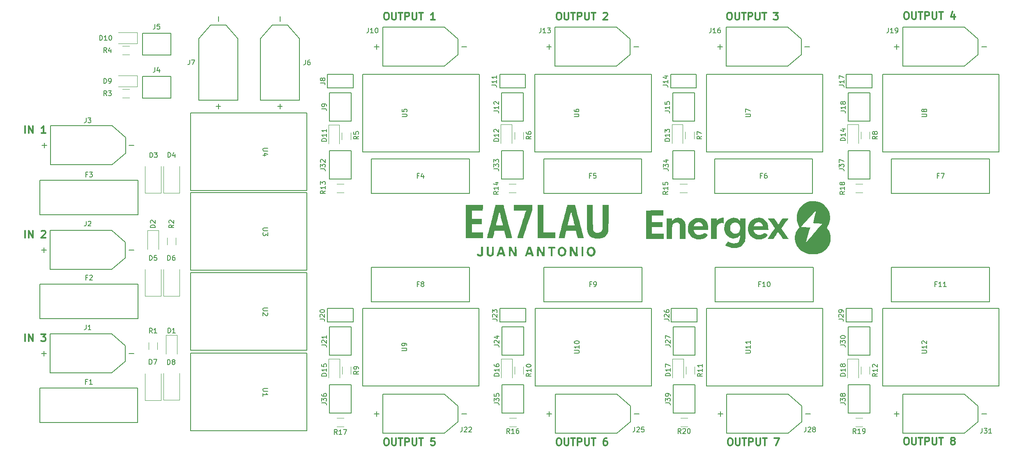
<source format=gbr>
%TF.GenerationSoftware,KiCad,Pcbnew,9.0.1*%
%TF.CreationDate,2025-06-06T18:14:51+02:00*%
%TF.ProjectId,01_Energex8PCB_v1.0,30315f45-6e65-4726-9765-78385043425f,v1.0*%
%TF.SameCoordinates,Original*%
%TF.FileFunction,Legend,Top*%
%TF.FilePolarity,Positive*%
%FSLAX46Y46*%
G04 Gerber Fmt 4.6, Leading zero omitted, Abs format (unit mm)*
G04 Created by KiCad (PCBNEW 9.0.1) date 2025-06-06 18:14:51*
%MOMM*%
%LPD*%
G01*
G04 APERTURE LIST*
%ADD10C,0.300000*%
%ADD11C,0.150000*%
%ADD12C,0.127000*%
%ADD13C,0.152400*%
%ADD14C,0.200000*%
%ADD15C,0.120000*%
%ADD16C,0.000000*%
G04 APERTURE END LIST*
D10*
X48306510Y-116386828D02*
X48306510Y-114886828D01*
X49020796Y-116386828D02*
X49020796Y-114886828D01*
X49020796Y-114886828D02*
X49877939Y-116386828D01*
X49877939Y-116386828D02*
X49877939Y-114886828D01*
X51592225Y-114886828D02*
X52520797Y-114886828D01*
X52520797Y-114886828D02*
X52020797Y-115458257D01*
X52020797Y-115458257D02*
X52235082Y-115458257D01*
X52235082Y-115458257D02*
X52377940Y-115529685D01*
X52377940Y-115529685D02*
X52449368Y-115601114D01*
X52449368Y-115601114D02*
X52520797Y-115743971D01*
X52520797Y-115743971D02*
X52520797Y-116101114D01*
X52520797Y-116101114D02*
X52449368Y-116243971D01*
X52449368Y-116243971D02*
X52377940Y-116315400D01*
X52377940Y-116315400D02*
X52235082Y-116386828D01*
X52235082Y-116386828D02*
X51806511Y-116386828D01*
X51806511Y-116386828D02*
X51663654Y-116315400D01*
X51663654Y-116315400D02*
X51592225Y-116243971D01*
X48306510Y-95050828D02*
X48306510Y-93550828D01*
X49020796Y-95050828D02*
X49020796Y-93550828D01*
X49020796Y-93550828D02*
X49877939Y-95050828D01*
X49877939Y-95050828D02*
X49877939Y-93550828D01*
X51663654Y-93693685D02*
X51735082Y-93622257D01*
X51735082Y-93622257D02*
X51877940Y-93550828D01*
X51877940Y-93550828D02*
X52235082Y-93550828D01*
X52235082Y-93550828D02*
X52377940Y-93622257D01*
X52377940Y-93622257D02*
X52449368Y-93693685D01*
X52449368Y-93693685D02*
X52520797Y-93836542D01*
X52520797Y-93836542D02*
X52520797Y-93979400D01*
X52520797Y-93979400D02*
X52449368Y-94193685D01*
X52449368Y-94193685D02*
X51592225Y-95050828D01*
X51592225Y-95050828D02*
X52520797Y-95050828D01*
X158193225Y-48592828D02*
X158478939Y-48592828D01*
X158478939Y-48592828D02*
X158621796Y-48664257D01*
X158621796Y-48664257D02*
X158764653Y-48807114D01*
X158764653Y-48807114D02*
X158836082Y-49092828D01*
X158836082Y-49092828D02*
X158836082Y-49592828D01*
X158836082Y-49592828D02*
X158764653Y-49878542D01*
X158764653Y-49878542D02*
X158621796Y-50021400D01*
X158621796Y-50021400D02*
X158478939Y-50092828D01*
X158478939Y-50092828D02*
X158193225Y-50092828D01*
X158193225Y-50092828D02*
X158050368Y-50021400D01*
X158050368Y-50021400D02*
X157907510Y-49878542D01*
X157907510Y-49878542D02*
X157836082Y-49592828D01*
X157836082Y-49592828D02*
X157836082Y-49092828D01*
X157836082Y-49092828D02*
X157907510Y-48807114D01*
X157907510Y-48807114D02*
X158050368Y-48664257D01*
X158050368Y-48664257D02*
X158193225Y-48592828D01*
X159478939Y-48592828D02*
X159478939Y-49807114D01*
X159478939Y-49807114D02*
X159550368Y-49949971D01*
X159550368Y-49949971D02*
X159621797Y-50021400D01*
X159621797Y-50021400D02*
X159764654Y-50092828D01*
X159764654Y-50092828D02*
X160050368Y-50092828D01*
X160050368Y-50092828D02*
X160193225Y-50021400D01*
X160193225Y-50021400D02*
X160264654Y-49949971D01*
X160264654Y-49949971D02*
X160336082Y-49807114D01*
X160336082Y-49807114D02*
X160336082Y-48592828D01*
X160836083Y-48592828D02*
X161693226Y-48592828D01*
X161264654Y-50092828D02*
X161264654Y-48592828D01*
X162193225Y-50092828D02*
X162193225Y-48592828D01*
X162193225Y-48592828D02*
X162764654Y-48592828D01*
X162764654Y-48592828D02*
X162907511Y-48664257D01*
X162907511Y-48664257D02*
X162978940Y-48735685D01*
X162978940Y-48735685D02*
X163050368Y-48878542D01*
X163050368Y-48878542D02*
X163050368Y-49092828D01*
X163050368Y-49092828D02*
X162978940Y-49235685D01*
X162978940Y-49235685D02*
X162907511Y-49307114D01*
X162907511Y-49307114D02*
X162764654Y-49378542D01*
X162764654Y-49378542D02*
X162193225Y-49378542D01*
X163693225Y-48592828D02*
X163693225Y-49807114D01*
X163693225Y-49807114D02*
X163764654Y-49949971D01*
X163764654Y-49949971D02*
X163836083Y-50021400D01*
X163836083Y-50021400D02*
X163978940Y-50092828D01*
X163978940Y-50092828D02*
X164264654Y-50092828D01*
X164264654Y-50092828D02*
X164407511Y-50021400D01*
X164407511Y-50021400D02*
X164478940Y-49949971D01*
X164478940Y-49949971D02*
X164550368Y-49807114D01*
X164550368Y-49807114D02*
X164550368Y-48592828D01*
X165050369Y-48592828D02*
X165907512Y-48592828D01*
X165478940Y-50092828D02*
X165478940Y-48592828D01*
X167478940Y-48735685D02*
X167550368Y-48664257D01*
X167550368Y-48664257D02*
X167693226Y-48592828D01*
X167693226Y-48592828D02*
X168050368Y-48592828D01*
X168050368Y-48592828D02*
X168193226Y-48664257D01*
X168193226Y-48664257D02*
X168264654Y-48735685D01*
X168264654Y-48735685D02*
X168336083Y-48878542D01*
X168336083Y-48878542D02*
X168336083Y-49021400D01*
X168336083Y-49021400D02*
X168264654Y-49235685D01*
X168264654Y-49235685D02*
X167407511Y-50092828D01*
X167407511Y-50092828D02*
X168336083Y-50092828D01*
X193372225Y-48592828D02*
X193657939Y-48592828D01*
X193657939Y-48592828D02*
X193800796Y-48664257D01*
X193800796Y-48664257D02*
X193943653Y-48807114D01*
X193943653Y-48807114D02*
X194015082Y-49092828D01*
X194015082Y-49092828D02*
X194015082Y-49592828D01*
X194015082Y-49592828D02*
X193943653Y-49878542D01*
X193943653Y-49878542D02*
X193800796Y-50021400D01*
X193800796Y-50021400D02*
X193657939Y-50092828D01*
X193657939Y-50092828D02*
X193372225Y-50092828D01*
X193372225Y-50092828D02*
X193229368Y-50021400D01*
X193229368Y-50021400D02*
X193086510Y-49878542D01*
X193086510Y-49878542D02*
X193015082Y-49592828D01*
X193015082Y-49592828D02*
X193015082Y-49092828D01*
X193015082Y-49092828D02*
X193086510Y-48807114D01*
X193086510Y-48807114D02*
X193229368Y-48664257D01*
X193229368Y-48664257D02*
X193372225Y-48592828D01*
X194657939Y-48592828D02*
X194657939Y-49807114D01*
X194657939Y-49807114D02*
X194729368Y-49949971D01*
X194729368Y-49949971D02*
X194800797Y-50021400D01*
X194800797Y-50021400D02*
X194943654Y-50092828D01*
X194943654Y-50092828D02*
X195229368Y-50092828D01*
X195229368Y-50092828D02*
X195372225Y-50021400D01*
X195372225Y-50021400D02*
X195443654Y-49949971D01*
X195443654Y-49949971D02*
X195515082Y-49807114D01*
X195515082Y-49807114D02*
X195515082Y-48592828D01*
X196015083Y-48592828D02*
X196872226Y-48592828D01*
X196443654Y-50092828D02*
X196443654Y-48592828D01*
X197372225Y-50092828D02*
X197372225Y-48592828D01*
X197372225Y-48592828D02*
X197943654Y-48592828D01*
X197943654Y-48592828D02*
X198086511Y-48664257D01*
X198086511Y-48664257D02*
X198157940Y-48735685D01*
X198157940Y-48735685D02*
X198229368Y-48878542D01*
X198229368Y-48878542D02*
X198229368Y-49092828D01*
X198229368Y-49092828D02*
X198157940Y-49235685D01*
X198157940Y-49235685D02*
X198086511Y-49307114D01*
X198086511Y-49307114D02*
X197943654Y-49378542D01*
X197943654Y-49378542D02*
X197372225Y-49378542D01*
X198872225Y-48592828D02*
X198872225Y-49807114D01*
X198872225Y-49807114D02*
X198943654Y-49949971D01*
X198943654Y-49949971D02*
X199015083Y-50021400D01*
X199015083Y-50021400D02*
X199157940Y-50092828D01*
X199157940Y-50092828D02*
X199443654Y-50092828D01*
X199443654Y-50092828D02*
X199586511Y-50021400D01*
X199586511Y-50021400D02*
X199657940Y-49949971D01*
X199657940Y-49949971D02*
X199729368Y-49807114D01*
X199729368Y-49807114D02*
X199729368Y-48592828D01*
X200229369Y-48592828D02*
X201086512Y-48592828D01*
X200657940Y-50092828D02*
X200657940Y-48592828D01*
X202586511Y-48592828D02*
X203515083Y-48592828D01*
X203515083Y-48592828D02*
X203015083Y-49164257D01*
X203015083Y-49164257D02*
X203229368Y-49164257D01*
X203229368Y-49164257D02*
X203372226Y-49235685D01*
X203372226Y-49235685D02*
X203443654Y-49307114D01*
X203443654Y-49307114D02*
X203515083Y-49449971D01*
X203515083Y-49449971D02*
X203515083Y-49807114D01*
X203515083Y-49807114D02*
X203443654Y-49949971D01*
X203443654Y-49949971D02*
X203372226Y-50021400D01*
X203372226Y-50021400D02*
X203229368Y-50092828D01*
X203229368Y-50092828D02*
X202800797Y-50092828D01*
X202800797Y-50092828D02*
X202657940Y-50021400D01*
X202657940Y-50021400D02*
X202586511Y-49949971D01*
X48306510Y-73460828D02*
X48306510Y-71960828D01*
X49020796Y-73460828D02*
X49020796Y-71960828D01*
X49020796Y-71960828D02*
X49877939Y-73460828D01*
X49877939Y-73460828D02*
X49877939Y-71960828D01*
X52520797Y-73460828D02*
X51663654Y-73460828D01*
X52092225Y-73460828D02*
X52092225Y-71960828D01*
X52092225Y-71960828D02*
X51949368Y-72175114D01*
X51949368Y-72175114D02*
X51806511Y-72317971D01*
X51806511Y-72317971D02*
X51663654Y-72389400D01*
X229821225Y-48465828D02*
X230106939Y-48465828D01*
X230106939Y-48465828D02*
X230249796Y-48537257D01*
X230249796Y-48537257D02*
X230392653Y-48680114D01*
X230392653Y-48680114D02*
X230464082Y-48965828D01*
X230464082Y-48965828D02*
X230464082Y-49465828D01*
X230464082Y-49465828D02*
X230392653Y-49751542D01*
X230392653Y-49751542D02*
X230249796Y-49894400D01*
X230249796Y-49894400D02*
X230106939Y-49965828D01*
X230106939Y-49965828D02*
X229821225Y-49965828D01*
X229821225Y-49965828D02*
X229678368Y-49894400D01*
X229678368Y-49894400D02*
X229535510Y-49751542D01*
X229535510Y-49751542D02*
X229464082Y-49465828D01*
X229464082Y-49465828D02*
X229464082Y-48965828D01*
X229464082Y-48965828D02*
X229535510Y-48680114D01*
X229535510Y-48680114D02*
X229678368Y-48537257D01*
X229678368Y-48537257D02*
X229821225Y-48465828D01*
X231106939Y-48465828D02*
X231106939Y-49680114D01*
X231106939Y-49680114D02*
X231178368Y-49822971D01*
X231178368Y-49822971D02*
X231249797Y-49894400D01*
X231249797Y-49894400D02*
X231392654Y-49965828D01*
X231392654Y-49965828D02*
X231678368Y-49965828D01*
X231678368Y-49965828D02*
X231821225Y-49894400D01*
X231821225Y-49894400D02*
X231892654Y-49822971D01*
X231892654Y-49822971D02*
X231964082Y-49680114D01*
X231964082Y-49680114D02*
X231964082Y-48465828D01*
X232464083Y-48465828D02*
X233321226Y-48465828D01*
X232892654Y-49965828D02*
X232892654Y-48465828D01*
X233821225Y-49965828D02*
X233821225Y-48465828D01*
X233821225Y-48465828D02*
X234392654Y-48465828D01*
X234392654Y-48465828D02*
X234535511Y-48537257D01*
X234535511Y-48537257D02*
X234606940Y-48608685D01*
X234606940Y-48608685D02*
X234678368Y-48751542D01*
X234678368Y-48751542D02*
X234678368Y-48965828D01*
X234678368Y-48965828D02*
X234606940Y-49108685D01*
X234606940Y-49108685D02*
X234535511Y-49180114D01*
X234535511Y-49180114D02*
X234392654Y-49251542D01*
X234392654Y-49251542D02*
X233821225Y-49251542D01*
X235321225Y-48465828D02*
X235321225Y-49680114D01*
X235321225Y-49680114D02*
X235392654Y-49822971D01*
X235392654Y-49822971D02*
X235464083Y-49894400D01*
X235464083Y-49894400D02*
X235606940Y-49965828D01*
X235606940Y-49965828D02*
X235892654Y-49965828D01*
X235892654Y-49965828D02*
X236035511Y-49894400D01*
X236035511Y-49894400D02*
X236106940Y-49822971D01*
X236106940Y-49822971D02*
X236178368Y-49680114D01*
X236178368Y-49680114D02*
X236178368Y-48465828D01*
X236678369Y-48465828D02*
X237535512Y-48465828D01*
X237106940Y-49965828D02*
X237106940Y-48465828D01*
X239821226Y-48965828D02*
X239821226Y-49965828D01*
X239464083Y-48394400D02*
X239106940Y-49465828D01*
X239106940Y-49465828D02*
X240035511Y-49465828D01*
X193499225Y-136349828D02*
X193784939Y-136349828D01*
X193784939Y-136349828D02*
X193927796Y-136421257D01*
X193927796Y-136421257D02*
X194070653Y-136564114D01*
X194070653Y-136564114D02*
X194142082Y-136849828D01*
X194142082Y-136849828D02*
X194142082Y-137349828D01*
X194142082Y-137349828D02*
X194070653Y-137635542D01*
X194070653Y-137635542D02*
X193927796Y-137778400D01*
X193927796Y-137778400D02*
X193784939Y-137849828D01*
X193784939Y-137849828D02*
X193499225Y-137849828D01*
X193499225Y-137849828D02*
X193356368Y-137778400D01*
X193356368Y-137778400D02*
X193213510Y-137635542D01*
X193213510Y-137635542D02*
X193142082Y-137349828D01*
X193142082Y-137349828D02*
X193142082Y-136849828D01*
X193142082Y-136849828D02*
X193213510Y-136564114D01*
X193213510Y-136564114D02*
X193356368Y-136421257D01*
X193356368Y-136421257D02*
X193499225Y-136349828D01*
X194784939Y-136349828D02*
X194784939Y-137564114D01*
X194784939Y-137564114D02*
X194856368Y-137706971D01*
X194856368Y-137706971D02*
X194927797Y-137778400D01*
X194927797Y-137778400D02*
X195070654Y-137849828D01*
X195070654Y-137849828D02*
X195356368Y-137849828D01*
X195356368Y-137849828D02*
X195499225Y-137778400D01*
X195499225Y-137778400D02*
X195570654Y-137706971D01*
X195570654Y-137706971D02*
X195642082Y-137564114D01*
X195642082Y-137564114D02*
X195642082Y-136349828D01*
X196142083Y-136349828D02*
X196999226Y-136349828D01*
X196570654Y-137849828D02*
X196570654Y-136349828D01*
X197499225Y-137849828D02*
X197499225Y-136349828D01*
X197499225Y-136349828D02*
X198070654Y-136349828D01*
X198070654Y-136349828D02*
X198213511Y-136421257D01*
X198213511Y-136421257D02*
X198284940Y-136492685D01*
X198284940Y-136492685D02*
X198356368Y-136635542D01*
X198356368Y-136635542D02*
X198356368Y-136849828D01*
X198356368Y-136849828D02*
X198284940Y-136992685D01*
X198284940Y-136992685D02*
X198213511Y-137064114D01*
X198213511Y-137064114D02*
X198070654Y-137135542D01*
X198070654Y-137135542D02*
X197499225Y-137135542D01*
X198999225Y-136349828D02*
X198999225Y-137564114D01*
X198999225Y-137564114D02*
X199070654Y-137706971D01*
X199070654Y-137706971D02*
X199142083Y-137778400D01*
X199142083Y-137778400D02*
X199284940Y-137849828D01*
X199284940Y-137849828D02*
X199570654Y-137849828D01*
X199570654Y-137849828D02*
X199713511Y-137778400D01*
X199713511Y-137778400D02*
X199784940Y-137706971D01*
X199784940Y-137706971D02*
X199856368Y-137564114D01*
X199856368Y-137564114D02*
X199856368Y-136349828D01*
X200356369Y-136349828D02*
X201213512Y-136349828D01*
X200784940Y-137849828D02*
X200784940Y-136349828D01*
X202713511Y-136349828D02*
X203713511Y-136349828D01*
X203713511Y-136349828D02*
X203070654Y-137849828D01*
X229821225Y-136222828D02*
X230106939Y-136222828D01*
X230106939Y-136222828D02*
X230249796Y-136294257D01*
X230249796Y-136294257D02*
X230392653Y-136437114D01*
X230392653Y-136437114D02*
X230464082Y-136722828D01*
X230464082Y-136722828D02*
X230464082Y-137222828D01*
X230464082Y-137222828D02*
X230392653Y-137508542D01*
X230392653Y-137508542D02*
X230249796Y-137651400D01*
X230249796Y-137651400D02*
X230106939Y-137722828D01*
X230106939Y-137722828D02*
X229821225Y-137722828D01*
X229821225Y-137722828D02*
X229678368Y-137651400D01*
X229678368Y-137651400D02*
X229535510Y-137508542D01*
X229535510Y-137508542D02*
X229464082Y-137222828D01*
X229464082Y-137222828D02*
X229464082Y-136722828D01*
X229464082Y-136722828D02*
X229535510Y-136437114D01*
X229535510Y-136437114D02*
X229678368Y-136294257D01*
X229678368Y-136294257D02*
X229821225Y-136222828D01*
X231106939Y-136222828D02*
X231106939Y-137437114D01*
X231106939Y-137437114D02*
X231178368Y-137579971D01*
X231178368Y-137579971D02*
X231249797Y-137651400D01*
X231249797Y-137651400D02*
X231392654Y-137722828D01*
X231392654Y-137722828D02*
X231678368Y-137722828D01*
X231678368Y-137722828D02*
X231821225Y-137651400D01*
X231821225Y-137651400D02*
X231892654Y-137579971D01*
X231892654Y-137579971D02*
X231964082Y-137437114D01*
X231964082Y-137437114D02*
X231964082Y-136222828D01*
X232464083Y-136222828D02*
X233321226Y-136222828D01*
X232892654Y-137722828D02*
X232892654Y-136222828D01*
X233821225Y-137722828D02*
X233821225Y-136222828D01*
X233821225Y-136222828D02*
X234392654Y-136222828D01*
X234392654Y-136222828D02*
X234535511Y-136294257D01*
X234535511Y-136294257D02*
X234606940Y-136365685D01*
X234606940Y-136365685D02*
X234678368Y-136508542D01*
X234678368Y-136508542D02*
X234678368Y-136722828D01*
X234678368Y-136722828D02*
X234606940Y-136865685D01*
X234606940Y-136865685D02*
X234535511Y-136937114D01*
X234535511Y-136937114D02*
X234392654Y-137008542D01*
X234392654Y-137008542D02*
X233821225Y-137008542D01*
X235321225Y-136222828D02*
X235321225Y-137437114D01*
X235321225Y-137437114D02*
X235392654Y-137579971D01*
X235392654Y-137579971D02*
X235464083Y-137651400D01*
X235464083Y-137651400D02*
X235606940Y-137722828D01*
X235606940Y-137722828D02*
X235892654Y-137722828D01*
X235892654Y-137722828D02*
X236035511Y-137651400D01*
X236035511Y-137651400D02*
X236106940Y-137579971D01*
X236106940Y-137579971D02*
X236178368Y-137437114D01*
X236178368Y-137437114D02*
X236178368Y-136222828D01*
X236678369Y-136222828D02*
X237535512Y-136222828D01*
X237106940Y-137722828D02*
X237106940Y-136222828D01*
X239392654Y-136865685D02*
X239249797Y-136794257D01*
X239249797Y-136794257D02*
X239178368Y-136722828D01*
X239178368Y-136722828D02*
X239106940Y-136579971D01*
X239106940Y-136579971D02*
X239106940Y-136508542D01*
X239106940Y-136508542D02*
X239178368Y-136365685D01*
X239178368Y-136365685D02*
X239249797Y-136294257D01*
X239249797Y-136294257D02*
X239392654Y-136222828D01*
X239392654Y-136222828D02*
X239678368Y-136222828D01*
X239678368Y-136222828D02*
X239821226Y-136294257D01*
X239821226Y-136294257D02*
X239892654Y-136365685D01*
X239892654Y-136365685D02*
X239964083Y-136508542D01*
X239964083Y-136508542D02*
X239964083Y-136579971D01*
X239964083Y-136579971D02*
X239892654Y-136722828D01*
X239892654Y-136722828D02*
X239821226Y-136794257D01*
X239821226Y-136794257D02*
X239678368Y-136865685D01*
X239678368Y-136865685D02*
X239392654Y-136865685D01*
X239392654Y-136865685D02*
X239249797Y-136937114D01*
X239249797Y-136937114D02*
X239178368Y-137008542D01*
X239178368Y-137008542D02*
X239106940Y-137151400D01*
X239106940Y-137151400D02*
X239106940Y-137437114D01*
X239106940Y-137437114D02*
X239178368Y-137579971D01*
X239178368Y-137579971D02*
X239249797Y-137651400D01*
X239249797Y-137651400D02*
X239392654Y-137722828D01*
X239392654Y-137722828D02*
X239678368Y-137722828D01*
X239678368Y-137722828D02*
X239821226Y-137651400D01*
X239821226Y-137651400D02*
X239892654Y-137579971D01*
X239892654Y-137579971D02*
X239964083Y-137437114D01*
X239964083Y-137437114D02*
X239964083Y-137151400D01*
X239964083Y-137151400D02*
X239892654Y-137008542D01*
X239892654Y-137008542D02*
X239821226Y-136937114D01*
X239821226Y-136937114D02*
X239678368Y-136865685D01*
X122633225Y-48592828D02*
X122918939Y-48592828D01*
X122918939Y-48592828D02*
X123061796Y-48664257D01*
X123061796Y-48664257D02*
X123204653Y-48807114D01*
X123204653Y-48807114D02*
X123276082Y-49092828D01*
X123276082Y-49092828D02*
X123276082Y-49592828D01*
X123276082Y-49592828D02*
X123204653Y-49878542D01*
X123204653Y-49878542D02*
X123061796Y-50021400D01*
X123061796Y-50021400D02*
X122918939Y-50092828D01*
X122918939Y-50092828D02*
X122633225Y-50092828D01*
X122633225Y-50092828D02*
X122490368Y-50021400D01*
X122490368Y-50021400D02*
X122347510Y-49878542D01*
X122347510Y-49878542D02*
X122276082Y-49592828D01*
X122276082Y-49592828D02*
X122276082Y-49092828D01*
X122276082Y-49092828D02*
X122347510Y-48807114D01*
X122347510Y-48807114D02*
X122490368Y-48664257D01*
X122490368Y-48664257D02*
X122633225Y-48592828D01*
X123918939Y-48592828D02*
X123918939Y-49807114D01*
X123918939Y-49807114D02*
X123990368Y-49949971D01*
X123990368Y-49949971D02*
X124061797Y-50021400D01*
X124061797Y-50021400D02*
X124204654Y-50092828D01*
X124204654Y-50092828D02*
X124490368Y-50092828D01*
X124490368Y-50092828D02*
X124633225Y-50021400D01*
X124633225Y-50021400D02*
X124704654Y-49949971D01*
X124704654Y-49949971D02*
X124776082Y-49807114D01*
X124776082Y-49807114D02*
X124776082Y-48592828D01*
X125276083Y-48592828D02*
X126133226Y-48592828D01*
X125704654Y-50092828D02*
X125704654Y-48592828D01*
X126633225Y-50092828D02*
X126633225Y-48592828D01*
X126633225Y-48592828D02*
X127204654Y-48592828D01*
X127204654Y-48592828D02*
X127347511Y-48664257D01*
X127347511Y-48664257D02*
X127418940Y-48735685D01*
X127418940Y-48735685D02*
X127490368Y-48878542D01*
X127490368Y-48878542D02*
X127490368Y-49092828D01*
X127490368Y-49092828D02*
X127418940Y-49235685D01*
X127418940Y-49235685D02*
X127347511Y-49307114D01*
X127347511Y-49307114D02*
X127204654Y-49378542D01*
X127204654Y-49378542D02*
X126633225Y-49378542D01*
X128133225Y-48592828D02*
X128133225Y-49807114D01*
X128133225Y-49807114D02*
X128204654Y-49949971D01*
X128204654Y-49949971D02*
X128276083Y-50021400D01*
X128276083Y-50021400D02*
X128418940Y-50092828D01*
X128418940Y-50092828D02*
X128704654Y-50092828D01*
X128704654Y-50092828D02*
X128847511Y-50021400D01*
X128847511Y-50021400D02*
X128918940Y-49949971D01*
X128918940Y-49949971D02*
X128990368Y-49807114D01*
X128990368Y-49807114D02*
X128990368Y-48592828D01*
X129490369Y-48592828D02*
X130347512Y-48592828D01*
X129918940Y-50092828D02*
X129918940Y-48592828D01*
X132776083Y-50092828D02*
X131918940Y-50092828D01*
X132347511Y-50092828D02*
X132347511Y-48592828D01*
X132347511Y-48592828D02*
X132204654Y-48807114D01*
X132204654Y-48807114D02*
X132061797Y-48949971D01*
X132061797Y-48949971D02*
X131918940Y-49021400D01*
X122633225Y-136349828D02*
X122918939Y-136349828D01*
X122918939Y-136349828D02*
X123061796Y-136421257D01*
X123061796Y-136421257D02*
X123204653Y-136564114D01*
X123204653Y-136564114D02*
X123276082Y-136849828D01*
X123276082Y-136849828D02*
X123276082Y-137349828D01*
X123276082Y-137349828D02*
X123204653Y-137635542D01*
X123204653Y-137635542D02*
X123061796Y-137778400D01*
X123061796Y-137778400D02*
X122918939Y-137849828D01*
X122918939Y-137849828D02*
X122633225Y-137849828D01*
X122633225Y-137849828D02*
X122490368Y-137778400D01*
X122490368Y-137778400D02*
X122347510Y-137635542D01*
X122347510Y-137635542D02*
X122276082Y-137349828D01*
X122276082Y-137349828D02*
X122276082Y-136849828D01*
X122276082Y-136849828D02*
X122347510Y-136564114D01*
X122347510Y-136564114D02*
X122490368Y-136421257D01*
X122490368Y-136421257D02*
X122633225Y-136349828D01*
X123918939Y-136349828D02*
X123918939Y-137564114D01*
X123918939Y-137564114D02*
X123990368Y-137706971D01*
X123990368Y-137706971D02*
X124061797Y-137778400D01*
X124061797Y-137778400D02*
X124204654Y-137849828D01*
X124204654Y-137849828D02*
X124490368Y-137849828D01*
X124490368Y-137849828D02*
X124633225Y-137778400D01*
X124633225Y-137778400D02*
X124704654Y-137706971D01*
X124704654Y-137706971D02*
X124776082Y-137564114D01*
X124776082Y-137564114D02*
X124776082Y-136349828D01*
X125276083Y-136349828D02*
X126133226Y-136349828D01*
X125704654Y-137849828D02*
X125704654Y-136349828D01*
X126633225Y-137849828D02*
X126633225Y-136349828D01*
X126633225Y-136349828D02*
X127204654Y-136349828D01*
X127204654Y-136349828D02*
X127347511Y-136421257D01*
X127347511Y-136421257D02*
X127418940Y-136492685D01*
X127418940Y-136492685D02*
X127490368Y-136635542D01*
X127490368Y-136635542D02*
X127490368Y-136849828D01*
X127490368Y-136849828D02*
X127418940Y-136992685D01*
X127418940Y-136992685D02*
X127347511Y-137064114D01*
X127347511Y-137064114D02*
X127204654Y-137135542D01*
X127204654Y-137135542D02*
X126633225Y-137135542D01*
X128133225Y-136349828D02*
X128133225Y-137564114D01*
X128133225Y-137564114D02*
X128204654Y-137706971D01*
X128204654Y-137706971D02*
X128276083Y-137778400D01*
X128276083Y-137778400D02*
X128418940Y-137849828D01*
X128418940Y-137849828D02*
X128704654Y-137849828D01*
X128704654Y-137849828D02*
X128847511Y-137778400D01*
X128847511Y-137778400D02*
X128918940Y-137706971D01*
X128918940Y-137706971D02*
X128990368Y-137564114D01*
X128990368Y-137564114D02*
X128990368Y-136349828D01*
X129490369Y-136349828D02*
X130347512Y-136349828D01*
X129918940Y-137849828D02*
X129918940Y-136349828D01*
X132704654Y-136349828D02*
X131990368Y-136349828D01*
X131990368Y-136349828D02*
X131918940Y-137064114D01*
X131918940Y-137064114D02*
X131990368Y-136992685D01*
X131990368Y-136992685D02*
X132133226Y-136921257D01*
X132133226Y-136921257D02*
X132490368Y-136921257D01*
X132490368Y-136921257D02*
X132633226Y-136992685D01*
X132633226Y-136992685D02*
X132704654Y-137064114D01*
X132704654Y-137064114D02*
X132776083Y-137206971D01*
X132776083Y-137206971D02*
X132776083Y-137564114D01*
X132776083Y-137564114D02*
X132704654Y-137706971D01*
X132704654Y-137706971D02*
X132633226Y-137778400D01*
X132633226Y-137778400D02*
X132490368Y-137849828D01*
X132490368Y-137849828D02*
X132133226Y-137849828D01*
X132133226Y-137849828D02*
X131990368Y-137778400D01*
X131990368Y-137778400D02*
X131918940Y-137706971D01*
X158193225Y-136349828D02*
X158478939Y-136349828D01*
X158478939Y-136349828D02*
X158621796Y-136421257D01*
X158621796Y-136421257D02*
X158764653Y-136564114D01*
X158764653Y-136564114D02*
X158836082Y-136849828D01*
X158836082Y-136849828D02*
X158836082Y-137349828D01*
X158836082Y-137349828D02*
X158764653Y-137635542D01*
X158764653Y-137635542D02*
X158621796Y-137778400D01*
X158621796Y-137778400D02*
X158478939Y-137849828D01*
X158478939Y-137849828D02*
X158193225Y-137849828D01*
X158193225Y-137849828D02*
X158050368Y-137778400D01*
X158050368Y-137778400D02*
X157907510Y-137635542D01*
X157907510Y-137635542D02*
X157836082Y-137349828D01*
X157836082Y-137349828D02*
X157836082Y-136849828D01*
X157836082Y-136849828D02*
X157907510Y-136564114D01*
X157907510Y-136564114D02*
X158050368Y-136421257D01*
X158050368Y-136421257D02*
X158193225Y-136349828D01*
X159478939Y-136349828D02*
X159478939Y-137564114D01*
X159478939Y-137564114D02*
X159550368Y-137706971D01*
X159550368Y-137706971D02*
X159621797Y-137778400D01*
X159621797Y-137778400D02*
X159764654Y-137849828D01*
X159764654Y-137849828D02*
X160050368Y-137849828D01*
X160050368Y-137849828D02*
X160193225Y-137778400D01*
X160193225Y-137778400D02*
X160264654Y-137706971D01*
X160264654Y-137706971D02*
X160336082Y-137564114D01*
X160336082Y-137564114D02*
X160336082Y-136349828D01*
X160836083Y-136349828D02*
X161693226Y-136349828D01*
X161264654Y-137849828D02*
X161264654Y-136349828D01*
X162193225Y-137849828D02*
X162193225Y-136349828D01*
X162193225Y-136349828D02*
X162764654Y-136349828D01*
X162764654Y-136349828D02*
X162907511Y-136421257D01*
X162907511Y-136421257D02*
X162978940Y-136492685D01*
X162978940Y-136492685D02*
X163050368Y-136635542D01*
X163050368Y-136635542D02*
X163050368Y-136849828D01*
X163050368Y-136849828D02*
X162978940Y-136992685D01*
X162978940Y-136992685D02*
X162907511Y-137064114D01*
X162907511Y-137064114D02*
X162764654Y-137135542D01*
X162764654Y-137135542D02*
X162193225Y-137135542D01*
X163693225Y-136349828D02*
X163693225Y-137564114D01*
X163693225Y-137564114D02*
X163764654Y-137706971D01*
X163764654Y-137706971D02*
X163836083Y-137778400D01*
X163836083Y-137778400D02*
X163978940Y-137849828D01*
X163978940Y-137849828D02*
X164264654Y-137849828D01*
X164264654Y-137849828D02*
X164407511Y-137778400D01*
X164407511Y-137778400D02*
X164478940Y-137706971D01*
X164478940Y-137706971D02*
X164550368Y-137564114D01*
X164550368Y-137564114D02*
X164550368Y-136349828D01*
X165050369Y-136349828D02*
X165907512Y-136349828D01*
X165478940Y-137849828D02*
X165478940Y-136349828D01*
X168193226Y-136349828D02*
X167907511Y-136349828D01*
X167907511Y-136349828D02*
X167764654Y-136421257D01*
X167764654Y-136421257D02*
X167693226Y-136492685D01*
X167693226Y-136492685D02*
X167550368Y-136706971D01*
X167550368Y-136706971D02*
X167478940Y-136992685D01*
X167478940Y-136992685D02*
X167478940Y-137564114D01*
X167478940Y-137564114D02*
X167550368Y-137706971D01*
X167550368Y-137706971D02*
X167621797Y-137778400D01*
X167621797Y-137778400D02*
X167764654Y-137849828D01*
X167764654Y-137849828D02*
X168050368Y-137849828D01*
X168050368Y-137849828D02*
X168193226Y-137778400D01*
X168193226Y-137778400D02*
X168264654Y-137706971D01*
X168264654Y-137706971D02*
X168336083Y-137564114D01*
X168336083Y-137564114D02*
X168336083Y-137206971D01*
X168336083Y-137206971D02*
X168264654Y-137064114D01*
X168264654Y-137064114D02*
X168193226Y-136992685D01*
X168193226Y-136992685D02*
X168050368Y-136921257D01*
X168050368Y-136921257D02*
X167764654Y-136921257D01*
X167764654Y-136921257D02*
X167621797Y-136992685D01*
X167621797Y-136992685D02*
X167550368Y-137064114D01*
X167550368Y-137064114D02*
X167478940Y-137206971D01*
D11*
X216087819Y-80850523D02*
X216802104Y-80850523D01*
X216802104Y-80850523D02*
X216944961Y-80898142D01*
X216944961Y-80898142D02*
X217040200Y-80993380D01*
X217040200Y-80993380D02*
X217087819Y-81136237D01*
X217087819Y-81136237D02*
X217087819Y-81231475D01*
X216087819Y-80469570D02*
X216087819Y-79850523D01*
X216087819Y-79850523D02*
X216468771Y-80183856D01*
X216468771Y-80183856D02*
X216468771Y-80040999D01*
X216468771Y-80040999D02*
X216516390Y-79945761D01*
X216516390Y-79945761D02*
X216564009Y-79898142D01*
X216564009Y-79898142D02*
X216659247Y-79850523D01*
X216659247Y-79850523D02*
X216897342Y-79850523D01*
X216897342Y-79850523D02*
X216992580Y-79898142D01*
X216992580Y-79898142D02*
X217040200Y-79945761D01*
X217040200Y-79945761D02*
X217087819Y-80040999D01*
X217087819Y-80040999D02*
X217087819Y-80326713D01*
X217087819Y-80326713D02*
X217040200Y-80421951D01*
X217040200Y-80421951D02*
X216992580Y-80469570D01*
X216087819Y-79517189D02*
X216087819Y-78850523D01*
X216087819Y-78850523D02*
X217087819Y-79279094D01*
X129460666Y-82233009D02*
X129127333Y-82233009D01*
X129127333Y-82756819D02*
X129127333Y-81756819D01*
X129127333Y-81756819D02*
X129603523Y-81756819D01*
X130413047Y-82090152D02*
X130413047Y-82756819D01*
X130174952Y-81709200D02*
X129936857Y-82423485D01*
X129936857Y-82423485D02*
X130555904Y-82423485D01*
X209248476Y-134080819D02*
X209248476Y-134795104D01*
X209248476Y-134795104D02*
X209200857Y-134937961D01*
X209200857Y-134937961D02*
X209105619Y-135033200D01*
X209105619Y-135033200D02*
X208962762Y-135080819D01*
X208962762Y-135080819D02*
X208867524Y-135080819D01*
X209677048Y-134176057D02*
X209724667Y-134128438D01*
X209724667Y-134128438D02*
X209819905Y-134080819D01*
X209819905Y-134080819D02*
X210058000Y-134080819D01*
X210058000Y-134080819D02*
X210153238Y-134128438D01*
X210153238Y-134128438D02*
X210200857Y-134176057D01*
X210200857Y-134176057D02*
X210248476Y-134271295D01*
X210248476Y-134271295D02*
X210248476Y-134366533D01*
X210248476Y-134366533D02*
X210200857Y-134509390D01*
X210200857Y-134509390D02*
X209629429Y-135080819D01*
X209629429Y-135080819D02*
X210248476Y-135080819D01*
X210819905Y-134509390D02*
X210724667Y-134461771D01*
X210724667Y-134461771D02*
X210677048Y-134414152D01*
X210677048Y-134414152D02*
X210629429Y-134318914D01*
X210629429Y-134318914D02*
X210629429Y-134271295D01*
X210629429Y-134271295D02*
X210677048Y-134176057D01*
X210677048Y-134176057D02*
X210724667Y-134128438D01*
X210724667Y-134128438D02*
X210819905Y-134080819D01*
X210819905Y-134080819D02*
X211010381Y-134080819D01*
X211010381Y-134080819D02*
X211105619Y-134128438D01*
X211105619Y-134128438D02*
X211153238Y-134176057D01*
X211153238Y-134176057D02*
X211200857Y-134271295D01*
X211200857Y-134271295D02*
X211200857Y-134318914D01*
X211200857Y-134318914D02*
X211153238Y-134414152D01*
X211153238Y-134414152D02*
X211105619Y-134461771D01*
X211105619Y-134461771D02*
X211010381Y-134509390D01*
X211010381Y-134509390D02*
X210819905Y-134509390D01*
X210819905Y-134509390D02*
X210724667Y-134557009D01*
X210724667Y-134557009D02*
X210677048Y-134604628D01*
X210677048Y-134604628D02*
X210629429Y-134699866D01*
X210629429Y-134699866D02*
X210629429Y-134890342D01*
X210629429Y-134890342D02*
X210677048Y-134985580D01*
X210677048Y-134985580D02*
X210724667Y-135033200D01*
X210724667Y-135033200D02*
X210819905Y-135080819D01*
X210819905Y-135080819D02*
X211010381Y-135080819D01*
X211010381Y-135080819D02*
X211105619Y-135033200D01*
X211105619Y-135033200D02*
X211153238Y-134985580D01*
X211153238Y-134985580D02*
X211200857Y-134890342D01*
X211200857Y-134890342D02*
X211200857Y-134699866D01*
X211200857Y-134699866D02*
X211153238Y-134604628D01*
X211153238Y-134604628D02*
X211105619Y-134557009D01*
X211105619Y-134557009D02*
X211010381Y-134509390D01*
X98323180Y-93000095D02*
X97513657Y-93000095D01*
X97513657Y-93000095D02*
X97418419Y-93047714D01*
X97418419Y-93047714D02*
X97370800Y-93095333D01*
X97370800Y-93095333D02*
X97323180Y-93190571D01*
X97323180Y-93190571D02*
X97323180Y-93381047D01*
X97323180Y-93381047D02*
X97370800Y-93476285D01*
X97370800Y-93476285D02*
X97418419Y-93523904D01*
X97418419Y-93523904D02*
X97513657Y-93571523D01*
X97513657Y-93571523D02*
X98323180Y-93571523D01*
X98323180Y-93952476D02*
X98323180Y-94571523D01*
X98323180Y-94571523D02*
X97942228Y-94238190D01*
X97942228Y-94238190D02*
X97942228Y-94381047D01*
X97942228Y-94381047D02*
X97894609Y-94476285D01*
X97894609Y-94476285D02*
X97846990Y-94523904D01*
X97846990Y-94523904D02*
X97751752Y-94571523D01*
X97751752Y-94571523D02*
X97513657Y-94571523D01*
X97513657Y-94571523D02*
X97418419Y-94523904D01*
X97418419Y-94523904D02*
X97370800Y-94476285D01*
X97370800Y-94476285D02*
X97323180Y-94381047D01*
X97323180Y-94381047D02*
X97323180Y-94095333D01*
X97323180Y-94095333D02*
X97370800Y-94000095D01*
X97370800Y-94000095D02*
X97418419Y-93952476D01*
X173942476Y-134080819D02*
X173942476Y-134795104D01*
X173942476Y-134795104D02*
X173894857Y-134937961D01*
X173894857Y-134937961D02*
X173799619Y-135033200D01*
X173799619Y-135033200D02*
X173656762Y-135080819D01*
X173656762Y-135080819D02*
X173561524Y-135080819D01*
X174371048Y-134176057D02*
X174418667Y-134128438D01*
X174418667Y-134128438D02*
X174513905Y-134080819D01*
X174513905Y-134080819D02*
X174752000Y-134080819D01*
X174752000Y-134080819D02*
X174847238Y-134128438D01*
X174847238Y-134128438D02*
X174894857Y-134176057D01*
X174894857Y-134176057D02*
X174942476Y-134271295D01*
X174942476Y-134271295D02*
X174942476Y-134366533D01*
X174942476Y-134366533D02*
X174894857Y-134509390D01*
X174894857Y-134509390D02*
X174323429Y-135080819D01*
X174323429Y-135080819D02*
X174942476Y-135080819D01*
X175847238Y-134080819D02*
X175371048Y-134080819D01*
X175371048Y-134080819D02*
X175323429Y-134557009D01*
X175323429Y-134557009D02*
X175371048Y-134509390D01*
X175371048Y-134509390D02*
X175466286Y-134461771D01*
X175466286Y-134461771D02*
X175704381Y-134461771D01*
X175704381Y-134461771D02*
X175799619Y-134509390D01*
X175799619Y-134509390D02*
X175847238Y-134557009D01*
X175847238Y-134557009D02*
X175894857Y-134652247D01*
X175894857Y-134652247D02*
X175894857Y-134890342D01*
X175894857Y-134890342D02*
X175847238Y-134985580D01*
X175847238Y-134985580D02*
X175799619Y-135033200D01*
X175799619Y-135033200D02*
X175704381Y-135080819D01*
X175704381Y-135080819D02*
X175466286Y-135080819D01*
X175466286Y-135080819D02*
X175371048Y-135033200D01*
X175371048Y-135033200D02*
X175323429Y-134985580D01*
X245570476Y-134334819D02*
X245570476Y-135049104D01*
X245570476Y-135049104D02*
X245522857Y-135191961D01*
X245522857Y-135191961D02*
X245427619Y-135287200D01*
X245427619Y-135287200D02*
X245284762Y-135334819D01*
X245284762Y-135334819D02*
X245189524Y-135334819D01*
X245951429Y-134334819D02*
X246570476Y-134334819D01*
X246570476Y-134334819D02*
X246237143Y-134715771D01*
X246237143Y-134715771D02*
X246380000Y-134715771D01*
X246380000Y-134715771D02*
X246475238Y-134763390D01*
X246475238Y-134763390D02*
X246522857Y-134811009D01*
X246522857Y-134811009D02*
X246570476Y-134906247D01*
X246570476Y-134906247D02*
X246570476Y-135144342D01*
X246570476Y-135144342D02*
X246522857Y-135239580D01*
X246522857Y-135239580D02*
X246475238Y-135287200D01*
X246475238Y-135287200D02*
X246380000Y-135334819D01*
X246380000Y-135334819D02*
X246094286Y-135334819D01*
X246094286Y-135334819D02*
X245999048Y-135287200D01*
X245999048Y-135287200D02*
X245951429Y-135239580D01*
X247522857Y-135334819D02*
X246951429Y-135334819D01*
X247237143Y-135334819D02*
X247237143Y-134334819D01*
X247237143Y-134334819D02*
X247141905Y-134477676D01*
X247141905Y-134477676D02*
X247046667Y-134572914D01*
X247046667Y-134572914D02*
X246951429Y-134620533D01*
X187906819Y-123015357D02*
X187430628Y-123348690D01*
X187906819Y-123586785D02*
X186906819Y-123586785D01*
X186906819Y-123586785D02*
X186906819Y-123205833D01*
X186906819Y-123205833D02*
X186954438Y-123110595D01*
X186954438Y-123110595D02*
X187002057Y-123062976D01*
X187002057Y-123062976D02*
X187097295Y-123015357D01*
X187097295Y-123015357D02*
X187240152Y-123015357D01*
X187240152Y-123015357D02*
X187335390Y-123062976D01*
X187335390Y-123062976D02*
X187383009Y-123110595D01*
X187383009Y-123110595D02*
X187430628Y-123205833D01*
X187430628Y-123205833D02*
X187430628Y-123586785D01*
X187906819Y-122062976D02*
X187906819Y-122634404D01*
X187906819Y-122348690D02*
X186906819Y-122348690D01*
X186906819Y-122348690D02*
X187049676Y-122443928D01*
X187049676Y-122443928D02*
X187144914Y-122539166D01*
X187144914Y-122539166D02*
X187192533Y-122634404D01*
X187906819Y-121110595D02*
X187906819Y-121682023D01*
X187906819Y-121396309D02*
X186906819Y-121396309D01*
X186906819Y-121396309D02*
X187049676Y-121491547D01*
X187049676Y-121491547D02*
X187144914Y-121586785D01*
X187144914Y-121586785D02*
X187192533Y-121682023D01*
X219575142Y-135376819D02*
X219241809Y-134900628D01*
X219003714Y-135376819D02*
X219003714Y-134376819D01*
X219003714Y-134376819D02*
X219384666Y-134376819D01*
X219384666Y-134376819D02*
X219479904Y-134424438D01*
X219479904Y-134424438D02*
X219527523Y-134472057D01*
X219527523Y-134472057D02*
X219575142Y-134567295D01*
X219575142Y-134567295D02*
X219575142Y-134710152D01*
X219575142Y-134710152D02*
X219527523Y-134805390D01*
X219527523Y-134805390D02*
X219479904Y-134853009D01*
X219479904Y-134853009D02*
X219384666Y-134900628D01*
X219384666Y-134900628D02*
X219003714Y-134900628D01*
X220527523Y-135376819D02*
X219956095Y-135376819D01*
X220241809Y-135376819D02*
X220241809Y-134376819D01*
X220241809Y-134376819D02*
X220146571Y-134519676D01*
X220146571Y-134519676D02*
X220051333Y-134614914D01*
X220051333Y-134614914D02*
X219956095Y-134662533D01*
X221003714Y-135376819D02*
X221194190Y-135376819D01*
X221194190Y-135376819D02*
X221289428Y-135329200D01*
X221289428Y-135329200D02*
X221337047Y-135281580D01*
X221337047Y-135281580D02*
X221432285Y-135138723D01*
X221432285Y-135138723D02*
X221479904Y-134948247D01*
X221479904Y-134948247D02*
X221479904Y-134567295D01*
X221479904Y-134567295D02*
X221432285Y-134472057D01*
X221432285Y-134472057D02*
X221384666Y-134424438D01*
X221384666Y-134424438D02*
X221289428Y-134376819D01*
X221289428Y-134376819D02*
X221098952Y-134376819D01*
X221098952Y-134376819D02*
X221003714Y-134424438D01*
X221003714Y-134424438D02*
X220956095Y-134472057D01*
X220956095Y-134472057D02*
X220908476Y-134567295D01*
X220908476Y-134567295D02*
X220908476Y-134805390D01*
X220908476Y-134805390D02*
X220956095Y-134900628D01*
X220956095Y-134900628D02*
X221003714Y-134948247D01*
X221003714Y-134948247D02*
X221098952Y-134995866D01*
X221098952Y-134995866D02*
X221289428Y-134995866D01*
X221289428Y-134995866D02*
X221384666Y-134948247D01*
X221384666Y-134948247D02*
X221432285Y-134900628D01*
X221432285Y-134900628D02*
X221479904Y-134805390D01*
X75079666Y-50993819D02*
X75079666Y-51708104D01*
X75079666Y-51708104D02*
X75032047Y-51850961D01*
X75032047Y-51850961D02*
X74936809Y-51946200D01*
X74936809Y-51946200D02*
X74793952Y-51993819D01*
X74793952Y-51993819D02*
X74698714Y-51993819D01*
X76032047Y-50993819D02*
X75555857Y-50993819D01*
X75555857Y-50993819D02*
X75508238Y-51470009D01*
X75508238Y-51470009D02*
X75555857Y-51422390D01*
X75555857Y-51422390D02*
X75651095Y-51374771D01*
X75651095Y-51374771D02*
X75889190Y-51374771D01*
X75889190Y-51374771D02*
X75984428Y-51422390D01*
X75984428Y-51422390D02*
X76032047Y-51470009D01*
X76032047Y-51470009D02*
X76079666Y-51565247D01*
X76079666Y-51565247D02*
X76079666Y-51803342D01*
X76079666Y-51803342D02*
X76032047Y-51898580D01*
X76032047Y-51898580D02*
X75984428Y-51946200D01*
X75984428Y-51946200D02*
X75889190Y-51993819D01*
X75889190Y-51993819D02*
X75651095Y-51993819D01*
X75651095Y-51993819D02*
X75555857Y-51946200D01*
X75555857Y-51946200D02*
X75508238Y-51898580D01*
X144615819Y-111807523D02*
X145330104Y-111807523D01*
X145330104Y-111807523D02*
X145472961Y-111855142D01*
X145472961Y-111855142D02*
X145568200Y-111950380D01*
X145568200Y-111950380D02*
X145615819Y-112093237D01*
X145615819Y-112093237D02*
X145615819Y-112188475D01*
X144711057Y-111378951D02*
X144663438Y-111331332D01*
X144663438Y-111331332D02*
X144615819Y-111236094D01*
X144615819Y-111236094D02*
X144615819Y-110997999D01*
X144615819Y-110997999D02*
X144663438Y-110902761D01*
X144663438Y-110902761D02*
X144711057Y-110855142D01*
X144711057Y-110855142D02*
X144806295Y-110807523D01*
X144806295Y-110807523D02*
X144901533Y-110807523D01*
X144901533Y-110807523D02*
X145044390Y-110855142D01*
X145044390Y-110855142D02*
X145615819Y-111426570D01*
X145615819Y-111426570D02*
X145615819Y-110807523D01*
X144615819Y-110474189D02*
X144615819Y-109855142D01*
X144615819Y-109855142D02*
X144996771Y-110188475D01*
X144996771Y-110188475D02*
X144996771Y-110045618D01*
X144996771Y-110045618D02*
X145044390Y-109950380D01*
X145044390Y-109950380D02*
X145092009Y-109902761D01*
X145092009Y-109902761D02*
X145187247Y-109855142D01*
X145187247Y-109855142D02*
X145425342Y-109855142D01*
X145425342Y-109855142D02*
X145520580Y-109902761D01*
X145520580Y-109902761D02*
X145568200Y-109950380D01*
X145568200Y-109950380D02*
X145615819Y-110045618D01*
X145615819Y-110045618D02*
X145615819Y-110331332D01*
X145615819Y-110331332D02*
X145568200Y-110426570D01*
X145568200Y-110426570D02*
X145520580Y-110474189D01*
X216370819Y-129110523D02*
X217085104Y-129110523D01*
X217085104Y-129110523D02*
X217227961Y-129158142D01*
X217227961Y-129158142D02*
X217323200Y-129253380D01*
X217323200Y-129253380D02*
X217370819Y-129396237D01*
X217370819Y-129396237D02*
X217370819Y-129491475D01*
X216370819Y-128729570D02*
X216370819Y-128110523D01*
X216370819Y-128110523D02*
X216751771Y-128443856D01*
X216751771Y-128443856D02*
X216751771Y-128300999D01*
X216751771Y-128300999D02*
X216799390Y-128205761D01*
X216799390Y-128205761D02*
X216847009Y-128158142D01*
X216847009Y-128158142D02*
X216942247Y-128110523D01*
X216942247Y-128110523D02*
X217180342Y-128110523D01*
X217180342Y-128110523D02*
X217275580Y-128158142D01*
X217275580Y-128158142D02*
X217323200Y-128205761D01*
X217323200Y-128205761D02*
X217370819Y-128300999D01*
X217370819Y-128300999D02*
X217370819Y-128586713D01*
X217370819Y-128586713D02*
X217323200Y-128681951D01*
X217323200Y-128681951D02*
X217275580Y-128729570D01*
X216799390Y-127539094D02*
X216751771Y-127634332D01*
X216751771Y-127634332D02*
X216704152Y-127681951D01*
X216704152Y-127681951D02*
X216608914Y-127729570D01*
X216608914Y-127729570D02*
X216561295Y-127729570D01*
X216561295Y-127729570D02*
X216466057Y-127681951D01*
X216466057Y-127681951D02*
X216418438Y-127634332D01*
X216418438Y-127634332D02*
X216370819Y-127539094D01*
X216370819Y-127539094D02*
X216370819Y-127348618D01*
X216370819Y-127348618D02*
X216418438Y-127253380D01*
X216418438Y-127253380D02*
X216466057Y-127205761D01*
X216466057Y-127205761D02*
X216561295Y-127158142D01*
X216561295Y-127158142D02*
X216608914Y-127158142D01*
X216608914Y-127158142D02*
X216704152Y-127205761D01*
X216704152Y-127205761D02*
X216751771Y-127253380D01*
X216751771Y-127253380D02*
X216799390Y-127348618D01*
X216799390Y-127348618D02*
X216799390Y-127539094D01*
X216799390Y-127539094D02*
X216847009Y-127634332D01*
X216847009Y-127634332D02*
X216894628Y-127681951D01*
X216894628Y-127681951D02*
X216989866Y-127729570D01*
X216989866Y-127729570D02*
X217180342Y-127729570D01*
X217180342Y-127729570D02*
X217275580Y-127681951D01*
X217275580Y-127681951D02*
X217323200Y-127634332D01*
X217323200Y-127634332D02*
X217370819Y-127539094D01*
X217370819Y-127539094D02*
X217370819Y-127348618D01*
X217370819Y-127348618D02*
X217323200Y-127253380D01*
X217323200Y-127253380D02*
X217275580Y-127205761D01*
X217275580Y-127205761D02*
X217180342Y-127158142D01*
X217180342Y-127158142D02*
X216989866Y-127158142D01*
X216989866Y-127158142D02*
X216894628Y-127205761D01*
X216894628Y-127205761D02*
X216847009Y-127253380D01*
X216847009Y-127253380D02*
X216799390Y-127348618D01*
X200199666Y-82233009D02*
X199866333Y-82233009D01*
X199866333Y-82756819D02*
X199866333Y-81756819D01*
X199866333Y-81756819D02*
X200342523Y-81756819D01*
X201152047Y-81756819D02*
X200961571Y-81756819D01*
X200961571Y-81756819D02*
X200866333Y-81804438D01*
X200866333Y-81804438D02*
X200818714Y-81852057D01*
X200818714Y-81852057D02*
X200723476Y-81994914D01*
X200723476Y-81994914D02*
X200675857Y-82185390D01*
X200675857Y-82185390D02*
X200675857Y-82566342D01*
X200675857Y-82566342D02*
X200723476Y-82661580D01*
X200723476Y-82661580D02*
X200771095Y-82709200D01*
X200771095Y-82709200D02*
X200866333Y-82756819D01*
X200866333Y-82756819D02*
X201056809Y-82756819D01*
X201056809Y-82756819D02*
X201152047Y-82709200D01*
X201152047Y-82709200D02*
X201199666Y-82661580D01*
X201199666Y-82661580D02*
X201247285Y-82566342D01*
X201247285Y-82566342D02*
X201247285Y-82328247D01*
X201247285Y-82328247D02*
X201199666Y-82233009D01*
X201199666Y-82233009D02*
X201152047Y-82185390D01*
X201152047Y-82185390D02*
X201056809Y-82137771D01*
X201056809Y-82137771D02*
X200866333Y-82137771D01*
X200866333Y-82137771D02*
X200771095Y-82185390D01*
X200771095Y-82185390D02*
X200723476Y-82233009D01*
X200723476Y-82233009D02*
X200675857Y-82328247D01*
X98319180Y-76572095D02*
X97509657Y-76572095D01*
X97509657Y-76572095D02*
X97414419Y-76619714D01*
X97414419Y-76619714D02*
X97366800Y-76667333D01*
X97366800Y-76667333D02*
X97319180Y-76762571D01*
X97319180Y-76762571D02*
X97319180Y-76953047D01*
X97319180Y-76953047D02*
X97366800Y-77048285D01*
X97366800Y-77048285D02*
X97414419Y-77095904D01*
X97414419Y-77095904D02*
X97509657Y-77143523D01*
X97509657Y-77143523D02*
X98319180Y-77143523D01*
X97985847Y-78048285D02*
X97319180Y-78048285D01*
X98366800Y-77810190D02*
X97652514Y-77572095D01*
X97652514Y-77572095D02*
X97652514Y-78191142D01*
X138382476Y-134080819D02*
X138382476Y-134795104D01*
X138382476Y-134795104D02*
X138334857Y-134937961D01*
X138334857Y-134937961D02*
X138239619Y-135033200D01*
X138239619Y-135033200D02*
X138096762Y-135080819D01*
X138096762Y-135080819D02*
X138001524Y-135080819D01*
X138811048Y-134176057D02*
X138858667Y-134128438D01*
X138858667Y-134128438D02*
X138953905Y-134080819D01*
X138953905Y-134080819D02*
X139192000Y-134080819D01*
X139192000Y-134080819D02*
X139287238Y-134128438D01*
X139287238Y-134128438D02*
X139334857Y-134176057D01*
X139334857Y-134176057D02*
X139382476Y-134271295D01*
X139382476Y-134271295D02*
X139382476Y-134366533D01*
X139382476Y-134366533D02*
X139334857Y-134509390D01*
X139334857Y-134509390D02*
X138763429Y-135080819D01*
X138763429Y-135080819D02*
X139382476Y-135080819D01*
X139763429Y-134176057D02*
X139811048Y-134128438D01*
X139811048Y-134128438D02*
X139906286Y-134080819D01*
X139906286Y-134080819D02*
X140144381Y-134080819D01*
X140144381Y-134080819D02*
X140239619Y-134128438D01*
X140239619Y-134128438D02*
X140287238Y-134176057D01*
X140287238Y-134176057D02*
X140334857Y-134271295D01*
X140334857Y-134271295D02*
X140334857Y-134366533D01*
X140334857Y-134366533D02*
X140287238Y-134509390D01*
X140287238Y-134509390D02*
X139715810Y-135080819D01*
X139715810Y-135080819D02*
X140334857Y-135080819D01*
X196824819Y-70079904D02*
X197634342Y-70079904D01*
X197634342Y-70079904D02*
X197729580Y-70032285D01*
X197729580Y-70032285D02*
X197777200Y-69984666D01*
X197777200Y-69984666D02*
X197824819Y-69889428D01*
X197824819Y-69889428D02*
X197824819Y-69698952D01*
X197824819Y-69698952D02*
X197777200Y-69603714D01*
X197777200Y-69603714D02*
X197729580Y-69556095D01*
X197729580Y-69556095D02*
X197634342Y-69508476D01*
X197634342Y-69508476D02*
X196824819Y-69508476D01*
X196824819Y-69127523D02*
X196824819Y-68460857D01*
X196824819Y-68460857D02*
X197824819Y-68889428D01*
X75130819Y-92946094D02*
X74130819Y-92946094D01*
X74130819Y-92946094D02*
X74130819Y-92707999D01*
X74130819Y-92707999D02*
X74178438Y-92565142D01*
X74178438Y-92565142D02*
X74273676Y-92469904D01*
X74273676Y-92469904D02*
X74368914Y-92422285D01*
X74368914Y-92422285D02*
X74559390Y-92374666D01*
X74559390Y-92374666D02*
X74702247Y-92374666D01*
X74702247Y-92374666D02*
X74892723Y-92422285D01*
X74892723Y-92422285D02*
X74987961Y-92469904D01*
X74987961Y-92469904D02*
X75083200Y-92565142D01*
X75083200Y-92565142D02*
X75130819Y-92707999D01*
X75130819Y-92707999D02*
X75130819Y-92946094D01*
X74226057Y-91993713D02*
X74178438Y-91946094D01*
X74178438Y-91946094D02*
X74130819Y-91850856D01*
X74130819Y-91850856D02*
X74130819Y-91612761D01*
X74130819Y-91612761D02*
X74178438Y-91517523D01*
X74178438Y-91517523D02*
X74226057Y-91469904D01*
X74226057Y-91469904D02*
X74321295Y-91422285D01*
X74321295Y-91422285D02*
X74416533Y-91422285D01*
X74416533Y-91422285D02*
X74559390Y-91469904D01*
X74559390Y-91469904D02*
X75130819Y-92041332D01*
X75130819Y-92041332D02*
X75130819Y-91422285D01*
X179892819Y-80850523D02*
X180607104Y-80850523D01*
X180607104Y-80850523D02*
X180749961Y-80898142D01*
X180749961Y-80898142D02*
X180845200Y-80993380D01*
X180845200Y-80993380D02*
X180892819Y-81136237D01*
X180892819Y-81136237D02*
X180892819Y-81231475D01*
X179892819Y-80469570D02*
X179892819Y-79850523D01*
X179892819Y-79850523D02*
X180273771Y-80183856D01*
X180273771Y-80183856D02*
X180273771Y-80040999D01*
X180273771Y-80040999D02*
X180321390Y-79945761D01*
X180321390Y-79945761D02*
X180369009Y-79898142D01*
X180369009Y-79898142D02*
X180464247Y-79850523D01*
X180464247Y-79850523D02*
X180702342Y-79850523D01*
X180702342Y-79850523D02*
X180797580Y-79898142D01*
X180797580Y-79898142D02*
X180845200Y-79945761D01*
X180845200Y-79945761D02*
X180892819Y-80040999D01*
X180892819Y-80040999D02*
X180892819Y-80326713D01*
X180892819Y-80326713D02*
X180845200Y-80421951D01*
X180845200Y-80421951D02*
X180797580Y-80469570D01*
X180226152Y-78993380D02*
X180892819Y-78993380D01*
X179845200Y-79231475D02*
X180559485Y-79469570D01*
X180559485Y-79469570D02*
X180559485Y-78850523D01*
X109055819Y-111807523D02*
X109770104Y-111807523D01*
X109770104Y-111807523D02*
X109912961Y-111855142D01*
X109912961Y-111855142D02*
X110008200Y-111950380D01*
X110008200Y-111950380D02*
X110055819Y-112093237D01*
X110055819Y-112093237D02*
X110055819Y-112188475D01*
X109151057Y-111378951D02*
X109103438Y-111331332D01*
X109103438Y-111331332D02*
X109055819Y-111236094D01*
X109055819Y-111236094D02*
X109055819Y-110997999D01*
X109055819Y-110997999D02*
X109103438Y-110902761D01*
X109103438Y-110902761D02*
X109151057Y-110855142D01*
X109151057Y-110855142D02*
X109246295Y-110807523D01*
X109246295Y-110807523D02*
X109341533Y-110807523D01*
X109341533Y-110807523D02*
X109484390Y-110855142D01*
X109484390Y-110855142D02*
X110055819Y-111426570D01*
X110055819Y-111426570D02*
X110055819Y-110807523D01*
X109055819Y-110188475D02*
X109055819Y-110093237D01*
X109055819Y-110093237D02*
X109103438Y-109997999D01*
X109103438Y-109997999D02*
X109151057Y-109950380D01*
X109151057Y-109950380D02*
X109246295Y-109902761D01*
X109246295Y-109902761D02*
X109436771Y-109855142D01*
X109436771Y-109855142D02*
X109674866Y-109855142D01*
X109674866Y-109855142D02*
X109865342Y-109902761D01*
X109865342Y-109902761D02*
X109960580Y-109950380D01*
X109960580Y-109950380D02*
X110008200Y-109997999D01*
X110008200Y-109997999D02*
X110055819Y-110093237D01*
X110055819Y-110093237D02*
X110055819Y-110188475D01*
X110055819Y-110188475D02*
X110008200Y-110283713D01*
X110008200Y-110283713D02*
X109960580Y-110331332D01*
X109960580Y-110331332D02*
X109865342Y-110378951D01*
X109865342Y-110378951D02*
X109674866Y-110426570D01*
X109674866Y-110426570D02*
X109436771Y-110426570D01*
X109436771Y-110426570D02*
X109246295Y-110378951D01*
X109246295Y-110378951D02*
X109151057Y-110331332D01*
X109151057Y-110331332D02*
X109103438Y-110283713D01*
X109103438Y-110283713D02*
X109055819Y-110188475D01*
X63682714Y-54302819D02*
X63682714Y-53302819D01*
X63682714Y-53302819D02*
X63920809Y-53302819D01*
X63920809Y-53302819D02*
X64063666Y-53350438D01*
X64063666Y-53350438D02*
X64158904Y-53445676D01*
X64158904Y-53445676D02*
X64206523Y-53540914D01*
X64206523Y-53540914D02*
X64254142Y-53731390D01*
X64254142Y-53731390D02*
X64254142Y-53874247D01*
X64254142Y-53874247D02*
X64206523Y-54064723D01*
X64206523Y-54064723D02*
X64158904Y-54159961D01*
X64158904Y-54159961D02*
X64063666Y-54255200D01*
X64063666Y-54255200D02*
X63920809Y-54302819D01*
X63920809Y-54302819D02*
X63682714Y-54302819D01*
X65206523Y-54302819D02*
X64635095Y-54302819D01*
X64920809Y-54302819D02*
X64920809Y-53302819D01*
X64920809Y-53302819D02*
X64825571Y-53445676D01*
X64825571Y-53445676D02*
X64730333Y-53540914D01*
X64730333Y-53540914D02*
X64635095Y-53588533D01*
X65825571Y-53302819D02*
X65920809Y-53302819D01*
X65920809Y-53302819D02*
X66016047Y-53350438D01*
X66016047Y-53350438D02*
X66063666Y-53398057D01*
X66063666Y-53398057D02*
X66111285Y-53493295D01*
X66111285Y-53493295D02*
X66158904Y-53683771D01*
X66158904Y-53683771D02*
X66158904Y-53921866D01*
X66158904Y-53921866D02*
X66111285Y-54112342D01*
X66111285Y-54112342D02*
X66063666Y-54207580D01*
X66063666Y-54207580D02*
X66016047Y-54255200D01*
X66016047Y-54255200D02*
X65920809Y-54302819D01*
X65920809Y-54302819D02*
X65825571Y-54302819D01*
X65825571Y-54302819D02*
X65730333Y-54255200D01*
X65730333Y-54255200D02*
X65682714Y-54207580D01*
X65682714Y-54207580D02*
X65635095Y-54112342D01*
X65635095Y-54112342D02*
X65587476Y-53921866D01*
X65587476Y-53921866D02*
X65587476Y-53683771D01*
X65587476Y-53683771D02*
X65635095Y-53493295D01*
X65635095Y-53493295D02*
X65682714Y-53398057D01*
X65682714Y-53398057D02*
X65730333Y-53350438D01*
X65730333Y-53350438D02*
X65825571Y-53302819D01*
X82216666Y-58344819D02*
X82216666Y-59059104D01*
X82216666Y-59059104D02*
X82169047Y-59201961D01*
X82169047Y-59201961D02*
X82073809Y-59297200D01*
X82073809Y-59297200D02*
X81930952Y-59344819D01*
X81930952Y-59344819D02*
X81835714Y-59344819D01*
X82597619Y-58344819D02*
X83264285Y-58344819D01*
X83264285Y-58344819D02*
X82835714Y-59344819D01*
X152600819Y-123015357D02*
X152124628Y-123348690D01*
X152600819Y-123586785D02*
X151600819Y-123586785D01*
X151600819Y-123586785D02*
X151600819Y-123205833D01*
X151600819Y-123205833D02*
X151648438Y-123110595D01*
X151648438Y-123110595D02*
X151696057Y-123062976D01*
X151696057Y-123062976D02*
X151791295Y-123015357D01*
X151791295Y-123015357D02*
X151934152Y-123015357D01*
X151934152Y-123015357D02*
X152029390Y-123062976D01*
X152029390Y-123062976D02*
X152077009Y-123110595D01*
X152077009Y-123110595D02*
X152124628Y-123205833D01*
X152124628Y-123205833D02*
X152124628Y-123586785D01*
X152600819Y-122062976D02*
X152600819Y-122634404D01*
X152600819Y-122348690D02*
X151600819Y-122348690D01*
X151600819Y-122348690D02*
X151743676Y-122443928D01*
X151743676Y-122443928D02*
X151838914Y-122539166D01*
X151838914Y-122539166D02*
X151886533Y-122634404D01*
X151600819Y-121443928D02*
X151600819Y-121348690D01*
X151600819Y-121348690D02*
X151648438Y-121253452D01*
X151648438Y-121253452D02*
X151696057Y-121205833D01*
X151696057Y-121205833D02*
X151791295Y-121158214D01*
X151791295Y-121158214D02*
X151981771Y-121110595D01*
X151981771Y-121110595D02*
X152219866Y-121110595D01*
X152219866Y-121110595D02*
X152410342Y-121158214D01*
X152410342Y-121158214D02*
X152505580Y-121205833D01*
X152505580Y-121205833D02*
X152553200Y-121253452D01*
X152553200Y-121253452D02*
X152600819Y-121348690D01*
X152600819Y-121348690D02*
X152600819Y-121443928D01*
X152600819Y-121443928D02*
X152553200Y-121539166D01*
X152553200Y-121539166D02*
X152505580Y-121586785D01*
X152505580Y-121586785D02*
X152410342Y-121634404D01*
X152410342Y-121634404D02*
X152219866Y-121682023D01*
X152219866Y-121682023D02*
X151981771Y-121682023D01*
X151981771Y-121682023D02*
X151791295Y-121634404D01*
X151791295Y-121634404D02*
X151696057Y-121586785D01*
X151696057Y-121586785D02*
X151648438Y-121539166D01*
X151648438Y-121539166D02*
X151600819Y-121443928D01*
X73937905Y-99692019D02*
X73937905Y-98692019D01*
X73937905Y-98692019D02*
X74176000Y-98692019D01*
X74176000Y-98692019D02*
X74318857Y-98739638D01*
X74318857Y-98739638D02*
X74414095Y-98834876D01*
X74414095Y-98834876D02*
X74461714Y-98930114D01*
X74461714Y-98930114D02*
X74509333Y-99120590D01*
X74509333Y-99120590D02*
X74509333Y-99263447D01*
X74509333Y-99263447D02*
X74461714Y-99453923D01*
X74461714Y-99453923D02*
X74414095Y-99549161D01*
X74414095Y-99549161D02*
X74318857Y-99644400D01*
X74318857Y-99644400D02*
X74176000Y-99692019D01*
X74176000Y-99692019D02*
X73937905Y-99692019D01*
X75414095Y-98692019D02*
X74937905Y-98692019D01*
X74937905Y-98692019D02*
X74890286Y-99168209D01*
X74890286Y-99168209D02*
X74937905Y-99120590D01*
X74937905Y-99120590D02*
X75033143Y-99072971D01*
X75033143Y-99072971D02*
X75271238Y-99072971D01*
X75271238Y-99072971D02*
X75366476Y-99120590D01*
X75366476Y-99120590D02*
X75414095Y-99168209D01*
X75414095Y-99168209D02*
X75461714Y-99263447D01*
X75461714Y-99263447D02*
X75461714Y-99501542D01*
X75461714Y-99501542D02*
X75414095Y-99596780D01*
X75414095Y-99596780D02*
X75366476Y-99644400D01*
X75366476Y-99644400D02*
X75271238Y-99692019D01*
X75271238Y-99692019D02*
X75033143Y-99692019D01*
X75033143Y-99692019D02*
X74937905Y-99644400D01*
X74937905Y-99644400D02*
X74890286Y-99596780D01*
X109182819Y-80850523D02*
X109897104Y-80850523D01*
X109897104Y-80850523D02*
X110039961Y-80898142D01*
X110039961Y-80898142D02*
X110135200Y-80993380D01*
X110135200Y-80993380D02*
X110182819Y-81136237D01*
X110182819Y-81136237D02*
X110182819Y-81231475D01*
X109182819Y-80469570D02*
X109182819Y-79850523D01*
X109182819Y-79850523D02*
X109563771Y-80183856D01*
X109563771Y-80183856D02*
X109563771Y-80040999D01*
X109563771Y-80040999D02*
X109611390Y-79945761D01*
X109611390Y-79945761D02*
X109659009Y-79898142D01*
X109659009Y-79898142D02*
X109754247Y-79850523D01*
X109754247Y-79850523D02*
X109992342Y-79850523D01*
X109992342Y-79850523D02*
X110087580Y-79898142D01*
X110087580Y-79898142D02*
X110135200Y-79945761D01*
X110135200Y-79945761D02*
X110182819Y-80040999D01*
X110182819Y-80040999D02*
X110182819Y-80326713D01*
X110182819Y-80326713D02*
X110135200Y-80421951D01*
X110135200Y-80421951D02*
X110087580Y-80469570D01*
X109278057Y-79469570D02*
X109230438Y-79421951D01*
X109230438Y-79421951D02*
X109182819Y-79326713D01*
X109182819Y-79326713D02*
X109182819Y-79088618D01*
X109182819Y-79088618D02*
X109230438Y-78993380D01*
X109230438Y-78993380D02*
X109278057Y-78945761D01*
X109278057Y-78945761D02*
X109373295Y-78898142D01*
X109373295Y-78898142D02*
X109468533Y-78898142D01*
X109468533Y-78898142D02*
X109611390Y-78945761D01*
X109611390Y-78945761D02*
X110182819Y-79517189D01*
X110182819Y-79517189D02*
X110182819Y-78898142D01*
X65111333Y-65738819D02*
X64778000Y-65262628D01*
X64539905Y-65738819D02*
X64539905Y-64738819D01*
X64539905Y-64738819D02*
X64920857Y-64738819D01*
X64920857Y-64738819D02*
X65016095Y-64786438D01*
X65016095Y-64786438D02*
X65063714Y-64834057D01*
X65063714Y-64834057D02*
X65111333Y-64929295D01*
X65111333Y-64929295D02*
X65111333Y-65072152D01*
X65111333Y-65072152D02*
X65063714Y-65167390D01*
X65063714Y-65167390D02*
X65016095Y-65215009D01*
X65016095Y-65215009D02*
X64920857Y-65262628D01*
X64920857Y-65262628D02*
X64539905Y-65262628D01*
X65444667Y-64738819D02*
X66063714Y-64738819D01*
X66063714Y-64738819D02*
X65730381Y-65119771D01*
X65730381Y-65119771D02*
X65873238Y-65119771D01*
X65873238Y-65119771D02*
X65968476Y-65167390D01*
X65968476Y-65167390D02*
X66016095Y-65215009D01*
X66016095Y-65215009D02*
X66063714Y-65310247D01*
X66063714Y-65310247D02*
X66063714Y-65548342D01*
X66063714Y-65548342D02*
X66016095Y-65643580D01*
X66016095Y-65643580D02*
X65968476Y-65691200D01*
X65968476Y-65691200D02*
X65873238Y-65738819D01*
X65873238Y-65738819D02*
X65587524Y-65738819D01*
X65587524Y-65738819D02*
X65492286Y-65691200D01*
X65492286Y-65691200D02*
X65444667Y-65643580D01*
X148201142Y-135376819D02*
X147867809Y-134900628D01*
X147629714Y-135376819D02*
X147629714Y-134376819D01*
X147629714Y-134376819D02*
X148010666Y-134376819D01*
X148010666Y-134376819D02*
X148105904Y-134424438D01*
X148105904Y-134424438D02*
X148153523Y-134472057D01*
X148153523Y-134472057D02*
X148201142Y-134567295D01*
X148201142Y-134567295D02*
X148201142Y-134710152D01*
X148201142Y-134710152D02*
X148153523Y-134805390D01*
X148153523Y-134805390D02*
X148105904Y-134853009D01*
X148105904Y-134853009D02*
X148010666Y-134900628D01*
X148010666Y-134900628D02*
X147629714Y-134900628D01*
X149153523Y-135376819D02*
X148582095Y-135376819D01*
X148867809Y-135376819D02*
X148867809Y-134376819D01*
X148867809Y-134376819D02*
X148772571Y-134519676D01*
X148772571Y-134519676D02*
X148677333Y-134614914D01*
X148677333Y-134614914D02*
X148582095Y-134662533D01*
X150010666Y-134376819D02*
X149820190Y-134376819D01*
X149820190Y-134376819D02*
X149724952Y-134424438D01*
X149724952Y-134424438D02*
X149677333Y-134472057D01*
X149677333Y-134472057D02*
X149582095Y-134614914D01*
X149582095Y-134614914D02*
X149534476Y-134805390D01*
X149534476Y-134805390D02*
X149534476Y-135186342D01*
X149534476Y-135186342D02*
X149582095Y-135281580D01*
X149582095Y-135281580D02*
X149629714Y-135329200D01*
X149629714Y-135329200D02*
X149724952Y-135376819D01*
X149724952Y-135376819D02*
X149915428Y-135376819D01*
X149915428Y-135376819D02*
X150010666Y-135329200D01*
X150010666Y-135329200D02*
X150058285Y-135281580D01*
X150058285Y-135281580D02*
X150105904Y-135186342D01*
X150105904Y-135186342D02*
X150105904Y-134948247D01*
X150105904Y-134948247D02*
X150058285Y-134853009D01*
X150058285Y-134853009D02*
X150010666Y-134805390D01*
X150010666Y-134805390D02*
X149915428Y-134757771D01*
X149915428Y-134757771D02*
X149724952Y-134757771D01*
X149724952Y-134757771D02*
X149629714Y-134805390D01*
X149629714Y-134805390D02*
X149582095Y-134853009D01*
X149582095Y-134853009D02*
X149534476Y-134948247D01*
X180794819Y-85478857D02*
X180318628Y-85812190D01*
X180794819Y-86050285D02*
X179794819Y-86050285D01*
X179794819Y-86050285D02*
X179794819Y-85669333D01*
X179794819Y-85669333D02*
X179842438Y-85574095D01*
X179842438Y-85574095D02*
X179890057Y-85526476D01*
X179890057Y-85526476D02*
X179985295Y-85478857D01*
X179985295Y-85478857D02*
X180128152Y-85478857D01*
X180128152Y-85478857D02*
X180223390Y-85526476D01*
X180223390Y-85526476D02*
X180271009Y-85574095D01*
X180271009Y-85574095D02*
X180318628Y-85669333D01*
X180318628Y-85669333D02*
X180318628Y-86050285D01*
X180794819Y-84526476D02*
X180794819Y-85097904D01*
X180794819Y-84812190D02*
X179794819Y-84812190D01*
X179794819Y-84812190D02*
X179937676Y-84907428D01*
X179937676Y-84907428D02*
X180032914Y-85002666D01*
X180032914Y-85002666D02*
X180080533Y-85097904D01*
X179794819Y-83621714D02*
X179794819Y-84097904D01*
X179794819Y-84097904D02*
X180271009Y-84145523D01*
X180271009Y-84145523D02*
X180223390Y-84097904D01*
X180223390Y-84097904D02*
X180175771Y-84002666D01*
X180175771Y-84002666D02*
X180175771Y-83764571D01*
X180175771Y-83764571D02*
X180223390Y-83669333D01*
X180223390Y-83669333D02*
X180271009Y-83621714D01*
X180271009Y-83621714D02*
X180366247Y-83574095D01*
X180366247Y-83574095D02*
X180604342Y-83574095D01*
X180604342Y-83574095D02*
X180699580Y-83621714D01*
X180699580Y-83621714D02*
X180747200Y-83669333D01*
X180747200Y-83669333D02*
X180794819Y-83764571D01*
X180794819Y-83764571D02*
X180794819Y-84002666D01*
X180794819Y-84002666D02*
X180747200Y-84097904D01*
X180747200Y-84097904D02*
X180699580Y-84145523D01*
X109436819Y-117147523D02*
X110151104Y-117147523D01*
X110151104Y-117147523D02*
X110293961Y-117195142D01*
X110293961Y-117195142D02*
X110389200Y-117290380D01*
X110389200Y-117290380D02*
X110436819Y-117433237D01*
X110436819Y-117433237D02*
X110436819Y-117528475D01*
X109532057Y-116718951D02*
X109484438Y-116671332D01*
X109484438Y-116671332D02*
X109436819Y-116576094D01*
X109436819Y-116576094D02*
X109436819Y-116337999D01*
X109436819Y-116337999D02*
X109484438Y-116242761D01*
X109484438Y-116242761D02*
X109532057Y-116195142D01*
X109532057Y-116195142D02*
X109627295Y-116147523D01*
X109627295Y-116147523D02*
X109722533Y-116147523D01*
X109722533Y-116147523D02*
X109865390Y-116195142D01*
X109865390Y-116195142D02*
X110436819Y-116766570D01*
X110436819Y-116766570D02*
X110436819Y-116147523D01*
X110436819Y-115195142D02*
X110436819Y-115766570D01*
X110436819Y-115480856D02*
X109436819Y-115480856D01*
X109436819Y-115480856D02*
X109579676Y-115576094D01*
X109579676Y-115576094D02*
X109674914Y-115671332D01*
X109674914Y-115671332D02*
X109722533Y-115766570D01*
X77697105Y-99692019D02*
X77697105Y-98692019D01*
X77697105Y-98692019D02*
X77935200Y-98692019D01*
X77935200Y-98692019D02*
X78078057Y-98739638D01*
X78078057Y-98739638D02*
X78173295Y-98834876D01*
X78173295Y-98834876D02*
X78220914Y-98930114D01*
X78220914Y-98930114D02*
X78268533Y-99120590D01*
X78268533Y-99120590D02*
X78268533Y-99263447D01*
X78268533Y-99263447D02*
X78220914Y-99453923D01*
X78220914Y-99453923D02*
X78173295Y-99549161D01*
X78173295Y-99549161D02*
X78078057Y-99644400D01*
X78078057Y-99644400D02*
X77935200Y-99692019D01*
X77935200Y-99692019D02*
X77697105Y-99692019D01*
X79125676Y-98692019D02*
X78935200Y-98692019D01*
X78935200Y-98692019D02*
X78839962Y-98739638D01*
X78839962Y-98739638D02*
X78792343Y-98787257D01*
X78792343Y-98787257D02*
X78697105Y-98930114D01*
X78697105Y-98930114D02*
X78649486Y-99120590D01*
X78649486Y-99120590D02*
X78649486Y-99501542D01*
X78649486Y-99501542D02*
X78697105Y-99596780D01*
X78697105Y-99596780D02*
X78744724Y-99644400D01*
X78744724Y-99644400D02*
X78839962Y-99692019D01*
X78839962Y-99692019D02*
X79030438Y-99692019D01*
X79030438Y-99692019D02*
X79125676Y-99644400D01*
X79125676Y-99644400D02*
X79173295Y-99596780D01*
X79173295Y-99596780D02*
X79220914Y-99501542D01*
X79220914Y-99501542D02*
X79220914Y-99263447D01*
X79220914Y-99263447D02*
X79173295Y-99168209D01*
X79173295Y-99168209D02*
X79125676Y-99120590D01*
X79125676Y-99120590D02*
X79030438Y-99072971D01*
X79030438Y-99072971D02*
X78839962Y-99072971D01*
X78839962Y-99072971D02*
X78744724Y-99120590D01*
X78744724Y-99120590D02*
X78697105Y-99168209D01*
X78697105Y-99168209D02*
X78649486Y-99263447D01*
X217243819Y-85478857D02*
X216767628Y-85812190D01*
X217243819Y-86050285D02*
X216243819Y-86050285D01*
X216243819Y-86050285D02*
X216243819Y-85669333D01*
X216243819Y-85669333D02*
X216291438Y-85574095D01*
X216291438Y-85574095D02*
X216339057Y-85526476D01*
X216339057Y-85526476D02*
X216434295Y-85478857D01*
X216434295Y-85478857D02*
X216577152Y-85478857D01*
X216577152Y-85478857D02*
X216672390Y-85526476D01*
X216672390Y-85526476D02*
X216720009Y-85574095D01*
X216720009Y-85574095D02*
X216767628Y-85669333D01*
X216767628Y-85669333D02*
X216767628Y-86050285D01*
X217243819Y-84526476D02*
X217243819Y-85097904D01*
X217243819Y-84812190D02*
X216243819Y-84812190D01*
X216243819Y-84812190D02*
X216386676Y-84907428D01*
X216386676Y-84907428D02*
X216481914Y-85002666D01*
X216481914Y-85002666D02*
X216529533Y-85097904D01*
X216672390Y-83955047D02*
X216624771Y-84050285D01*
X216624771Y-84050285D02*
X216577152Y-84097904D01*
X216577152Y-84097904D02*
X216481914Y-84145523D01*
X216481914Y-84145523D02*
X216434295Y-84145523D01*
X216434295Y-84145523D02*
X216339057Y-84097904D01*
X216339057Y-84097904D02*
X216291438Y-84050285D01*
X216291438Y-84050285D02*
X216243819Y-83955047D01*
X216243819Y-83955047D02*
X216243819Y-83764571D01*
X216243819Y-83764571D02*
X216291438Y-83669333D01*
X216291438Y-83669333D02*
X216339057Y-83621714D01*
X216339057Y-83621714D02*
X216434295Y-83574095D01*
X216434295Y-83574095D02*
X216481914Y-83574095D01*
X216481914Y-83574095D02*
X216577152Y-83621714D01*
X216577152Y-83621714D02*
X216624771Y-83669333D01*
X216624771Y-83669333D02*
X216672390Y-83764571D01*
X216672390Y-83764571D02*
X216672390Y-83955047D01*
X216672390Y-83955047D02*
X216720009Y-84050285D01*
X216720009Y-84050285D02*
X216767628Y-84097904D01*
X216767628Y-84097904D02*
X216862866Y-84145523D01*
X216862866Y-84145523D02*
X217053342Y-84145523D01*
X217053342Y-84145523D02*
X217148580Y-84097904D01*
X217148580Y-84097904D02*
X217196200Y-84050285D01*
X217196200Y-84050285D02*
X217243819Y-83955047D01*
X217243819Y-83955047D02*
X217243819Y-83764571D01*
X217243819Y-83764571D02*
X217196200Y-83669333D01*
X217196200Y-83669333D02*
X217148580Y-83621714D01*
X217148580Y-83621714D02*
X217053342Y-83574095D01*
X217053342Y-83574095D02*
X216862866Y-83574095D01*
X216862866Y-83574095D02*
X216767628Y-83621714D01*
X216767628Y-83621714D02*
X216720009Y-83669333D01*
X216720009Y-83669333D02*
X216672390Y-83764571D01*
X179794819Y-63553523D02*
X180509104Y-63553523D01*
X180509104Y-63553523D02*
X180651961Y-63601142D01*
X180651961Y-63601142D02*
X180747200Y-63696380D01*
X180747200Y-63696380D02*
X180794819Y-63839237D01*
X180794819Y-63839237D02*
X180794819Y-63934475D01*
X180794819Y-62553523D02*
X180794819Y-63124951D01*
X180794819Y-62839237D02*
X179794819Y-62839237D01*
X179794819Y-62839237D02*
X179937676Y-62934475D01*
X179937676Y-62934475D02*
X180032914Y-63029713D01*
X180032914Y-63029713D02*
X180080533Y-63124951D01*
X180128152Y-61696380D02*
X180794819Y-61696380D01*
X179747200Y-61934475D02*
X180461485Y-62172570D01*
X180461485Y-62172570D02*
X180461485Y-61553523D01*
X65111333Y-56848819D02*
X64778000Y-56372628D01*
X64539905Y-56848819D02*
X64539905Y-55848819D01*
X64539905Y-55848819D02*
X64920857Y-55848819D01*
X64920857Y-55848819D02*
X65016095Y-55896438D01*
X65016095Y-55896438D02*
X65063714Y-55944057D01*
X65063714Y-55944057D02*
X65111333Y-56039295D01*
X65111333Y-56039295D02*
X65111333Y-56182152D01*
X65111333Y-56182152D02*
X65063714Y-56277390D01*
X65063714Y-56277390D02*
X65016095Y-56325009D01*
X65016095Y-56325009D02*
X64920857Y-56372628D01*
X64920857Y-56372628D02*
X64539905Y-56372628D01*
X65968476Y-56182152D02*
X65968476Y-56848819D01*
X65730381Y-55801200D02*
X65492286Y-56515485D01*
X65492286Y-56515485D02*
X66111333Y-56515485D01*
X119078476Y-51784819D02*
X119078476Y-52499104D01*
X119078476Y-52499104D02*
X119030857Y-52641961D01*
X119030857Y-52641961D02*
X118935619Y-52737200D01*
X118935619Y-52737200D02*
X118792762Y-52784819D01*
X118792762Y-52784819D02*
X118697524Y-52784819D01*
X120078476Y-52784819D02*
X119507048Y-52784819D01*
X119792762Y-52784819D02*
X119792762Y-51784819D01*
X119792762Y-51784819D02*
X119697524Y-51927676D01*
X119697524Y-51927676D02*
X119602286Y-52022914D01*
X119602286Y-52022914D02*
X119507048Y-52070533D01*
X120697524Y-51784819D02*
X120792762Y-51784819D01*
X120792762Y-51784819D02*
X120888000Y-51832438D01*
X120888000Y-51832438D02*
X120935619Y-51880057D01*
X120935619Y-51880057D02*
X120983238Y-51975295D01*
X120983238Y-51975295D02*
X121030857Y-52165771D01*
X121030857Y-52165771D02*
X121030857Y-52403866D01*
X121030857Y-52403866D02*
X120983238Y-52594342D01*
X120983238Y-52594342D02*
X120935619Y-52689580D01*
X120935619Y-52689580D02*
X120888000Y-52737200D01*
X120888000Y-52737200D02*
X120792762Y-52784819D01*
X120792762Y-52784819D02*
X120697524Y-52784819D01*
X120697524Y-52784819D02*
X120602286Y-52737200D01*
X120602286Y-52737200D02*
X120554667Y-52689580D01*
X120554667Y-52689580D02*
X120507048Y-52594342D01*
X120507048Y-52594342D02*
X120459429Y-52403866D01*
X120459429Y-52403866D02*
X120459429Y-52165771D01*
X120459429Y-52165771D02*
X120507048Y-51975295D01*
X120507048Y-51975295D02*
X120554667Y-51880057D01*
X120554667Y-51880057D02*
X120602286Y-51832438D01*
X120602286Y-51832438D02*
X120697524Y-51784819D01*
X223974819Y-74086666D02*
X223498628Y-74419999D01*
X223974819Y-74658094D02*
X222974819Y-74658094D01*
X222974819Y-74658094D02*
X222974819Y-74277142D01*
X222974819Y-74277142D02*
X223022438Y-74181904D01*
X223022438Y-74181904D02*
X223070057Y-74134285D01*
X223070057Y-74134285D02*
X223165295Y-74086666D01*
X223165295Y-74086666D02*
X223308152Y-74086666D01*
X223308152Y-74086666D02*
X223403390Y-74134285D01*
X223403390Y-74134285D02*
X223451009Y-74181904D01*
X223451009Y-74181904D02*
X223498628Y-74277142D01*
X223498628Y-74277142D02*
X223498628Y-74658094D01*
X223403390Y-73515237D02*
X223355771Y-73610475D01*
X223355771Y-73610475D02*
X223308152Y-73658094D01*
X223308152Y-73658094D02*
X223212914Y-73705713D01*
X223212914Y-73705713D02*
X223165295Y-73705713D01*
X223165295Y-73705713D02*
X223070057Y-73658094D01*
X223070057Y-73658094D02*
X223022438Y-73610475D01*
X223022438Y-73610475D02*
X222974819Y-73515237D01*
X222974819Y-73515237D02*
X222974819Y-73324761D01*
X222974819Y-73324761D02*
X223022438Y-73229523D01*
X223022438Y-73229523D02*
X223070057Y-73181904D01*
X223070057Y-73181904D02*
X223165295Y-73134285D01*
X223165295Y-73134285D02*
X223212914Y-73134285D01*
X223212914Y-73134285D02*
X223308152Y-73181904D01*
X223308152Y-73181904D02*
X223355771Y-73229523D01*
X223355771Y-73229523D02*
X223403390Y-73324761D01*
X223403390Y-73324761D02*
X223403390Y-73515237D01*
X223403390Y-73515237D02*
X223451009Y-73610475D01*
X223451009Y-73610475D02*
X223498628Y-73658094D01*
X223498628Y-73658094D02*
X223593866Y-73705713D01*
X223593866Y-73705713D02*
X223784342Y-73705713D01*
X223784342Y-73705713D02*
X223879580Y-73658094D01*
X223879580Y-73658094D02*
X223927200Y-73610475D01*
X223927200Y-73610475D02*
X223974819Y-73515237D01*
X223974819Y-73515237D02*
X223974819Y-73324761D01*
X223974819Y-73324761D02*
X223927200Y-73229523D01*
X223927200Y-73229523D02*
X223879580Y-73181904D01*
X223879580Y-73181904D02*
X223784342Y-73134285D01*
X223784342Y-73134285D02*
X223593866Y-73134285D01*
X223593866Y-73134285D02*
X223498628Y-73181904D01*
X223498628Y-73181904D02*
X223451009Y-73229523D01*
X223451009Y-73229523D02*
X223403390Y-73324761D01*
X217370819Y-123524285D02*
X216370819Y-123524285D01*
X216370819Y-123524285D02*
X216370819Y-123286190D01*
X216370819Y-123286190D02*
X216418438Y-123143333D01*
X216418438Y-123143333D02*
X216513676Y-123048095D01*
X216513676Y-123048095D02*
X216608914Y-123000476D01*
X216608914Y-123000476D02*
X216799390Y-122952857D01*
X216799390Y-122952857D02*
X216942247Y-122952857D01*
X216942247Y-122952857D02*
X217132723Y-123000476D01*
X217132723Y-123000476D02*
X217227961Y-123048095D01*
X217227961Y-123048095D02*
X217323200Y-123143333D01*
X217323200Y-123143333D02*
X217370819Y-123286190D01*
X217370819Y-123286190D02*
X217370819Y-123524285D01*
X217370819Y-122000476D02*
X217370819Y-122571904D01*
X217370819Y-122286190D02*
X216370819Y-122286190D01*
X216370819Y-122286190D02*
X216513676Y-122381428D01*
X216513676Y-122381428D02*
X216608914Y-122476666D01*
X216608914Y-122476666D02*
X216656533Y-122571904D01*
X216799390Y-121429047D02*
X216751771Y-121524285D01*
X216751771Y-121524285D02*
X216704152Y-121571904D01*
X216704152Y-121571904D02*
X216608914Y-121619523D01*
X216608914Y-121619523D02*
X216561295Y-121619523D01*
X216561295Y-121619523D02*
X216466057Y-121571904D01*
X216466057Y-121571904D02*
X216418438Y-121524285D01*
X216418438Y-121524285D02*
X216370819Y-121429047D01*
X216370819Y-121429047D02*
X216370819Y-121238571D01*
X216370819Y-121238571D02*
X216418438Y-121143333D01*
X216418438Y-121143333D02*
X216466057Y-121095714D01*
X216466057Y-121095714D02*
X216561295Y-121048095D01*
X216561295Y-121048095D02*
X216608914Y-121048095D01*
X216608914Y-121048095D02*
X216704152Y-121095714D01*
X216704152Y-121095714D02*
X216751771Y-121143333D01*
X216751771Y-121143333D02*
X216799390Y-121238571D01*
X216799390Y-121238571D02*
X216799390Y-121429047D01*
X216799390Y-121429047D02*
X216847009Y-121524285D01*
X216847009Y-121524285D02*
X216894628Y-121571904D01*
X216894628Y-121571904D02*
X216989866Y-121619523D01*
X216989866Y-121619523D02*
X217180342Y-121619523D01*
X217180342Y-121619523D02*
X217275580Y-121571904D01*
X217275580Y-121571904D02*
X217323200Y-121524285D01*
X217323200Y-121524285D02*
X217370819Y-121429047D01*
X217370819Y-121429047D02*
X217370819Y-121238571D01*
X217370819Y-121238571D02*
X217323200Y-121143333D01*
X217323200Y-121143333D02*
X217275580Y-121095714D01*
X217275580Y-121095714D02*
X217180342Y-121048095D01*
X217180342Y-121048095D02*
X216989866Y-121048095D01*
X216989866Y-121048095D02*
X216894628Y-121095714D01*
X216894628Y-121095714D02*
X216847009Y-121143333D01*
X216847009Y-121143333D02*
X216799390Y-121238571D01*
X181302819Y-123518285D02*
X180302819Y-123518285D01*
X180302819Y-123518285D02*
X180302819Y-123280190D01*
X180302819Y-123280190D02*
X180350438Y-123137333D01*
X180350438Y-123137333D02*
X180445676Y-123042095D01*
X180445676Y-123042095D02*
X180540914Y-122994476D01*
X180540914Y-122994476D02*
X180731390Y-122946857D01*
X180731390Y-122946857D02*
X180874247Y-122946857D01*
X180874247Y-122946857D02*
X181064723Y-122994476D01*
X181064723Y-122994476D02*
X181159961Y-123042095D01*
X181159961Y-123042095D02*
X181255200Y-123137333D01*
X181255200Y-123137333D02*
X181302819Y-123280190D01*
X181302819Y-123280190D02*
X181302819Y-123518285D01*
X181302819Y-121994476D02*
X181302819Y-122565904D01*
X181302819Y-122280190D02*
X180302819Y-122280190D01*
X180302819Y-122280190D02*
X180445676Y-122375428D01*
X180445676Y-122375428D02*
X180540914Y-122470666D01*
X180540914Y-122470666D02*
X180588533Y-122565904D01*
X180302819Y-121661142D02*
X180302819Y-120994476D01*
X180302819Y-120994476D02*
X181302819Y-121423047D01*
X109132019Y-63077333D02*
X109846304Y-63077333D01*
X109846304Y-63077333D02*
X109989161Y-63124952D01*
X109989161Y-63124952D02*
X110084400Y-63220190D01*
X110084400Y-63220190D02*
X110132019Y-63363047D01*
X110132019Y-63363047D02*
X110132019Y-63458285D01*
X109560590Y-62458285D02*
X109512971Y-62553523D01*
X109512971Y-62553523D02*
X109465352Y-62601142D01*
X109465352Y-62601142D02*
X109370114Y-62648761D01*
X109370114Y-62648761D02*
X109322495Y-62648761D01*
X109322495Y-62648761D02*
X109227257Y-62601142D01*
X109227257Y-62601142D02*
X109179638Y-62553523D01*
X109179638Y-62553523D02*
X109132019Y-62458285D01*
X109132019Y-62458285D02*
X109132019Y-62267809D01*
X109132019Y-62267809D02*
X109179638Y-62172571D01*
X109179638Y-62172571D02*
X109227257Y-62124952D01*
X109227257Y-62124952D02*
X109322495Y-62077333D01*
X109322495Y-62077333D02*
X109370114Y-62077333D01*
X109370114Y-62077333D02*
X109465352Y-62124952D01*
X109465352Y-62124952D02*
X109512971Y-62172571D01*
X109512971Y-62172571D02*
X109560590Y-62267809D01*
X109560590Y-62267809D02*
X109560590Y-62458285D01*
X109560590Y-62458285D02*
X109608209Y-62553523D01*
X109608209Y-62553523D02*
X109655828Y-62601142D01*
X109655828Y-62601142D02*
X109751066Y-62648761D01*
X109751066Y-62648761D02*
X109941542Y-62648761D01*
X109941542Y-62648761D02*
X110036780Y-62601142D01*
X110036780Y-62601142D02*
X110084400Y-62553523D01*
X110084400Y-62553523D02*
X110132019Y-62458285D01*
X110132019Y-62458285D02*
X110132019Y-62267809D01*
X110132019Y-62267809D02*
X110084400Y-62172571D01*
X110084400Y-62172571D02*
X110036780Y-62124952D01*
X110036780Y-62124952D02*
X109941542Y-62077333D01*
X109941542Y-62077333D02*
X109751066Y-62077333D01*
X109751066Y-62077333D02*
X109655828Y-62124952D01*
X109655828Y-62124952D02*
X109608209Y-62172571D01*
X109608209Y-62172571D02*
X109560590Y-62267809D01*
X223974819Y-123015357D02*
X223498628Y-123348690D01*
X223974819Y-123586785D02*
X222974819Y-123586785D01*
X222974819Y-123586785D02*
X222974819Y-123205833D01*
X222974819Y-123205833D02*
X223022438Y-123110595D01*
X223022438Y-123110595D02*
X223070057Y-123062976D01*
X223070057Y-123062976D02*
X223165295Y-123015357D01*
X223165295Y-123015357D02*
X223308152Y-123015357D01*
X223308152Y-123015357D02*
X223403390Y-123062976D01*
X223403390Y-123062976D02*
X223451009Y-123110595D01*
X223451009Y-123110595D02*
X223498628Y-123205833D01*
X223498628Y-123205833D02*
X223498628Y-123586785D01*
X223974819Y-122062976D02*
X223974819Y-122634404D01*
X223974819Y-122348690D02*
X222974819Y-122348690D01*
X222974819Y-122348690D02*
X223117676Y-122443928D01*
X223117676Y-122443928D02*
X223212914Y-122539166D01*
X223212914Y-122539166D02*
X223260533Y-122634404D01*
X223070057Y-121682023D02*
X223022438Y-121634404D01*
X223022438Y-121634404D02*
X222974819Y-121539166D01*
X222974819Y-121539166D02*
X222974819Y-121301071D01*
X222974819Y-121301071D02*
X223022438Y-121205833D01*
X223022438Y-121205833D02*
X223070057Y-121158214D01*
X223070057Y-121158214D02*
X223165295Y-121110595D01*
X223165295Y-121110595D02*
X223260533Y-121110595D01*
X223260533Y-121110595D02*
X223403390Y-121158214D01*
X223403390Y-121158214D02*
X223974819Y-121729642D01*
X223974819Y-121729642D02*
X223974819Y-121110595D01*
X226266476Y-51784819D02*
X226266476Y-52499104D01*
X226266476Y-52499104D02*
X226218857Y-52641961D01*
X226218857Y-52641961D02*
X226123619Y-52737200D01*
X226123619Y-52737200D02*
X225980762Y-52784819D01*
X225980762Y-52784819D02*
X225885524Y-52784819D01*
X227266476Y-52784819D02*
X226695048Y-52784819D01*
X226980762Y-52784819D02*
X226980762Y-51784819D01*
X226980762Y-51784819D02*
X226885524Y-51927676D01*
X226885524Y-51927676D02*
X226790286Y-52022914D01*
X226790286Y-52022914D02*
X226695048Y-52070533D01*
X227742667Y-52784819D02*
X227933143Y-52784819D01*
X227933143Y-52784819D02*
X228028381Y-52737200D01*
X228028381Y-52737200D02*
X228076000Y-52689580D01*
X228076000Y-52689580D02*
X228171238Y-52546723D01*
X228171238Y-52546723D02*
X228218857Y-52356247D01*
X228218857Y-52356247D02*
X228218857Y-51975295D01*
X228218857Y-51975295D02*
X228171238Y-51880057D01*
X228171238Y-51880057D02*
X228123619Y-51832438D01*
X228123619Y-51832438D02*
X228028381Y-51784819D01*
X228028381Y-51784819D02*
X227837905Y-51784819D01*
X227837905Y-51784819D02*
X227742667Y-51832438D01*
X227742667Y-51832438D02*
X227695048Y-51880057D01*
X227695048Y-51880057D02*
X227647429Y-51975295D01*
X227647429Y-51975295D02*
X227647429Y-52213390D01*
X227647429Y-52213390D02*
X227695048Y-52308628D01*
X227695048Y-52308628D02*
X227742667Y-52356247D01*
X227742667Y-52356247D02*
X227837905Y-52403866D01*
X227837905Y-52403866D02*
X228028381Y-52403866D01*
X228028381Y-52403866D02*
X228123619Y-52356247D01*
X228123619Y-52356247D02*
X228171238Y-52308628D01*
X228171238Y-52308628D02*
X228218857Y-52213390D01*
X216370819Y-117172523D02*
X217085104Y-117172523D01*
X217085104Y-117172523D02*
X217227961Y-117220142D01*
X217227961Y-117220142D02*
X217323200Y-117315380D01*
X217323200Y-117315380D02*
X217370819Y-117458237D01*
X217370819Y-117458237D02*
X217370819Y-117553475D01*
X216370819Y-116791570D02*
X216370819Y-116172523D01*
X216370819Y-116172523D02*
X216751771Y-116505856D01*
X216751771Y-116505856D02*
X216751771Y-116362999D01*
X216751771Y-116362999D02*
X216799390Y-116267761D01*
X216799390Y-116267761D02*
X216847009Y-116220142D01*
X216847009Y-116220142D02*
X216942247Y-116172523D01*
X216942247Y-116172523D02*
X217180342Y-116172523D01*
X217180342Y-116172523D02*
X217275580Y-116220142D01*
X217275580Y-116220142D02*
X217323200Y-116267761D01*
X217323200Y-116267761D02*
X217370819Y-116362999D01*
X217370819Y-116362999D02*
X217370819Y-116648713D01*
X217370819Y-116648713D02*
X217323200Y-116743951D01*
X217323200Y-116743951D02*
X217275580Y-116791570D01*
X216370819Y-115553475D02*
X216370819Y-115458237D01*
X216370819Y-115458237D02*
X216418438Y-115362999D01*
X216418438Y-115362999D02*
X216466057Y-115315380D01*
X216466057Y-115315380D02*
X216561295Y-115267761D01*
X216561295Y-115267761D02*
X216751771Y-115220142D01*
X216751771Y-115220142D02*
X216989866Y-115220142D01*
X216989866Y-115220142D02*
X217180342Y-115267761D01*
X217180342Y-115267761D02*
X217275580Y-115315380D01*
X217275580Y-115315380D02*
X217323200Y-115362999D01*
X217323200Y-115362999D02*
X217370819Y-115458237D01*
X217370819Y-115458237D02*
X217370819Y-115553475D01*
X217370819Y-115553475D02*
X217323200Y-115648713D01*
X217323200Y-115648713D02*
X217275580Y-115696332D01*
X217275580Y-115696332D02*
X217180342Y-115743951D01*
X217180342Y-115743951D02*
X216989866Y-115791570D01*
X216989866Y-115791570D02*
X216751771Y-115791570D01*
X216751771Y-115791570D02*
X216561295Y-115743951D01*
X216561295Y-115743951D02*
X216466057Y-115696332D01*
X216466057Y-115696332D02*
X216418438Y-115648713D01*
X216418438Y-115648713D02*
X216370819Y-115553475D01*
X60880666Y-70326819D02*
X60880666Y-71041104D01*
X60880666Y-71041104D02*
X60833047Y-71183961D01*
X60833047Y-71183961D02*
X60737809Y-71279200D01*
X60737809Y-71279200D02*
X60594952Y-71326819D01*
X60594952Y-71326819D02*
X60499714Y-71326819D01*
X61261619Y-70326819D02*
X61880666Y-70326819D01*
X61880666Y-70326819D02*
X61547333Y-70707771D01*
X61547333Y-70707771D02*
X61690190Y-70707771D01*
X61690190Y-70707771D02*
X61785428Y-70755390D01*
X61785428Y-70755390D02*
X61833047Y-70803009D01*
X61833047Y-70803009D02*
X61880666Y-70898247D01*
X61880666Y-70898247D02*
X61880666Y-71136342D01*
X61880666Y-71136342D02*
X61833047Y-71231580D01*
X61833047Y-71231580D02*
X61785428Y-71279200D01*
X61785428Y-71279200D02*
X61690190Y-71326819D01*
X61690190Y-71326819D02*
X61404476Y-71326819D01*
X61404476Y-71326819D02*
X61309238Y-71279200D01*
X61309238Y-71279200D02*
X61261619Y-71231580D01*
X183507142Y-135376819D02*
X183173809Y-134900628D01*
X182935714Y-135376819D02*
X182935714Y-134376819D01*
X182935714Y-134376819D02*
X183316666Y-134376819D01*
X183316666Y-134376819D02*
X183411904Y-134424438D01*
X183411904Y-134424438D02*
X183459523Y-134472057D01*
X183459523Y-134472057D02*
X183507142Y-134567295D01*
X183507142Y-134567295D02*
X183507142Y-134710152D01*
X183507142Y-134710152D02*
X183459523Y-134805390D01*
X183459523Y-134805390D02*
X183411904Y-134853009D01*
X183411904Y-134853009D02*
X183316666Y-134900628D01*
X183316666Y-134900628D02*
X182935714Y-134900628D01*
X183888095Y-134472057D02*
X183935714Y-134424438D01*
X183935714Y-134424438D02*
X184030952Y-134376819D01*
X184030952Y-134376819D02*
X184269047Y-134376819D01*
X184269047Y-134376819D02*
X184364285Y-134424438D01*
X184364285Y-134424438D02*
X184411904Y-134472057D01*
X184411904Y-134472057D02*
X184459523Y-134567295D01*
X184459523Y-134567295D02*
X184459523Y-134662533D01*
X184459523Y-134662533D02*
X184411904Y-134805390D01*
X184411904Y-134805390D02*
X183840476Y-135376819D01*
X183840476Y-135376819D02*
X184459523Y-135376819D01*
X185078571Y-134376819D02*
X185173809Y-134376819D01*
X185173809Y-134376819D02*
X185269047Y-134424438D01*
X185269047Y-134424438D02*
X185316666Y-134472057D01*
X185316666Y-134472057D02*
X185364285Y-134567295D01*
X185364285Y-134567295D02*
X185411904Y-134757771D01*
X185411904Y-134757771D02*
X185411904Y-134995866D01*
X185411904Y-134995866D02*
X185364285Y-135186342D01*
X185364285Y-135186342D02*
X185316666Y-135281580D01*
X185316666Y-135281580D02*
X185269047Y-135329200D01*
X185269047Y-135329200D02*
X185173809Y-135376819D01*
X185173809Y-135376819D02*
X185078571Y-135376819D01*
X185078571Y-135376819D02*
X184983333Y-135329200D01*
X184983333Y-135329200D02*
X184935714Y-135281580D01*
X184935714Y-135281580D02*
X184888095Y-135186342D01*
X184888095Y-135186342D02*
X184840476Y-134995866D01*
X184840476Y-134995866D02*
X184840476Y-134757771D01*
X184840476Y-134757771D02*
X184888095Y-134567295D01*
X184888095Y-134567295D02*
X184935714Y-134472057D01*
X184935714Y-134472057D02*
X184983333Y-134424438D01*
X184983333Y-134424438D02*
X185078571Y-134376819D01*
X64539905Y-63198819D02*
X64539905Y-62198819D01*
X64539905Y-62198819D02*
X64778000Y-62198819D01*
X64778000Y-62198819D02*
X64920857Y-62246438D01*
X64920857Y-62246438D02*
X65016095Y-62341676D01*
X65016095Y-62341676D02*
X65063714Y-62436914D01*
X65063714Y-62436914D02*
X65111333Y-62627390D01*
X65111333Y-62627390D02*
X65111333Y-62770247D01*
X65111333Y-62770247D02*
X65063714Y-62960723D01*
X65063714Y-62960723D02*
X65016095Y-63055961D01*
X65016095Y-63055961D02*
X64920857Y-63151200D01*
X64920857Y-63151200D02*
X64778000Y-63198819D01*
X64778000Y-63198819D02*
X64539905Y-63198819D01*
X65587524Y-63198819D02*
X65778000Y-63198819D01*
X65778000Y-63198819D02*
X65873238Y-63151200D01*
X65873238Y-63151200D02*
X65920857Y-63103580D01*
X65920857Y-63103580D02*
X66016095Y-62960723D01*
X66016095Y-62960723D02*
X66063714Y-62770247D01*
X66063714Y-62770247D02*
X66063714Y-62389295D01*
X66063714Y-62389295D02*
X66016095Y-62294057D01*
X66016095Y-62294057D02*
X65968476Y-62246438D01*
X65968476Y-62246438D02*
X65873238Y-62198819D01*
X65873238Y-62198819D02*
X65682762Y-62198819D01*
X65682762Y-62198819D02*
X65587524Y-62246438D01*
X65587524Y-62246438D02*
X65539905Y-62294057D01*
X65539905Y-62294057D02*
X65492286Y-62389295D01*
X65492286Y-62389295D02*
X65492286Y-62627390D01*
X65492286Y-62627390D02*
X65539905Y-62722628D01*
X65539905Y-62722628D02*
X65587524Y-62770247D01*
X65587524Y-62770247D02*
X65682762Y-62817866D01*
X65682762Y-62817866D02*
X65873238Y-62817866D01*
X65873238Y-62817866D02*
X65968476Y-62770247D01*
X65968476Y-62770247D02*
X66016095Y-62722628D01*
X66016095Y-62722628D02*
X66063714Y-62627390D01*
X77653105Y-121155019D02*
X77653105Y-120155019D01*
X77653105Y-120155019D02*
X77891200Y-120155019D01*
X77891200Y-120155019D02*
X78034057Y-120202638D01*
X78034057Y-120202638D02*
X78129295Y-120297876D01*
X78129295Y-120297876D02*
X78176914Y-120393114D01*
X78176914Y-120393114D02*
X78224533Y-120583590D01*
X78224533Y-120583590D02*
X78224533Y-120726447D01*
X78224533Y-120726447D02*
X78176914Y-120916923D01*
X78176914Y-120916923D02*
X78129295Y-121012161D01*
X78129295Y-121012161D02*
X78034057Y-121107400D01*
X78034057Y-121107400D02*
X77891200Y-121155019D01*
X77891200Y-121155019D02*
X77653105Y-121155019D01*
X78795962Y-120583590D02*
X78700724Y-120535971D01*
X78700724Y-120535971D02*
X78653105Y-120488352D01*
X78653105Y-120488352D02*
X78605486Y-120393114D01*
X78605486Y-120393114D02*
X78605486Y-120345495D01*
X78605486Y-120345495D02*
X78653105Y-120250257D01*
X78653105Y-120250257D02*
X78700724Y-120202638D01*
X78700724Y-120202638D02*
X78795962Y-120155019D01*
X78795962Y-120155019D02*
X78986438Y-120155019D01*
X78986438Y-120155019D02*
X79081676Y-120202638D01*
X79081676Y-120202638D02*
X79129295Y-120250257D01*
X79129295Y-120250257D02*
X79176914Y-120345495D01*
X79176914Y-120345495D02*
X79176914Y-120393114D01*
X79176914Y-120393114D02*
X79129295Y-120488352D01*
X79129295Y-120488352D02*
X79081676Y-120535971D01*
X79081676Y-120535971D02*
X78986438Y-120583590D01*
X78986438Y-120583590D02*
X78795962Y-120583590D01*
X78795962Y-120583590D02*
X78700724Y-120631209D01*
X78700724Y-120631209D02*
X78653105Y-120678828D01*
X78653105Y-120678828D02*
X78605486Y-120774066D01*
X78605486Y-120774066D02*
X78605486Y-120964542D01*
X78605486Y-120964542D02*
X78653105Y-121059780D01*
X78653105Y-121059780D02*
X78700724Y-121107400D01*
X78700724Y-121107400D02*
X78795962Y-121155019D01*
X78795962Y-121155019D02*
X78986438Y-121155019D01*
X78986438Y-121155019D02*
X79081676Y-121107400D01*
X79081676Y-121107400D02*
X79129295Y-121059780D01*
X79129295Y-121059780D02*
X79176914Y-120964542D01*
X79176914Y-120964542D02*
X79176914Y-120774066D01*
X79176914Y-120774066D02*
X79129295Y-120678828D01*
X79129295Y-120678828D02*
X79081676Y-120631209D01*
X79081676Y-120631209D02*
X78986438Y-120583590D01*
X215989819Y-111807523D02*
X216704104Y-111807523D01*
X216704104Y-111807523D02*
X216846961Y-111855142D01*
X216846961Y-111855142D02*
X216942200Y-111950380D01*
X216942200Y-111950380D02*
X216989819Y-112093237D01*
X216989819Y-112093237D02*
X216989819Y-112188475D01*
X216085057Y-111378951D02*
X216037438Y-111331332D01*
X216037438Y-111331332D02*
X215989819Y-111236094D01*
X215989819Y-111236094D02*
X215989819Y-110997999D01*
X215989819Y-110997999D02*
X216037438Y-110902761D01*
X216037438Y-110902761D02*
X216085057Y-110855142D01*
X216085057Y-110855142D02*
X216180295Y-110807523D01*
X216180295Y-110807523D02*
X216275533Y-110807523D01*
X216275533Y-110807523D02*
X216418390Y-110855142D01*
X216418390Y-110855142D02*
X216989819Y-111426570D01*
X216989819Y-111426570D02*
X216989819Y-110807523D01*
X216989819Y-110331332D02*
X216989819Y-110140856D01*
X216989819Y-110140856D02*
X216942200Y-110045618D01*
X216942200Y-110045618D02*
X216894580Y-109997999D01*
X216894580Y-109997999D02*
X216751723Y-109902761D01*
X216751723Y-109902761D02*
X216561247Y-109855142D01*
X216561247Y-109855142D02*
X216180295Y-109855142D01*
X216180295Y-109855142D02*
X216085057Y-109902761D01*
X216085057Y-109902761D02*
X216037438Y-109950380D01*
X216037438Y-109950380D02*
X215989819Y-110045618D01*
X215989819Y-110045618D02*
X215989819Y-110236094D01*
X215989819Y-110236094D02*
X216037438Y-110331332D01*
X216037438Y-110331332D02*
X216085057Y-110378951D01*
X216085057Y-110378951D02*
X216180295Y-110426570D01*
X216180295Y-110426570D02*
X216418390Y-110426570D01*
X216418390Y-110426570D02*
X216513628Y-110378951D01*
X216513628Y-110378951D02*
X216561247Y-110331332D01*
X216561247Y-110331332D02*
X216608866Y-110236094D01*
X216608866Y-110236094D02*
X216608866Y-110045618D01*
X216608866Y-110045618D02*
X216561247Y-109950380D01*
X216561247Y-109950380D02*
X216513628Y-109902761D01*
X216513628Y-109902761D02*
X216418390Y-109855142D01*
X236648666Y-82227009D02*
X236315333Y-82227009D01*
X236315333Y-82750819D02*
X236315333Y-81750819D01*
X236315333Y-81750819D02*
X236791523Y-81750819D01*
X237077238Y-81750819D02*
X237743904Y-81750819D01*
X237743904Y-81750819D02*
X237315333Y-82750819D01*
X109436819Y-129110523D02*
X110151104Y-129110523D01*
X110151104Y-129110523D02*
X110293961Y-129158142D01*
X110293961Y-129158142D02*
X110389200Y-129253380D01*
X110389200Y-129253380D02*
X110436819Y-129396237D01*
X110436819Y-129396237D02*
X110436819Y-129491475D01*
X109436819Y-128729570D02*
X109436819Y-128110523D01*
X109436819Y-128110523D02*
X109817771Y-128443856D01*
X109817771Y-128443856D02*
X109817771Y-128300999D01*
X109817771Y-128300999D02*
X109865390Y-128205761D01*
X109865390Y-128205761D02*
X109913009Y-128158142D01*
X109913009Y-128158142D02*
X110008247Y-128110523D01*
X110008247Y-128110523D02*
X110246342Y-128110523D01*
X110246342Y-128110523D02*
X110341580Y-128158142D01*
X110341580Y-128158142D02*
X110389200Y-128205761D01*
X110389200Y-128205761D02*
X110436819Y-128300999D01*
X110436819Y-128300999D02*
X110436819Y-128586713D01*
X110436819Y-128586713D02*
X110389200Y-128681951D01*
X110389200Y-128681951D02*
X110341580Y-128729570D01*
X109436819Y-127253380D02*
X109436819Y-127443856D01*
X109436819Y-127443856D02*
X109484438Y-127539094D01*
X109484438Y-127539094D02*
X109532057Y-127586713D01*
X109532057Y-127586713D02*
X109674914Y-127681951D01*
X109674914Y-127681951D02*
X109865390Y-127729570D01*
X109865390Y-127729570D02*
X110246342Y-127729570D01*
X110246342Y-127729570D02*
X110341580Y-127681951D01*
X110341580Y-127681951D02*
X110389200Y-127634332D01*
X110389200Y-127634332D02*
X110436819Y-127539094D01*
X110436819Y-127539094D02*
X110436819Y-127348618D01*
X110436819Y-127348618D02*
X110389200Y-127253380D01*
X110389200Y-127253380D02*
X110341580Y-127205761D01*
X110341580Y-127205761D02*
X110246342Y-127158142D01*
X110246342Y-127158142D02*
X110008247Y-127158142D01*
X110008247Y-127158142D02*
X109913009Y-127205761D01*
X109913009Y-127205761D02*
X109865390Y-127253380D01*
X109865390Y-127253380D02*
X109817771Y-127348618D01*
X109817771Y-127348618D02*
X109817771Y-127539094D01*
X109817771Y-127539094D02*
X109865390Y-127634332D01*
X109865390Y-127634332D02*
X109913009Y-127681951D01*
X109913009Y-127681951D02*
X110008247Y-127729570D01*
X61134666Y-81979009D02*
X60801333Y-81979009D01*
X60801333Y-82502819D02*
X60801333Y-81502819D01*
X60801333Y-81502819D02*
X61277523Y-81502819D01*
X61563238Y-81502819D02*
X62182285Y-81502819D01*
X62182285Y-81502819D02*
X61848952Y-81883771D01*
X61848952Y-81883771D02*
X61991809Y-81883771D01*
X61991809Y-81883771D02*
X62087047Y-81931390D01*
X62087047Y-81931390D02*
X62134666Y-81979009D01*
X62134666Y-81979009D02*
X62182285Y-82074247D01*
X62182285Y-82074247D02*
X62182285Y-82312342D01*
X62182285Y-82312342D02*
X62134666Y-82407580D01*
X62134666Y-82407580D02*
X62087047Y-82455200D01*
X62087047Y-82455200D02*
X61991809Y-82502819D01*
X61991809Y-82502819D02*
X61706095Y-82502819D01*
X61706095Y-82502819D02*
X61610857Y-82455200D01*
X61610857Y-82455200D02*
X61563238Y-82407580D01*
X161518819Y-118816094D02*
X162328342Y-118816094D01*
X162328342Y-118816094D02*
X162423580Y-118768475D01*
X162423580Y-118768475D02*
X162471200Y-118720856D01*
X162471200Y-118720856D02*
X162518819Y-118625618D01*
X162518819Y-118625618D02*
X162518819Y-118435142D01*
X162518819Y-118435142D02*
X162471200Y-118339904D01*
X162471200Y-118339904D02*
X162423580Y-118292285D01*
X162423580Y-118292285D02*
X162328342Y-118244666D01*
X162328342Y-118244666D02*
X161518819Y-118244666D01*
X162518819Y-117244666D02*
X162518819Y-117816094D01*
X162518819Y-117530380D02*
X161518819Y-117530380D01*
X161518819Y-117530380D02*
X161661676Y-117625618D01*
X161661676Y-117625618D02*
X161756914Y-117720856D01*
X161756914Y-117720856D02*
X161804533Y-117816094D01*
X161518819Y-116625618D02*
X161518819Y-116530380D01*
X161518819Y-116530380D02*
X161566438Y-116435142D01*
X161566438Y-116435142D02*
X161614057Y-116387523D01*
X161614057Y-116387523D02*
X161709295Y-116339904D01*
X161709295Y-116339904D02*
X161899771Y-116292285D01*
X161899771Y-116292285D02*
X162137866Y-116292285D01*
X162137866Y-116292285D02*
X162328342Y-116339904D01*
X162328342Y-116339904D02*
X162423580Y-116387523D01*
X162423580Y-116387523D02*
X162471200Y-116435142D01*
X162471200Y-116435142D02*
X162518819Y-116530380D01*
X162518819Y-116530380D02*
X162518819Y-116625618D01*
X162518819Y-116625618D02*
X162471200Y-116720856D01*
X162471200Y-116720856D02*
X162423580Y-116768475D01*
X162423580Y-116768475D02*
X162328342Y-116816094D01*
X162328342Y-116816094D02*
X162137866Y-116863713D01*
X162137866Y-116863713D02*
X161899771Y-116863713D01*
X161899771Y-116863713D02*
X161709295Y-116816094D01*
X161709295Y-116816094D02*
X161614057Y-116768475D01*
X161614057Y-116768475D02*
X161566438Y-116720856D01*
X161566438Y-116720856D02*
X161518819Y-116625618D01*
X187779819Y-74086666D02*
X187303628Y-74419999D01*
X187779819Y-74658094D02*
X186779819Y-74658094D01*
X186779819Y-74658094D02*
X186779819Y-74277142D01*
X186779819Y-74277142D02*
X186827438Y-74181904D01*
X186827438Y-74181904D02*
X186875057Y-74134285D01*
X186875057Y-74134285D02*
X186970295Y-74086666D01*
X186970295Y-74086666D02*
X187113152Y-74086666D01*
X187113152Y-74086666D02*
X187208390Y-74134285D01*
X187208390Y-74134285D02*
X187256009Y-74181904D01*
X187256009Y-74181904D02*
X187303628Y-74277142D01*
X187303628Y-74277142D02*
X187303628Y-74658094D01*
X186779819Y-73753332D02*
X186779819Y-73086666D01*
X186779819Y-73086666D02*
X187779819Y-73515237D01*
X60873866Y-91618619D02*
X60873866Y-92332904D01*
X60873866Y-92332904D02*
X60826247Y-92475761D01*
X60826247Y-92475761D02*
X60731009Y-92571000D01*
X60731009Y-92571000D02*
X60588152Y-92618619D01*
X60588152Y-92618619D02*
X60492914Y-92618619D01*
X61302438Y-91713857D02*
X61350057Y-91666238D01*
X61350057Y-91666238D02*
X61445295Y-91618619D01*
X61445295Y-91618619D02*
X61683390Y-91618619D01*
X61683390Y-91618619D02*
X61778628Y-91666238D01*
X61778628Y-91666238D02*
X61826247Y-91713857D01*
X61826247Y-91713857D02*
X61873866Y-91809095D01*
X61873866Y-91809095D02*
X61873866Y-91904333D01*
X61873866Y-91904333D02*
X61826247Y-92047190D01*
X61826247Y-92047190D02*
X61254819Y-92618619D01*
X61254819Y-92618619D02*
X61873866Y-92618619D01*
X180048819Y-111813523D02*
X180763104Y-111813523D01*
X180763104Y-111813523D02*
X180905961Y-111861142D01*
X180905961Y-111861142D02*
X181001200Y-111956380D01*
X181001200Y-111956380D02*
X181048819Y-112099237D01*
X181048819Y-112099237D02*
X181048819Y-112194475D01*
X180144057Y-111384951D02*
X180096438Y-111337332D01*
X180096438Y-111337332D02*
X180048819Y-111242094D01*
X180048819Y-111242094D02*
X180048819Y-111003999D01*
X180048819Y-111003999D02*
X180096438Y-110908761D01*
X180096438Y-110908761D02*
X180144057Y-110861142D01*
X180144057Y-110861142D02*
X180239295Y-110813523D01*
X180239295Y-110813523D02*
X180334533Y-110813523D01*
X180334533Y-110813523D02*
X180477390Y-110861142D01*
X180477390Y-110861142D02*
X181048819Y-111432570D01*
X181048819Y-111432570D02*
X181048819Y-110813523D01*
X180048819Y-109956380D02*
X180048819Y-110146856D01*
X180048819Y-110146856D02*
X180096438Y-110242094D01*
X180096438Y-110242094D02*
X180144057Y-110289713D01*
X180144057Y-110289713D02*
X180286914Y-110384951D01*
X180286914Y-110384951D02*
X180477390Y-110432570D01*
X180477390Y-110432570D02*
X180858342Y-110432570D01*
X180858342Y-110432570D02*
X180953580Y-110384951D01*
X180953580Y-110384951D02*
X181001200Y-110337332D01*
X181001200Y-110337332D02*
X181048819Y-110242094D01*
X181048819Y-110242094D02*
X181048819Y-110051618D01*
X181048819Y-110051618D02*
X181001200Y-109956380D01*
X181001200Y-109956380D02*
X180953580Y-109908761D01*
X180953580Y-109908761D02*
X180858342Y-109861142D01*
X180858342Y-109861142D02*
X180620247Y-109861142D01*
X180620247Y-109861142D02*
X180525009Y-109908761D01*
X180525009Y-109908761D02*
X180477390Y-109956380D01*
X180477390Y-109956380D02*
X180429771Y-110051618D01*
X180429771Y-110051618D02*
X180429771Y-110242094D01*
X180429771Y-110242094D02*
X180477390Y-110337332D01*
X180477390Y-110337332D02*
X180525009Y-110384951D01*
X180525009Y-110384951D02*
X180620247Y-110432570D01*
X110436819Y-75134285D02*
X109436819Y-75134285D01*
X109436819Y-75134285D02*
X109436819Y-74896190D01*
X109436819Y-74896190D02*
X109484438Y-74753333D01*
X109484438Y-74753333D02*
X109579676Y-74658095D01*
X109579676Y-74658095D02*
X109674914Y-74610476D01*
X109674914Y-74610476D02*
X109865390Y-74562857D01*
X109865390Y-74562857D02*
X110008247Y-74562857D01*
X110008247Y-74562857D02*
X110198723Y-74610476D01*
X110198723Y-74610476D02*
X110293961Y-74658095D01*
X110293961Y-74658095D02*
X110389200Y-74753333D01*
X110389200Y-74753333D02*
X110436819Y-74896190D01*
X110436819Y-74896190D02*
X110436819Y-75134285D01*
X110436819Y-73610476D02*
X110436819Y-74181904D01*
X110436819Y-73896190D02*
X109436819Y-73896190D01*
X109436819Y-73896190D02*
X109579676Y-73991428D01*
X109579676Y-73991428D02*
X109674914Y-74086666D01*
X109674914Y-74086666D02*
X109722533Y-74181904D01*
X110436819Y-72658095D02*
X110436819Y-73229523D01*
X110436819Y-72943809D02*
X109436819Y-72943809D01*
X109436819Y-72943809D02*
X109579676Y-73039047D01*
X109579676Y-73039047D02*
X109674914Y-73134285D01*
X109674914Y-73134285D02*
X109722533Y-73229523D01*
X125958819Y-118339904D02*
X126768342Y-118339904D01*
X126768342Y-118339904D02*
X126863580Y-118292285D01*
X126863580Y-118292285D02*
X126911200Y-118244666D01*
X126911200Y-118244666D02*
X126958819Y-118149428D01*
X126958819Y-118149428D02*
X126958819Y-117958952D01*
X126958819Y-117958952D02*
X126911200Y-117863714D01*
X126911200Y-117863714D02*
X126863580Y-117816095D01*
X126863580Y-117816095D02*
X126768342Y-117768476D01*
X126768342Y-117768476D02*
X125958819Y-117768476D01*
X126958819Y-117244666D02*
X126958819Y-117054190D01*
X126958819Y-117054190D02*
X126911200Y-116958952D01*
X126911200Y-116958952D02*
X126863580Y-116911333D01*
X126863580Y-116911333D02*
X126720723Y-116816095D01*
X126720723Y-116816095D02*
X126530247Y-116768476D01*
X126530247Y-116768476D02*
X126149295Y-116768476D01*
X126149295Y-116768476D02*
X126054057Y-116816095D01*
X126054057Y-116816095D02*
X126006438Y-116863714D01*
X126006438Y-116863714D02*
X125958819Y-116958952D01*
X125958819Y-116958952D02*
X125958819Y-117149428D01*
X125958819Y-117149428D02*
X126006438Y-117244666D01*
X126006438Y-117244666D02*
X126054057Y-117292285D01*
X126054057Y-117292285D02*
X126149295Y-117339904D01*
X126149295Y-117339904D02*
X126387390Y-117339904D01*
X126387390Y-117339904D02*
X126482628Y-117292285D01*
X126482628Y-117292285D02*
X126530247Y-117244666D01*
X126530247Y-117244666D02*
X126577866Y-117149428D01*
X126577866Y-117149428D02*
X126577866Y-116958952D01*
X126577866Y-116958952D02*
X126530247Y-116863714D01*
X126530247Y-116863714D02*
X126482628Y-116816095D01*
X126482628Y-116816095D02*
X126387390Y-116768476D01*
X77747905Y-78438819D02*
X77747905Y-77438819D01*
X77747905Y-77438819D02*
X77986000Y-77438819D01*
X77986000Y-77438819D02*
X78128857Y-77486438D01*
X78128857Y-77486438D02*
X78224095Y-77581676D01*
X78224095Y-77581676D02*
X78271714Y-77676914D01*
X78271714Y-77676914D02*
X78319333Y-77867390D01*
X78319333Y-77867390D02*
X78319333Y-78010247D01*
X78319333Y-78010247D02*
X78271714Y-78200723D01*
X78271714Y-78200723D02*
X78224095Y-78295961D01*
X78224095Y-78295961D02*
X78128857Y-78391200D01*
X78128857Y-78391200D02*
X77986000Y-78438819D01*
X77986000Y-78438819D02*
X77747905Y-78438819D01*
X79176476Y-77772152D02*
X79176476Y-78438819D01*
X78938381Y-77391200D02*
X78700286Y-78105485D01*
X78700286Y-78105485D02*
X79319333Y-78105485D01*
X161457319Y-70079904D02*
X162266842Y-70079904D01*
X162266842Y-70079904D02*
X162362080Y-70032285D01*
X162362080Y-70032285D02*
X162409700Y-69984666D01*
X162409700Y-69984666D02*
X162457319Y-69889428D01*
X162457319Y-69889428D02*
X162457319Y-69698952D01*
X162457319Y-69698952D02*
X162409700Y-69603714D01*
X162409700Y-69603714D02*
X162362080Y-69556095D01*
X162362080Y-69556095D02*
X162266842Y-69508476D01*
X162266842Y-69508476D02*
X161457319Y-69508476D01*
X161457319Y-68603714D02*
X161457319Y-68794190D01*
X161457319Y-68794190D02*
X161504938Y-68889428D01*
X161504938Y-68889428D02*
X161552557Y-68937047D01*
X161552557Y-68937047D02*
X161695414Y-69032285D01*
X161695414Y-69032285D02*
X161885890Y-69079904D01*
X161885890Y-69079904D02*
X162266842Y-69079904D01*
X162266842Y-69079904D02*
X162362080Y-69032285D01*
X162362080Y-69032285D02*
X162409700Y-68984666D01*
X162409700Y-68984666D02*
X162457319Y-68889428D01*
X162457319Y-68889428D02*
X162457319Y-68698952D01*
X162457319Y-68698952D02*
X162409700Y-68603714D01*
X162409700Y-68603714D02*
X162362080Y-68556095D01*
X162362080Y-68556095D02*
X162266842Y-68508476D01*
X162266842Y-68508476D02*
X162028747Y-68508476D01*
X162028747Y-68508476D02*
X161933509Y-68556095D01*
X161933509Y-68556095D02*
X161885890Y-68603714D01*
X161885890Y-68603714D02*
X161838271Y-68698952D01*
X161838271Y-68698952D02*
X161838271Y-68889428D01*
X161838271Y-68889428D02*
X161885890Y-68984666D01*
X161885890Y-68984666D02*
X161933509Y-69032285D01*
X161933509Y-69032285D02*
X162028747Y-69079904D01*
X165020666Y-104585009D02*
X164687333Y-104585009D01*
X164687333Y-105108819D02*
X164687333Y-104108819D01*
X164687333Y-104108819D02*
X165163523Y-104108819D01*
X165592095Y-105108819D02*
X165782571Y-105108819D01*
X165782571Y-105108819D02*
X165877809Y-105061200D01*
X165877809Y-105061200D02*
X165925428Y-105013580D01*
X165925428Y-105013580D02*
X166020666Y-104870723D01*
X166020666Y-104870723D02*
X166068285Y-104680247D01*
X166068285Y-104680247D02*
X166068285Y-104299295D01*
X166068285Y-104299295D02*
X166020666Y-104204057D01*
X166020666Y-104204057D02*
X165973047Y-104156438D01*
X165973047Y-104156438D02*
X165877809Y-104108819D01*
X165877809Y-104108819D02*
X165687333Y-104108819D01*
X165687333Y-104108819D02*
X165592095Y-104156438D01*
X165592095Y-104156438D02*
X165544476Y-104204057D01*
X165544476Y-104204057D02*
X165496857Y-104299295D01*
X165496857Y-104299295D02*
X165496857Y-104537390D01*
X165496857Y-104537390D02*
X165544476Y-104632628D01*
X165544476Y-104632628D02*
X165592095Y-104680247D01*
X165592095Y-104680247D02*
X165687333Y-104727866D01*
X165687333Y-104727866D02*
X165877809Y-104727866D01*
X165877809Y-104727866D02*
X165973047Y-104680247D01*
X165973047Y-104680247D02*
X166020666Y-104632628D01*
X166020666Y-104632628D02*
X166068285Y-104537390D01*
X180302819Y-129110523D02*
X181017104Y-129110523D01*
X181017104Y-129110523D02*
X181159961Y-129158142D01*
X181159961Y-129158142D02*
X181255200Y-129253380D01*
X181255200Y-129253380D02*
X181302819Y-129396237D01*
X181302819Y-129396237D02*
X181302819Y-129491475D01*
X180302819Y-128729570D02*
X180302819Y-128110523D01*
X180302819Y-128110523D02*
X180683771Y-128443856D01*
X180683771Y-128443856D02*
X180683771Y-128300999D01*
X180683771Y-128300999D02*
X180731390Y-128205761D01*
X180731390Y-128205761D02*
X180779009Y-128158142D01*
X180779009Y-128158142D02*
X180874247Y-128110523D01*
X180874247Y-128110523D02*
X181112342Y-128110523D01*
X181112342Y-128110523D02*
X181207580Y-128158142D01*
X181207580Y-128158142D02*
X181255200Y-128205761D01*
X181255200Y-128205761D02*
X181302819Y-128300999D01*
X181302819Y-128300999D02*
X181302819Y-128586713D01*
X181302819Y-128586713D02*
X181255200Y-128681951D01*
X181255200Y-128681951D02*
X181207580Y-128729570D01*
X181302819Y-127634332D02*
X181302819Y-127443856D01*
X181302819Y-127443856D02*
X181255200Y-127348618D01*
X181255200Y-127348618D02*
X181207580Y-127300999D01*
X181207580Y-127300999D02*
X181064723Y-127205761D01*
X181064723Y-127205761D02*
X180874247Y-127158142D01*
X180874247Y-127158142D02*
X180493295Y-127158142D01*
X180493295Y-127158142D02*
X180398057Y-127205761D01*
X180398057Y-127205761D02*
X180350438Y-127253380D01*
X180350438Y-127253380D02*
X180302819Y-127348618D01*
X180302819Y-127348618D02*
X180302819Y-127539094D01*
X180302819Y-127539094D02*
X180350438Y-127634332D01*
X180350438Y-127634332D02*
X180398057Y-127681951D01*
X180398057Y-127681951D02*
X180493295Y-127729570D01*
X180493295Y-127729570D02*
X180731390Y-127729570D01*
X180731390Y-127729570D02*
X180826628Y-127681951D01*
X180826628Y-127681951D02*
X180874247Y-127634332D01*
X180874247Y-127634332D02*
X180921866Y-127539094D01*
X180921866Y-127539094D02*
X180921866Y-127348618D01*
X180921866Y-127348618D02*
X180874247Y-127253380D01*
X180874247Y-127253380D02*
X180826628Y-127205761D01*
X180826628Y-127205761D02*
X180731390Y-127158142D01*
X98319180Y-126102095D02*
X97509657Y-126102095D01*
X97509657Y-126102095D02*
X97414419Y-126149714D01*
X97414419Y-126149714D02*
X97366800Y-126197333D01*
X97366800Y-126197333D02*
X97319180Y-126292571D01*
X97319180Y-126292571D02*
X97319180Y-126483047D01*
X97319180Y-126483047D02*
X97366800Y-126578285D01*
X97366800Y-126578285D02*
X97414419Y-126625904D01*
X97414419Y-126625904D02*
X97509657Y-126673523D01*
X97509657Y-126673523D02*
X98319180Y-126673523D01*
X97319180Y-127673523D02*
X97319180Y-127102095D01*
X97319180Y-127387809D02*
X98319180Y-127387809D01*
X98319180Y-127387809D02*
X98176323Y-127292571D01*
X98176323Y-127292571D02*
X98081085Y-127197333D01*
X98081085Y-127197333D02*
X98033466Y-127102095D01*
X98319180Y-109510095D02*
X97509657Y-109510095D01*
X97509657Y-109510095D02*
X97414419Y-109557714D01*
X97414419Y-109557714D02*
X97366800Y-109605333D01*
X97366800Y-109605333D02*
X97319180Y-109700571D01*
X97319180Y-109700571D02*
X97319180Y-109891047D01*
X97319180Y-109891047D02*
X97366800Y-109986285D01*
X97366800Y-109986285D02*
X97414419Y-110033904D01*
X97414419Y-110033904D02*
X97509657Y-110081523D01*
X97509657Y-110081523D02*
X98319180Y-110081523D01*
X98223942Y-110510095D02*
X98271561Y-110557714D01*
X98271561Y-110557714D02*
X98319180Y-110652952D01*
X98319180Y-110652952D02*
X98319180Y-110891047D01*
X98319180Y-110891047D02*
X98271561Y-110986285D01*
X98271561Y-110986285D02*
X98223942Y-111033904D01*
X98223942Y-111033904D02*
X98128704Y-111081523D01*
X98128704Y-111081523D02*
X98033466Y-111081523D01*
X98033466Y-111081523D02*
X97890609Y-111033904D01*
X97890609Y-111033904D02*
X97319180Y-110462476D01*
X97319180Y-110462476D02*
X97319180Y-111081523D01*
X196824819Y-118816094D02*
X197634342Y-118816094D01*
X197634342Y-118816094D02*
X197729580Y-118768475D01*
X197729580Y-118768475D02*
X197777200Y-118720856D01*
X197777200Y-118720856D02*
X197824819Y-118625618D01*
X197824819Y-118625618D02*
X197824819Y-118435142D01*
X197824819Y-118435142D02*
X197777200Y-118339904D01*
X197777200Y-118339904D02*
X197729580Y-118292285D01*
X197729580Y-118292285D02*
X197634342Y-118244666D01*
X197634342Y-118244666D02*
X196824819Y-118244666D01*
X197824819Y-117244666D02*
X197824819Y-117816094D01*
X197824819Y-117530380D02*
X196824819Y-117530380D01*
X196824819Y-117530380D02*
X196967676Y-117625618D01*
X196967676Y-117625618D02*
X197062914Y-117720856D01*
X197062914Y-117720856D02*
X197110533Y-117816094D01*
X197824819Y-116292285D02*
X197824819Y-116863713D01*
X197824819Y-116577999D02*
X196824819Y-116577999D01*
X196824819Y-116577999D02*
X196967676Y-116673237D01*
X196967676Y-116673237D02*
X197062914Y-116768475D01*
X197062914Y-116768475D02*
X197110533Y-116863713D01*
X61090666Y-124695209D02*
X60757333Y-124695209D01*
X60757333Y-125219019D02*
X60757333Y-124219019D01*
X60757333Y-124219019D02*
X61233523Y-124219019D01*
X62138285Y-125219019D02*
X61566857Y-125219019D01*
X61852571Y-125219019D02*
X61852571Y-124219019D01*
X61852571Y-124219019D02*
X61757333Y-124361876D01*
X61757333Y-124361876D02*
X61662095Y-124457114D01*
X61662095Y-124457114D02*
X61566857Y-124504733D01*
X180302819Y-117147523D02*
X181017104Y-117147523D01*
X181017104Y-117147523D02*
X181159961Y-117195142D01*
X181159961Y-117195142D02*
X181255200Y-117290380D01*
X181255200Y-117290380D02*
X181302819Y-117433237D01*
X181302819Y-117433237D02*
X181302819Y-117528475D01*
X180398057Y-116718951D02*
X180350438Y-116671332D01*
X180350438Y-116671332D02*
X180302819Y-116576094D01*
X180302819Y-116576094D02*
X180302819Y-116337999D01*
X180302819Y-116337999D02*
X180350438Y-116242761D01*
X180350438Y-116242761D02*
X180398057Y-116195142D01*
X180398057Y-116195142D02*
X180493295Y-116147523D01*
X180493295Y-116147523D02*
X180588533Y-116147523D01*
X180588533Y-116147523D02*
X180731390Y-116195142D01*
X180731390Y-116195142D02*
X181302819Y-116766570D01*
X181302819Y-116766570D02*
X181302819Y-116147523D01*
X180302819Y-115814189D02*
X180302819Y-115147523D01*
X180302819Y-115147523D02*
X181302819Y-115576094D01*
X180175819Y-68912523D02*
X180890104Y-68912523D01*
X180890104Y-68912523D02*
X181032961Y-68960142D01*
X181032961Y-68960142D02*
X181128200Y-69055380D01*
X181128200Y-69055380D02*
X181175819Y-69198237D01*
X181175819Y-69198237D02*
X181175819Y-69293475D01*
X181175819Y-67912523D02*
X181175819Y-68483951D01*
X181175819Y-68198237D02*
X180175819Y-68198237D01*
X180175819Y-68198237D02*
X180318676Y-68293475D01*
X180318676Y-68293475D02*
X180413914Y-68388713D01*
X180413914Y-68388713D02*
X180461533Y-68483951D01*
X180175819Y-67007761D02*
X180175819Y-67483951D01*
X180175819Y-67483951D02*
X180652009Y-67531570D01*
X180652009Y-67531570D02*
X180604390Y-67483951D01*
X180604390Y-67483951D02*
X180556771Y-67388713D01*
X180556771Y-67388713D02*
X180556771Y-67150618D01*
X180556771Y-67150618D02*
X180604390Y-67055380D01*
X180604390Y-67055380D02*
X180652009Y-67007761D01*
X180652009Y-67007761D02*
X180747247Y-66960142D01*
X180747247Y-66960142D02*
X180985342Y-66960142D01*
X180985342Y-66960142D02*
X181080580Y-67007761D01*
X181080580Y-67007761D02*
X181128200Y-67055380D01*
X181128200Y-67055380D02*
X181175819Y-67150618D01*
X181175819Y-67150618D02*
X181175819Y-67388713D01*
X181175819Y-67388713D02*
X181128200Y-67483951D01*
X181128200Y-67483951D02*
X181080580Y-67531570D01*
X199850476Y-104585009D02*
X199517143Y-104585009D01*
X199517143Y-105108819D02*
X199517143Y-104108819D01*
X199517143Y-104108819D02*
X199993333Y-104108819D01*
X200898095Y-105108819D02*
X200326667Y-105108819D01*
X200612381Y-105108819D02*
X200612381Y-104108819D01*
X200612381Y-104108819D02*
X200517143Y-104251676D01*
X200517143Y-104251676D02*
X200421905Y-104346914D01*
X200421905Y-104346914D02*
X200326667Y-104394533D01*
X201517143Y-104108819D02*
X201612381Y-104108819D01*
X201612381Y-104108819D02*
X201707619Y-104156438D01*
X201707619Y-104156438D02*
X201755238Y-104204057D01*
X201755238Y-104204057D02*
X201802857Y-104299295D01*
X201802857Y-104299295D02*
X201850476Y-104489771D01*
X201850476Y-104489771D02*
X201850476Y-104727866D01*
X201850476Y-104727866D02*
X201802857Y-104918342D01*
X201802857Y-104918342D02*
X201755238Y-105013580D01*
X201755238Y-105013580D02*
X201707619Y-105061200D01*
X201707619Y-105061200D02*
X201612381Y-105108819D01*
X201612381Y-105108819D02*
X201517143Y-105108819D01*
X201517143Y-105108819D02*
X201421905Y-105061200D01*
X201421905Y-105061200D02*
X201374286Y-105013580D01*
X201374286Y-105013580D02*
X201326667Y-104918342D01*
X201326667Y-104918342D02*
X201279048Y-104727866D01*
X201279048Y-104727866D02*
X201279048Y-104489771D01*
X201279048Y-104489771D02*
X201326667Y-104299295D01*
X201326667Y-104299295D02*
X201374286Y-104204057D01*
X201374286Y-104204057D02*
X201421905Y-104156438D01*
X201421905Y-104156438D02*
X201517143Y-104108819D01*
X154638476Y-51784819D02*
X154638476Y-52499104D01*
X154638476Y-52499104D02*
X154590857Y-52641961D01*
X154590857Y-52641961D02*
X154495619Y-52737200D01*
X154495619Y-52737200D02*
X154352762Y-52784819D01*
X154352762Y-52784819D02*
X154257524Y-52784819D01*
X155638476Y-52784819D02*
X155067048Y-52784819D01*
X155352762Y-52784819D02*
X155352762Y-51784819D01*
X155352762Y-51784819D02*
X155257524Y-51927676D01*
X155257524Y-51927676D02*
X155162286Y-52022914D01*
X155162286Y-52022914D02*
X155067048Y-52070533D01*
X155971810Y-51784819D02*
X156590857Y-51784819D01*
X156590857Y-51784819D02*
X156257524Y-52165771D01*
X156257524Y-52165771D02*
X156400381Y-52165771D01*
X156400381Y-52165771D02*
X156495619Y-52213390D01*
X156495619Y-52213390D02*
X156543238Y-52261009D01*
X156543238Y-52261009D02*
X156590857Y-52356247D01*
X156590857Y-52356247D02*
X156590857Y-52594342D01*
X156590857Y-52594342D02*
X156543238Y-52689580D01*
X156543238Y-52689580D02*
X156495619Y-52737200D01*
X156495619Y-52737200D02*
X156400381Y-52784819D01*
X156400381Y-52784819D02*
X156114667Y-52784819D01*
X156114667Y-52784819D02*
X156019429Y-52737200D01*
X156019429Y-52737200D02*
X155971810Y-52689580D01*
X145869819Y-85478857D02*
X145393628Y-85812190D01*
X145869819Y-86050285D02*
X144869819Y-86050285D01*
X144869819Y-86050285D02*
X144869819Y-85669333D01*
X144869819Y-85669333D02*
X144917438Y-85574095D01*
X144917438Y-85574095D02*
X144965057Y-85526476D01*
X144965057Y-85526476D02*
X145060295Y-85478857D01*
X145060295Y-85478857D02*
X145203152Y-85478857D01*
X145203152Y-85478857D02*
X145298390Y-85526476D01*
X145298390Y-85526476D02*
X145346009Y-85574095D01*
X145346009Y-85574095D02*
X145393628Y-85669333D01*
X145393628Y-85669333D02*
X145393628Y-86050285D01*
X145869819Y-84526476D02*
X145869819Y-85097904D01*
X145869819Y-84812190D02*
X144869819Y-84812190D01*
X144869819Y-84812190D02*
X145012676Y-84907428D01*
X145012676Y-84907428D02*
X145107914Y-85002666D01*
X145107914Y-85002666D02*
X145155533Y-85097904D01*
X145203152Y-83669333D02*
X145869819Y-83669333D01*
X144822200Y-83907428D02*
X145536485Y-84145523D01*
X145536485Y-84145523D02*
X145536485Y-83526476D01*
X164959166Y-82233009D02*
X164625833Y-82233009D01*
X164625833Y-82756819D02*
X164625833Y-81756819D01*
X164625833Y-81756819D02*
X165102023Y-81756819D01*
X165959166Y-81756819D02*
X165482976Y-81756819D01*
X165482976Y-81756819D02*
X165435357Y-82233009D01*
X165435357Y-82233009D02*
X165482976Y-82185390D01*
X165482976Y-82185390D02*
X165578214Y-82137771D01*
X165578214Y-82137771D02*
X165816309Y-82137771D01*
X165816309Y-82137771D02*
X165911547Y-82185390D01*
X165911547Y-82185390D02*
X165959166Y-82233009D01*
X165959166Y-82233009D02*
X166006785Y-82328247D01*
X166006785Y-82328247D02*
X166006785Y-82566342D01*
X166006785Y-82566342D02*
X165959166Y-82661580D01*
X165959166Y-82661580D02*
X165911547Y-82709200D01*
X165911547Y-82709200D02*
X165816309Y-82756819D01*
X165816309Y-82756819D02*
X165578214Y-82756819D01*
X165578214Y-82756819D02*
X165482976Y-82709200D01*
X165482976Y-82709200D02*
X165435357Y-82661580D01*
X75079666Y-59883819D02*
X75079666Y-60598104D01*
X75079666Y-60598104D02*
X75032047Y-60740961D01*
X75032047Y-60740961D02*
X74936809Y-60836200D01*
X74936809Y-60836200D02*
X74793952Y-60883819D01*
X74793952Y-60883819D02*
X74698714Y-60883819D01*
X75984428Y-60217152D02*
X75984428Y-60883819D01*
X75746333Y-59836200D02*
X75508238Y-60550485D01*
X75508238Y-60550485D02*
X76127285Y-60550485D01*
X216412819Y-68896523D02*
X217127104Y-68896523D01*
X217127104Y-68896523D02*
X217269961Y-68944142D01*
X217269961Y-68944142D02*
X217365200Y-69039380D01*
X217365200Y-69039380D02*
X217412819Y-69182237D01*
X217412819Y-69182237D02*
X217412819Y-69277475D01*
X217412819Y-67896523D02*
X217412819Y-68467951D01*
X217412819Y-68182237D02*
X216412819Y-68182237D01*
X216412819Y-68182237D02*
X216555676Y-68277475D01*
X216555676Y-68277475D02*
X216650914Y-68372713D01*
X216650914Y-68372713D02*
X216698533Y-68467951D01*
X216841390Y-67325094D02*
X216793771Y-67420332D01*
X216793771Y-67420332D02*
X216746152Y-67467951D01*
X216746152Y-67467951D02*
X216650914Y-67515570D01*
X216650914Y-67515570D02*
X216603295Y-67515570D01*
X216603295Y-67515570D02*
X216508057Y-67467951D01*
X216508057Y-67467951D02*
X216460438Y-67420332D01*
X216460438Y-67420332D02*
X216412819Y-67325094D01*
X216412819Y-67325094D02*
X216412819Y-67134618D01*
X216412819Y-67134618D02*
X216460438Y-67039380D01*
X216460438Y-67039380D02*
X216508057Y-66991761D01*
X216508057Y-66991761D02*
X216603295Y-66944142D01*
X216603295Y-66944142D02*
X216650914Y-66944142D01*
X216650914Y-66944142D02*
X216746152Y-66991761D01*
X216746152Y-66991761D02*
X216793771Y-67039380D01*
X216793771Y-67039380D02*
X216841390Y-67134618D01*
X216841390Y-67134618D02*
X216841390Y-67325094D01*
X216841390Y-67325094D02*
X216889009Y-67420332D01*
X216889009Y-67420332D02*
X216936628Y-67467951D01*
X216936628Y-67467951D02*
X217031866Y-67515570D01*
X217031866Y-67515570D02*
X217222342Y-67515570D01*
X217222342Y-67515570D02*
X217317580Y-67467951D01*
X217317580Y-67467951D02*
X217365200Y-67420332D01*
X217365200Y-67420332D02*
X217412819Y-67325094D01*
X217412819Y-67325094D02*
X217412819Y-67134618D01*
X217412819Y-67134618D02*
X217365200Y-67039380D01*
X217365200Y-67039380D02*
X217317580Y-66991761D01*
X217317580Y-66991761D02*
X217222342Y-66944142D01*
X217222342Y-66944142D02*
X217031866Y-66944142D01*
X217031866Y-66944142D02*
X216936628Y-66991761D01*
X216936628Y-66991761D02*
X216889009Y-67039380D01*
X216889009Y-67039380D02*
X216841390Y-67134618D01*
X181175819Y-75134285D02*
X180175819Y-75134285D01*
X180175819Y-75134285D02*
X180175819Y-74896190D01*
X180175819Y-74896190D02*
X180223438Y-74753333D01*
X180223438Y-74753333D02*
X180318676Y-74658095D01*
X180318676Y-74658095D02*
X180413914Y-74610476D01*
X180413914Y-74610476D02*
X180604390Y-74562857D01*
X180604390Y-74562857D02*
X180747247Y-74562857D01*
X180747247Y-74562857D02*
X180937723Y-74610476D01*
X180937723Y-74610476D02*
X181032961Y-74658095D01*
X181032961Y-74658095D02*
X181128200Y-74753333D01*
X181128200Y-74753333D02*
X181175819Y-74896190D01*
X181175819Y-74896190D02*
X181175819Y-75134285D01*
X181175819Y-73610476D02*
X181175819Y-74181904D01*
X181175819Y-73896190D02*
X180175819Y-73896190D01*
X180175819Y-73896190D02*
X180318676Y-73991428D01*
X180318676Y-73991428D02*
X180413914Y-74086666D01*
X180413914Y-74086666D02*
X180461533Y-74181904D01*
X180175819Y-73277142D02*
X180175819Y-72658095D01*
X180175819Y-72658095D02*
X180556771Y-72991428D01*
X180556771Y-72991428D02*
X180556771Y-72848571D01*
X180556771Y-72848571D02*
X180604390Y-72753333D01*
X180604390Y-72753333D02*
X180652009Y-72705714D01*
X180652009Y-72705714D02*
X180747247Y-72658095D01*
X180747247Y-72658095D02*
X180985342Y-72658095D01*
X180985342Y-72658095D02*
X181080580Y-72705714D01*
X181080580Y-72705714D02*
X181128200Y-72753333D01*
X181128200Y-72753333D02*
X181175819Y-72848571D01*
X181175819Y-72848571D02*
X181175819Y-73134285D01*
X181175819Y-73134285D02*
X181128200Y-73229523D01*
X181128200Y-73229523D02*
X181080580Y-73277142D01*
X78940819Y-92374666D02*
X78464628Y-92707999D01*
X78940819Y-92946094D02*
X77940819Y-92946094D01*
X77940819Y-92946094D02*
X77940819Y-92565142D01*
X77940819Y-92565142D02*
X77988438Y-92469904D01*
X77988438Y-92469904D02*
X78036057Y-92422285D01*
X78036057Y-92422285D02*
X78131295Y-92374666D01*
X78131295Y-92374666D02*
X78274152Y-92374666D01*
X78274152Y-92374666D02*
X78369390Y-92422285D01*
X78369390Y-92422285D02*
X78417009Y-92469904D01*
X78417009Y-92469904D02*
X78464628Y-92565142D01*
X78464628Y-92565142D02*
X78464628Y-92946094D01*
X78036057Y-91993713D02*
X77988438Y-91946094D01*
X77988438Y-91946094D02*
X77940819Y-91850856D01*
X77940819Y-91850856D02*
X77940819Y-91612761D01*
X77940819Y-91612761D02*
X77988438Y-91517523D01*
X77988438Y-91517523D02*
X78036057Y-91469904D01*
X78036057Y-91469904D02*
X78131295Y-91422285D01*
X78131295Y-91422285D02*
X78226533Y-91422285D01*
X78226533Y-91422285D02*
X78369390Y-91469904D01*
X78369390Y-91469904D02*
X78940819Y-92041332D01*
X78940819Y-92041332D02*
X78940819Y-91422285D01*
X110436819Y-123524285D02*
X109436819Y-123524285D01*
X109436819Y-123524285D02*
X109436819Y-123286190D01*
X109436819Y-123286190D02*
X109484438Y-123143333D01*
X109484438Y-123143333D02*
X109579676Y-123048095D01*
X109579676Y-123048095D02*
X109674914Y-123000476D01*
X109674914Y-123000476D02*
X109865390Y-122952857D01*
X109865390Y-122952857D02*
X110008247Y-122952857D01*
X110008247Y-122952857D02*
X110198723Y-123000476D01*
X110198723Y-123000476D02*
X110293961Y-123048095D01*
X110293961Y-123048095D02*
X110389200Y-123143333D01*
X110389200Y-123143333D02*
X110436819Y-123286190D01*
X110436819Y-123286190D02*
X110436819Y-123524285D01*
X110436819Y-122000476D02*
X110436819Y-122571904D01*
X110436819Y-122286190D02*
X109436819Y-122286190D01*
X109436819Y-122286190D02*
X109579676Y-122381428D01*
X109579676Y-122381428D02*
X109674914Y-122476666D01*
X109674914Y-122476666D02*
X109722533Y-122571904D01*
X109436819Y-121095714D02*
X109436819Y-121571904D01*
X109436819Y-121571904D02*
X109913009Y-121619523D01*
X109913009Y-121619523D02*
X109865390Y-121571904D01*
X109865390Y-121571904D02*
X109817771Y-121476666D01*
X109817771Y-121476666D02*
X109817771Y-121238571D01*
X109817771Y-121238571D02*
X109865390Y-121143333D01*
X109865390Y-121143333D02*
X109913009Y-121095714D01*
X109913009Y-121095714D02*
X110008247Y-121048095D01*
X110008247Y-121048095D02*
X110246342Y-121048095D01*
X110246342Y-121048095D02*
X110341580Y-121095714D01*
X110341580Y-121095714D02*
X110389200Y-121143333D01*
X110389200Y-121143333D02*
X110436819Y-121238571D01*
X110436819Y-121238571D02*
X110436819Y-121476666D01*
X110436819Y-121476666D02*
X110389200Y-121571904D01*
X110389200Y-121571904D02*
X110341580Y-121619523D01*
X189690476Y-51784819D02*
X189690476Y-52499104D01*
X189690476Y-52499104D02*
X189642857Y-52641961D01*
X189642857Y-52641961D02*
X189547619Y-52737200D01*
X189547619Y-52737200D02*
X189404762Y-52784819D01*
X189404762Y-52784819D02*
X189309524Y-52784819D01*
X190690476Y-52784819D02*
X190119048Y-52784819D01*
X190404762Y-52784819D02*
X190404762Y-51784819D01*
X190404762Y-51784819D02*
X190309524Y-51927676D01*
X190309524Y-51927676D02*
X190214286Y-52022914D01*
X190214286Y-52022914D02*
X190119048Y-52070533D01*
X191547619Y-51784819D02*
X191357143Y-51784819D01*
X191357143Y-51784819D02*
X191261905Y-51832438D01*
X191261905Y-51832438D02*
X191214286Y-51880057D01*
X191214286Y-51880057D02*
X191119048Y-52022914D01*
X191119048Y-52022914D02*
X191071429Y-52213390D01*
X191071429Y-52213390D02*
X191071429Y-52594342D01*
X191071429Y-52594342D02*
X191119048Y-52689580D01*
X191119048Y-52689580D02*
X191166667Y-52737200D01*
X191166667Y-52737200D02*
X191261905Y-52784819D01*
X191261905Y-52784819D02*
X191452381Y-52784819D01*
X191452381Y-52784819D02*
X191547619Y-52737200D01*
X191547619Y-52737200D02*
X191595238Y-52689580D01*
X191595238Y-52689580D02*
X191642857Y-52594342D01*
X191642857Y-52594342D02*
X191642857Y-52356247D01*
X191642857Y-52356247D02*
X191595238Y-52261009D01*
X191595238Y-52261009D02*
X191547619Y-52213390D01*
X191547619Y-52213390D02*
X191452381Y-52165771D01*
X191452381Y-52165771D02*
X191261905Y-52165771D01*
X191261905Y-52165771D02*
X191166667Y-52213390D01*
X191166667Y-52213390D02*
X191119048Y-52261009D01*
X191119048Y-52261009D02*
X191071429Y-52356247D01*
X145935319Y-75131285D02*
X144935319Y-75131285D01*
X144935319Y-75131285D02*
X144935319Y-74893190D01*
X144935319Y-74893190D02*
X144982938Y-74750333D01*
X144982938Y-74750333D02*
X145078176Y-74655095D01*
X145078176Y-74655095D02*
X145173414Y-74607476D01*
X145173414Y-74607476D02*
X145363890Y-74559857D01*
X145363890Y-74559857D02*
X145506747Y-74559857D01*
X145506747Y-74559857D02*
X145697223Y-74607476D01*
X145697223Y-74607476D02*
X145792461Y-74655095D01*
X145792461Y-74655095D02*
X145887700Y-74750333D01*
X145887700Y-74750333D02*
X145935319Y-74893190D01*
X145935319Y-74893190D02*
X145935319Y-75131285D01*
X145935319Y-73607476D02*
X145935319Y-74178904D01*
X145935319Y-73893190D02*
X144935319Y-73893190D01*
X144935319Y-73893190D02*
X145078176Y-73988428D01*
X145078176Y-73988428D02*
X145173414Y-74083666D01*
X145173414Y-74083666D02*
X145221033Y-74178904D01*
X145030557Y-73226523D02*
X144982938Y-73178904D01*
X144982938Y-73178904D02*
X144935319Y-73083666D01*
X144935319Y-73083666D02*
X144935319Y-72845571D01*
X144935319Y-72845571D02*
X144982938Y-72750333D01*
X144982938Y-72750333D02*
X145030557Y-72702714D01*
X145030557Y-72702714D02*
X145125795Y-72655095D01*
X145125795Y-72655095D02*
X145221033Y-72655095D01*
X145221033Y-72655095D02*
X145363890Y-72702714D01*
X145363890Y-72702714D02*
X145935319Y-73274142D01*
X145935319Y-73274142D02*
X145935319Y-72655095D01*
X145996819Y-123524285D02*
X144996819Y-123524285D01*
X144996819Y-123524285D02*
X144996819Y-123286190D01*
X144996819Y-123286190D02*
X145044438Y-123143333D01*
X145044438Y-123143333D02*
X145139676Y-123048095D01*
X145139676Y-123048095D02*
X145234914Y-123000476D01*
X145234914Y-123000476D02*
X145425390Y-122952857D01*
X145425390Y-122952857D02*
X145568247Y-122952857D01*
X145568247Y-122952857D02*
X145758723Y-123000476D01*
X145758723Y-123000476D02*
X145853961Y-123048095D01*
X145853961Y-123048095D02*
X145949200Y-123143333D01*
X145949200Y-123143333D02*
X145996819Y-123286190D01*
X145996819Y-123286190D02*
X145996819Y-123524285D01*
X145996819Y-122000476D02*
X145996819Y-122571904D01*
X145996819Y-122286190D02*
X144996819Y-122286190D01*
X144996819Y-122286190D02*
X145139676Y-122381428D01*
X145139676Y-122381428D02*
X145234914Y-122476666D01*
X145234914Y-122476666D02*
X145282533Y-122571904D01*
X144996819Y-121143333D02*
X144996819Y-121333809D01*
X144996819Y-121333809D02*
X145044438Y-121429047D01*
X145044438Y-121429047D02*
X145092057Y-121476666D01*
X145092057Y-121476666D02*
X145234914Y-121571904D01*
X145234914Y-121571904D02*
X145425390Y-121619523D01*
X145425390Y-121619523D02*
X145806342Y-121619523D01*
X145806342Y-121619523D02*
X145901580Y-121571904D01*
X145901580Y-121571904D02*
X145949200Y-121524285D01*
X145949200Y-121524285D02*
X145996819Y-121429047D01*
X145996819Y-121429047D02*
X145996819Y-121238571D01*
X145996819Y-121238571D02*
X145949200Y-121143333D01*
X145949200Y-121143333D02*
X145901580Y-121095714D01*
X145901580Y-121095714D02*
X145806342Y-121048095D01*
X145806342Y-121048095D02*
X145568247Y-121048095D01*
X145568247Y-121048095D02*
X145473009Y-121095714D01*
X145473009Y-121095714D02*
X145425390Y-121143333D01*
X145425390Y-121143333D02*
X145377771Y-121238571D01*
X145377771Y-121238571D02*
X145377771Y-121429047D01*
X145377771Y-121429047D02*
X145425390Y-121524285D01*
X145425390Y-121524285D02*
X145473009Y-121571904D01*
X145473009Y-121571904D02*
X145568247Y-121619523D01*
X236172476Y-104585009D02*
X235839143Y-104585009D01*
X235839143Y-105108819D02*
X235839143Y-104108819D01*
X235839143Y-104108819D02*
X236315333Y-104108819D01*
X237220095Y-105108819D02*
X236648667Y-105108819D01*
X236934381Y-105108819D02*
X236934381Y-104108819D01*
X236934381Y-104108819D02*
X236839143Y-104251676D01*
X236839143Y-104251676D02*
X236743905Y-104346914D01*
X236743905Y-104346914D02*
X236648667Y-104394533D01*
X238172476Y-105108819D02*
X237601048Y-105108819D01*
X237886762Y-105108819D02*
X237886762Y-104108819D01*
X237886762Y-104108819D02*
X237791524Y-104251676D01*
X237791524Y-104251676D02*
X237696286Y-104346914D01*
X237696286Y-104346914D02*
X237601048Y-104394533D01*
X106092666Y-58388819D02*
X106092666Y-59103104D01*
X106092666Y-59103104D02*
X106045047Y-59245961D01*
X106045047Y-59245961D02*
X105949809Y-59341200D01*
X105949809Y-59341200D02*
X105806952Y-59388819D01*
X105806952Y-59388819D02*
X105711714Y-59388819D01*
X106997428Y-58388819D02*
X106806952Y-58388819D01*
X106806952Y-58388819D02*
X106711714Y-58436438D01*
X106711714Y-58436438D02*
X106664095Y-58484057D01*
X106664095Y-58484057D02*
X106568857Y-58626914D01*
X106568857Y-58626914D02*
X106521238Y-58817390D01*
X106521238Y-58817390D02*
X106521238Y-59198342D01*
X106521238Y-59198342D02*
X106568857Y-59293580D01*
X106568857Y-59293580D02*
X106616476Y-59341200D01*
X106616476Y-59341200D02*
X106711714Y-59388819D01*
X106711714Y-59388819D02*
X106902190Y-59388819D01*
X106902190Y-59388819D02*
X106997428Y-59341200D01*
X106997428Y-59341200D02*
X107045047Y-59293580D01*
X107045047Y-59293580D02*
X107092666Y-59198342D01*
X107092666Y-59198342D02*
X107092666Y-58960247D01*
X107092666Y-58960247D02*
X107045047Y-58865009D01*
X107045047Y-58865009D02*
X106997428Y-58817390D01*
X106997428Y-58817390D02*
X106902190Y-58769771D01*
X106902190Y-58769771D02*
X106711714Y-58769771D01*
X106711714Y-58769771D02*
X106616476Y-58817390D01*
X106616476Y-58817390D02*
X106568857Y-58865009D01*
X106568857Y-58865009D02*
X106521238Y-58960247D01*
X144935319Y-80825523D02*
X145649604Y-80825523D01*
X145649604Y-80825523D02*
X145792461Y-80873142D01*
X145792461Y-80873142D02*
X145887700Y-80968380D01*
X145887700Y-80968380D02*
X145935319Y-81111237D01*
X145935319Y-81111237D02*
X145935319Y-81206475D01*
X144935319Y-80444570D02*
X144935319Y-79825523D01*
X144935319Y-79825523D02*
X145316271Y-80158856D01*
X145316271Y-80158856D02*
X145316271Y-80015999D01*
X145316271Y-80015999D02*
X145363890Y-79920761D01*
X145363890Y-79920761D02*
X145411509Y-79873142D01*
X145411509Y-79873142D02*
X145506747Y-79825523D01*
X145506747Y-79825523D02*
X145744842Y-79825523D01*
X145744842Y-79825523D02*
X145840080Y-79873142D01*
X145840080Y-79873142D02*
X145887700Y-79920761D01*
X145887700Y-79920761D02*
X145935319Y-80015999D01*
X145935319Y-80015999D02*
X145935319Y-80301713D01*
X145935319Y-80301713D02*
X145887700Y-80396951D01*
X145887700Y-80396951D02*
X145840080Y-80444570D01*
X144935319Y-79492189D02*
X144935319Y-78873142D01*
X144935319Y-78873142D02*
X145316271Y-79206475D01*
X145316271Y-79206475D02*
X145316271Y-79063618D01*
X145316271Y-79063618D02*
X145363890Y-78968380D01*
X145363890Y-78968380D02*
X145411509Y-78920761D01*
X145411509Y-78920761D02*
X145506747Y-78873142D01*
X145506747Y-78873142D02*
X145744842Y-78873142D01*
X145744842Y-78873142D02*
X145840080Y-78920761D01*
X145840080Y-78920761D02*
X145887700Y-78968380D01*
X145887700Y-78968380D02*
X145935319Y-79063618D01*
X145935319Y-79063618D02*
X145935319Y-79349332D01*
X145935319Y-79349332D02*
X145887700Y-79444570D01*
X145887700Y-79444570D02*
X145840080Y-79492189D01*
X77747905Y-114636819D02*
X77747905Y-113636819D01*
X77747905Y-113636819D02*
X77986000Y-113636819D01*
X77986000Y-113636819D02*
X78128857Y-113684438D01*
X78128857Y-113684438D02*
X78224095Y-113779676D01*
X78224095Y-113779676D02*
X78271714Y-113874914D01*
X78271714Y-113874914D02*
X78319333Y-114065390D01*
X78319333Y-114065390D02*
X78319333Y-114208247D01*
X78319333Y-114208247D02*
X78271714Y-114398723D01*
X78271714Y-114398723D02*
X78224095Y-114493961D01*
X78224095Y-114493961D02*
X78128857Y-114589200D01*
X78128857Y-114589200D02*
X77986000Y-114636819D01*
X77986000Y-114636819D02*
X77747905Y-114636819D01*
X79271714Y-114636819D02*
X78700286Y-114636819D01*
X78986000Y-114636819D02*
X78986000Y-113636819D01*
X78986000Y-113636819D02*
X78890762Y-113779676D01*
X78890762Y-113779676D02*
X78795524Y-113874914D01*
X78795524Y-113874914D02*
X78700286Y-113922533D01*
X144488819Y-63553523D02*
X145203104Y-63553523D01*
X145203104Y-63553523D02*
X145345961Y-63601142D01*
X145345961Y-63601142D02*
X145441200Y-63696380D01*
X145441200Y-63696380D02*
X145488819Y-63839237D01*
X145488819Y-63839237D02*
X145488819Y-63934475D01*
X145488819Y-62553523D02*
X145488819Y-63124951D01*
X145488819Y-62839237D02*
X144488819Y-62839237D01*
X144488819Y-62839237D02*
X144631676Y-62934475D01*
X144631676Y-62934475D02*
X144726914Y-63029713D01*
X144726914Y-63029713D02*
X144774533Y-63124951D01*
X145488819Y-61601142D02*
X145488819Y-62172570D01*
X145488819Y-61886856D02*
X144488819Y-61886856D01*
X144488819Y-61886856D02*
X144631676Y-61982094D01*
X144631676Y-61982094D02*
X144726914Y-62077332D01*
X144726914Y-62077332D02*
X144774533Y-62172570D01*
X216116819Y-63553523D02*
X216831104Y-63553523D01*
X216831104Y-63553523D02*
X216973961Y-63601142D01*
X216973961Y-63601142D02*
X217069200Y-63696380D01*
X217069200Y-63696380D02*
X217116819Y-63839237D01*
X217116819Y-63839237D02*
X217116819Y-63934475D01*
X217116819Y-62553523D02*
X217116819Y-63124951D01*
X217116819Y-62839237D02*
X216116819Y-62839237D01*
X216116819Y-62839237D02*
X216259676Y-62934475D01*
X216259676Y-62934475D02*
X216354914Y-63029713D01*
X216354914Y-63029713D02*
X216402533Y-63124951D01*
X216116819Y-62220189D02*
X216116819Y-61553523D01*
X216116819Y-61553523D02*
X217116819Y-61982094D01*
X74014105Y-78470819D02*
X74014105Y-77470819D01*
X74014105Y-77470819D02*
X74252200Y-77470819D01*
X74252200Y-77470819D02*
X74395057Y-77518438D01*
X74395057Y-77518438D02*
X74490295Y-77613676D01*
X74490295Y-77613676D02*
X74537914Y-77708914D01*
X74537914Y-77708914D02*
X74585533Y-77899390D01*
X74585533Y-77899390D02*
X74585533Y-78042247D01*
X74585533Y-78042247D02*
X74537914Y-78232723D01*
X74537914Y-78232723D02*
X74490295Y-78327961D01*
X74490295Y-78327961D02*
X74395057Y-78423200D01*
X74395057Y-78423200D02*
X74252200Y-78470819D01*
X74252200Y-78470819D02*
X74014105Y-78470819D01*
X74918867Y-77470819D02*
X75537914Y-77470819D01*
X75537914Y-77470819D02*
X75204581Y-77851771D01*
X75204581Y-77851771D02*
X75347438Y-77851771D01*
X75347438Y-77851771D02*
X75442676Y-77899390D01*
X75442676Y-77899390D02*
X75490295Y-77947009D01*
X75490295Y-77947009D02*
X75537914Y-78042247D01*
X75537914Y-78042247D02*
X75537914Y-78280342D01*
X75537914Y-78280342D02*
X75490295Y-78375580D01*
X75490295Y-78375580D02*
X75442676Y-78423200D01*
X75442676Y-78423200D02*
X75347438Y-78470819D01*
X75347438Y-78470819D02*
X75061724Y-78470819D01*
X75061724Y-78470819D02*
X74966486Y-78423200D01*
X74966486Y-78423200D02*
X74918867Y-78375580D01*
X144996819Y-117172523D02*
X145711104Y-117172523D01*
X145711104Y-117172523D02*
X145853961Y-117220142D01*
X145853961Y-117220142D02*
X145949200Y-117315380D01*
X145949200Y-117315380D02*
X145996819Y-117458237D01*
X145996819Y-117458237D02*
X145996819Y-117553475D01*
X145092057Y-116743951D02*
X145044438Y-116696332D01*
X145044438Y-116696332D02*
X144996819Y-116601094D01*
X144996819Y-116601094D02*
X144996819Y-116362999D01*
X144996819Y-116362999D02*
X145044438Y-116267761D01*
X145044438Y-116267761D02*
X145092057Y-116220142D01*
X145092057Y-116220142D02*
X145187295Y-116172523D01*
X145187295Y-116172523D02*
X145282533Y-116172523D01*
X145282533Y-116172523D02*
X145425390Y-116220142D01*
X145425390Y-116220142D02*
X145996819Y-116791570D01*
X145996819Y-116791570D02*
X145996819Y-116172523D01*
X145330152Y-115315380D02*
X145996819Y-115315380D01*
X144949200Y-115553475D02*
X145663485Y-115791570D01*
X145663485Y-115791570D02*
X145663485Y-115172523D01*
X233146819Y-70079904D02*
X233956342Y-70079904D01*
X233956342Y-70079904D02*
X234051580Y-70032285D01*
X234051580Y-70032285D02*
X234099200Y-69984666D01*
X234099200Y-69984666D02*
X234146819Y-69889428D01*
X234146819Y-69889428D02*
X234146819Y-69698952D01*
X234146819Y-69698952D02*
X234099200Y-69603714D01*
X234099200Y-69603714D02*
X234051580Y-69556095D01*
X234051580Y-69556095D02*
X233956342Y-69508476D01*
X233956342Y-69508476D02*
X233146819Y-69508476D01*
X233575390Y-68889428D02*
X233527771Y-68984666D01*
X233527771Y-68984666D02*
X233480152Y-69032285D01*
X233480152Y-69032285D02*
X233384914Y-69079904D01*
X233384914Y-69079904D02*
X233337295Y-69079904D01*
X233337295Y-69079904D02*
X233242057Y-69032285D01*
X233242057Y-69032285D02*
X233194438Y-68984666D01*
X233194438Y-68984666D02*
X233146819Y-68889428D01*
X233146819Y-68889428D02*
X233146819Y-68698952D01*
X233146819Y-68698952D02*
X233194438Y-68603714D01*
X233194438Y-68603714D02*
X233242057Y-68556095D01*
X233242057Y-68556095D02*
X233337295Y-68508476D01*
X233337295Y-68508476D02*
X233384914Y-68508476D01*
X233384914Y-68508476D02*
X233480152Y-68556095D01*
X233480152Y-68556095D02*
X233527771Y-68603714D01*
X233527771Y-68603714D02*
X233575390Y-68698952D01*
X233575390Y-68698952D02*
X233575390Y-68889428D01*
X233575390Y-68889428D02*
X233623009Y-68984666D01*
X233623009Y-68984666D02*
X233670628Y-69032285D01*
X233670628Y-69032285D02*
X233765866Y-69079904D01*
X233765866Y-69079904D02*
X233956342Y-69079904D01*
X233956342Y-69079904D02*
X234051580Y-69032285D01*
X234051580Y-69032285D02*
X234099200Y-68984666D01*
X234099200Y-68984666D02*
X234146819Y-68889428D01*
X234146819Y-68889428D02*
X234146819Y-68698952D01*
X234146819Y-68698952D02*
X234099200Y-68603714D01*
X234099200Y-68603714D02*
X234051580Y-68556095D01*
X234051580Y-68556095D02*
X233956342Y-68508476D01*
X233956342Y-68508476D02*
X233765866Y-68508476D01*
X233765866Y-68508476D02*
X233670628Y-68556095D01*
X233670628Y-68556095D02*
X233623009Y-68603714D01*
X233623009Y-68603714D02*
X233575390Y-68698952D01*
X217370819Y-75004285D02*
X216370819Y-75004285D01*
X216370819Y-75004285D02*
X216370819Y-74766190D01*
X216370819Y-74766190D02*
X216418438Y-74623333D01*
X216418438Y-74623333D02*
X216513676Y-74528095D01*
X216513676Y-74528095D02*
X216608914Y-74480476D01*
X216608914Y-74480476D02*
X216799390Y-74432857D01*
X216799390Y-74432857D02*
X216942247Y-74432857D01*
X216942247Y-74432857D02*
X217132723Y-74480476D01*
X217132723Y-74480476D02*
X217227961Y-74528095D01*
X217227961Y-74528095D02*
X217323200Y-74623333D01*
X217323200Y-74623333D02*
X217370819Y-74766190D01*
X217370819Y-74766190D02*
X217370819Y-75004285D01*
X217370819Y-73480476D02*
X217370819Y-74051904D01*
X217370819Y-73766190D02*
X216370819Y-73766190D01*
X216370819Y-73766190D02*
X216513676Y-73861428D01*
X216513676Y-73861428D02*
X216608914Y-73956666D01*
X216608914Y-73956666D02*
X216656533Y-74051904D01*
X216704152Y-72623333D02*
X217370819Y-72623333D01*
X216323200Y-72861428D02*
X217037485Y-73099523D01*
X217037485Y-73099523D02*
X217037485Y-72480476D01*
X74509333Y-114699319D02*
X74176000Y-114223128D01*
X73937905Y-114699319D02*
X73937905Y-113699319D01*
X73937905Y-113699319D02*
X74318857Y-113699319D01*
X74318857Y-113699319D02*
X74414095Y-113746938D01*
X74414095Y-113746938D02*
X74461714Y-113794557D01*
X74461714Y-113794557D02*
X74509333Y-113889795D01*
X74509333Y-113889795D02*
X74509333Y-114032652D01*
X74509333Y-114032652D02*
X74461714Y-114127890D01*
X74461714Y-114127890D02*
X74414095Y-114175509D01*
X74414095Y-114175509D02*
X74318857Y-114223128D01*
X74318857Y-114223128D02*
X73937905Y-114223128D01*
X75461714Y-114699319D02*
X74890286Y-114699319D01*
X75176000Y-114699319D02*
X75176000Y-113699319D01*
X75176000Y-113699319D02*
X75080762Y-113842176D01*
X75080762Y-113842176D02*
X74985524Y-113937414D01*
X74985524Y-113937414D02*
X74890286Y-113985033D01*
X112641142Y-135588819D02*
X112307809Y-135112628D01*
X112069714Y-135588819D02*
X112069714Y-134588819D01*
X112069714Y-134588819D02*
X112450666Y-134588819D01*
X112450666Y-134588819D02*
X112545904Y-134636438D01*
X112545904Y-134636438D02*
X112593523Y-134684057D01*
X112593523Y-134684057D02*
X112641142Y-134779295D01*
X112641142Y-134779295D02*
X112641142Y-134922152D01*
X112641142Y-134922152D02*
X112593523Y-135017390D01*
X112593523Y-135017390D02*
X112545904Y-135065009D01*
X112545904Y-135065009D02*
X112450666Y-135112628D01*
X112450666Y-135112628D02*
X112069714Y-135112628D01*
X113593523Y-135588819D02*
X113022095Y-135588819D01*
X113307809Y-135588819D02*
X113307809Y-134588819D01*
X113307809Y-134588819D02*
X113212571Y-134731676D01*
X113212571Y-134731676D02*
X113117333Y-134826914D01*
X113117333Y-134826914D02*
X113022095Y-134874533D01*
X113926857Y-134588819D02*
X114593523Y-134588819D01*
X114593523Y-134588819D02*
X114164952Y-135588819D01*
X144996819Y-129110523D02*
X145711104Y-129110523D01*
X145711104Y-129110523D02*
X145853961Y-129158142D01*
X145853961Y-129158142D02*
X145949200Y-129253380D01*
X145949200Y-129253380D02*
X145996819Y-129396237D01*
X145996819Y-129396237D02*
X145996819Y-129491475D01*
X144996819Y-128729570D02*
X144996819Y-128110523D01*
X144996819Y-128110523D02*
X145377771Y-128443856D01*
X145377771Y-128443856D02*
X145377771Y-128300999D01*
X145377771Y-128300999D02*
X145425390Y-128205761D01*
X145425390Y-128205761D02*
X145473009Y-128158142D01*
X145473009Y-128158142D02*
X145568247Y-128110523D01*
X145568247Y-128110523D02*
X145806342Y-128110523D01*
X145806342Y-128110523D02*
X145901580Y-128158142D01*
X145901580Y-128158142D02*
X145949200Y-128205761D01*
X145949200Y-128205761D02*
X145996819Y-128300999D01*
X145996819Y-128300999D02*
X145996819Y-128586713D01*
X145996819Y-128586713D02*
X145949200Y-128681951D01*
X145949200Y-128681951D02*
X145901580Y-128729570D01*
X144996819Y-127205761D02*
X144996819Y-127681951D01*
X144996819Y-127681951D02*
X145473009Y-127729570D01*
X145473009Y-127729570D02*
X145425390Y-127681951D01*
X145425390Y-127681951D02*
X145377771Y-127586713D01*
X145377771Y-127586713D02*
X145377771Y-127348618D01*
X145377771Y-127348618D02*
X145425390Y-127253380D01*
X145425390Y-127253380D02*
X145473009Y-127205761D01*
X145473009Y-127205761D02*
X145568247Y-127158142D01*
X145568247Y-127158142D02*
X145806342Y-127158142D01*
X145806342Y-127158142D02*
X145901580Y-127205761D01*
X145901580Y-127205761D02*
X145949200Y-127253380D01*
X145949200Y-127253380D02*
X145996819Y-127348618D01*
X145996819Y-127348618D02*
X145996819Y-127586713D01*
X145996819Y-127586713D02*
X145949200Y-127681951D01*
X145949200Y-127681951D02*
X145901580Y-127729570D01*
X233146819Y-118816094D02*
X233956342Y-118816094D01*
X233956342Y-118816094D02*
X234051580Y-118768475D01*
X234051580Y-118768475D02*
X234099200Y-118720856D01*
X234099200Y-118720856D02*
X234146819Y-118625618D01*
X234146819Y-118625618D02*
X234146819Y-118435142D01*
X234146819Y-118435142D02*
X234099200Y-118339904D01*
X234099200Y-118339904D02*
X234051580Y-118292285D01*
X234051580Y-118292285D02*
X233956342Y-118244666D01*
X233956342Y-118244666D02*
X233146819Y-118244666D01*
X234146819Y-117244666D02*
X234146819Y-117816094D01*
X234146819Y-117530380D02*
X233146819Y-117530380D01*
X233146819Y-117530380D02*
X233289676Y-117625618D01*
X233289676Y-117625618D02*
X233384914Y-117720856D01*
X233384914Y-117720856D02*
X233432533Y-117816094D01*
X233242057Y-116863713D02*
X233194438Y-116816094D01*
X233194438Y-116816094D02*
X233146819Y-116720856D01*
X233146819Y-116720856D02*
X233146819Y-116482761D01*
X233146819Y-116482761D02*
X233194438Y-116387523D01*
X233194438Y-116387523D02*
X233242057Y-116339904D01*
X233242057Y-116339904D02*
X233337295Y-116292285D01*
X233337295Y-116292285D02*
X233432533Y-116292285D01*
X233432533Y-116292285D02*
X233575390Y-116339904D01*
X233575390Y-116339904D02*
X234146819Y-116911332D01*
X234146819Y-116911332D02*
X234146819Y-116292285D01*
X129460666Y-104585009D02*
X129127333Y-104585009D01*
X129127333Y-105108819D02*
X129127333Y-104108819D01*
X129127333Y-104108819D02*
X129603523Y-104108819D01*
X130127333Y-104537390D02*
X130032095Y-104489771D01*
X130032095Y-104489771D02*
X129984476Y-104442152D01*
X129984476Y-104442152D02*
X129936857Y-104346914D01*
X129936857Y-104346914D02*
X129936857Y-104299295D01*
X129936857Y-104299295D02*
X129984476Y-104204057D01*
X129984476Y-104204057D02*
X130032095Y-104156438D01*
X130032095Y-104156438D02*
X130127333Y-104108819D01*
X130127333Y-104108819D02*
X130317809Y-104108819D01*
X130317809Y-104108819D02*
X130413047Y-104156438D01*
X130413047Y-104156438D02*
X130460666Y-104204057D01*
X130460666Y-104204057D02*
X130508285Y-104299295D01*
X130508285Y-104299295D02*
X130508285Y-104346914D01*
X130508285Y-104346914D02*
X130460666Y-104442152D01*
X130460666Y-104442152D02*
X130413047Y-104489771D01*
X130413047Y-104489771D02*
X130317809Y-104537390D01*
X130317809Y-104537390D02*
X130127333Y-104537390D01*
X130127333Y-104537390D02*
X130032095Y-104585009D01*
X130032095Y-104585009D02*
X129984476Y-104632628D01*
X129984476Y-104632628D02*
X129936857Y-104727866D01*
X129936857Y-104727866D02*
X129936857Y-104918342D01*
X129936857Y-104918342D02*
X129984476Y-105013580D01*
X129984476Y-105013580D02*
X130032095Y-105061200D01*
X130032095Y-105061200D02*
X130127333Y-105108819D01*
X130127333Y-105108819D02*
X130317809Y-105108819D01*
X130317809Y-105108819D02*
X130413047Y-105061200D01*
X130413047Y-105061200D02*
X130460666Y-105013580D01*
X130460666Y-105013580D02*
X130508285Y-104918342D01*
X130508285Y-104918342D02*
X130508285Y-104727866D01*
X130508285Y-104727866D02*
X130460666Y-104632628D01*
X130460666Y-104632628D02*
X130413047Y-104585009D01*
X130413047Y-104585009D02*
X130317809Y-104537390D01*
X110182819Y-85351857D02*
X109706628Y-85685190D01*
X110182819Y-85923285D02*
X109182819Y-85923285D01*
X109182819Y-85923285D02*
X109182819Y-85542333D01*
X109182819Y-85542333D02*
X109230438Y-85447095D01*
X109230438Y-85447095D02*
X109278057Y-85399476D01*
X109278057Y-85399476D02*
X109373295Y-85351857D01*
X109373295Y-85351857D02*
X109516152Y-85351857D01*
X109516152Y-85351857D02*
X109611390Y-85399476D01*
X109611390Y-85399476D02*
X109659009Y-85447095D01*
X109659009Y-85447095D02*
X109706628Y-85542333D01*
X109706628Y-85542333D02*
X109706628Y-85923285D01*
X110182819Y-84399476D02*
X110182819Y-84970904D01*
X110182819Y-84685190D02*
X109182819Y-84685190D01*
X109182819Y-84685190D02*
X109325676Y-84780428D01*
X109325676Y-84780428D02*
X109420914Y-84875666D01*
X109420914Y-84875666D02*
X109468533Y-84970904D01*
X109182819Y-84066142D02*
X109182819Y-83447095D01*
X109182819Y-83447095D02*
X109563771Y-83780428D01*
X109563771Y-83780428D02*
X109563771Y-83637571D01*
X109563771Y-83637571D02*
X109611390Y-83542333D01*
X109611390Y-83542333D02*
X109659009Y-83494714D01*
X109659009Y-83494714D02*
X109754247Y-83447095D01*
X109754247Y-83447095D02*
X109992342Y-83447095D01*
X109992342Y-83447095D02*
X110087580Y-83494714D01*
X110087580Y-83494714D02*
X110135200Y-83542333D01*
X110135200Y-83542333D02*
X110182819Y-83637571D01*
X110182819Y-83637571D02*
X110182819Y-83923285D01*
X110182819Y-83923285D02*
X110135200Y-84018523D01*
X110135200Y-84018523D02*
X110087580Y-84066142D01*
X117040819Y-74086666D02*
X116564628Y-74419999D01*
X117040819Y-74658094D02*
X116040819Y-74658094D01*
X116040819Y-74658094D02*
X116040819Y-74277142D01*
X116040819Y-74277142D02*
X116088438Y-74181904D01*
X116088438Y-74181904D02*
X116136057Y-74134285D01*
X116136057Y-74134285D02*
X116231295Y-74086666D01*
X116231295Y-74086666D02*
X116374152Y-74086666D01*
X116374152Y-74086666D02*
X116469390Y-74134285D01*
X116469390Y-74134285D02*
X116517009Y-74181904D01*
X116517009Y-74181904D02*
X116564628Y-74277142D01*
X116564628Y-74277142D02*
X116564628Y-74658094D01*
X116040819Y-73181904D02*
X116040819Y-73658094D01*
X116040819Y-73658094D02*
X116517009Y-73705713D01*
X116517009Y-73705713D02*
X116469390Y-73658094D01*
X116469390Y-73658094D02*
X116421771Y-73562856D01*
X116421771Y-73562856D02*
X116421771Y-73324761D01*
X116421771Y-73324761D02*
X116469390Y-73229523D01*
X116469390Y-73229523D02*
X116517009Y-73181904D01*
X116517009Y-73181904D02*
X116612247Y-73134285D01*
X116612247Y-73134285D02*
X116850342Y-73134285D01*
X116850342Y-73134285D02*
X116945580Y-73181904D01*
X116945580Y-73181904D02*
X116993200Y-73229523D01*
X116993200Y-73229523D02*
X117040819Y-73324761D01*
X117040819Y-73324761D02*
X117040819Y-73562856D01*
X117040819Y-73562856D02*
X116993200Y-73658094D01*
X116993200Y-73658094D02*
X116945580Y-73705713D01*
X117040819Y-122539166D02*
X116564628Y-122872499D01*
X117040819Y-123110594D02*
X116040819Y-123110594D01*
X116040819Y-123110594D02*
X116040819Y-122729642D01*
X116040819Y-122729642D02*
X116088438Y-122634404D01*
X116088438Y-122634404D02*
X116136057Y-122586785D01*
X116136057Y-122586785D02*
X116231295Y-122539166D01*
X116231295Y-122539166D02*
X116374152Y-122539166D01*
X116374152Y-122539166D02*
X116469390Y-122586785D01*
X116469390Y-122586785D02*
X116517009Y-122634404D01*
X116517009Y-122634404D02*
X116564628Y-122729642D01*
X116564628Y-122729642D02*
X116564628Y-123110594D01*
X117040819Y-122062975D02*
X117040819Y-121872499D01*
X117040819Y-121872499D02*
X116993200Y-121777261D01*
X116993200Y-121777261D02*
X116945580Y-121729642D01*
X116945580Y-121729642D02*
X116802723Y-121634404D01*
X116802723Y-121634404D02*
X116612247Y-121586785D01*
X116612247Y-121586785D02*
X116231295Y-121586785D01*
X116231295Y-121586785D02*
X116136057Y-121634404D01*
X116136057Y-121634404D02*
X116088438Y-121682023D01*
X116088438Y-121682023D02*
X116040819Y-121777261D01*
X116040819Y-121777261D02*
X116040819Y-121967737D01*
X116040819Y-121967737D02*
X116088438Y-122062975D01*
X116088438Y-122062975D02*
X116136057Y-122110594D01*
X116136057Y-122110594D02*
X116231295Y-122158213D01*
X116231295Y-122158213D02*
X116469390Y-122158213D01*
X116469390Y-122158213D02*
X116564628Y-122110594D01*
X116564628Y-122110594D02*
X116612247Y-122062975D01*
X116612247Y-122062975D02*
X116659866Y-121967737D01*
X116659866Y-121967737D02*
X116659866Y-121777261D01*
X116659866Y-121777261D02*
X116612247Y-121682023D01*
X116612247Y-121682023D02*
X116564628Y-121634404D01*
X116564628Y-121634404D02*
X116469390Y-121586785D01*
X126002819Y-70079904D02*
X126812342Y-70079904D01*
X126812342Y-70079904D02*
X126907580Y-70032285D01*
X126907580Y-70032285D02*
X126955200Y-69984666D01*
X126955200Y-69984666D02*
X127002819Y-69889428D01*
X127002819Y-69889428D02*
X127002819Y-69698952D01*
X127002819Y-69698952D02*
X126955200Y-69603714D01*
X126955200Y-69603714D02*
X126907580Y-69556095D01*
X126907580Y-69556095D02*
X126812342Y-69508476D01*
X126812342Y-69508476D02*
X126002819Y-69508476D01*
X126002819Y-68556095D02*
X126002819Y-69032285D01*
X126002819Y-69032285D02*
X126479009Y-69079904D01*
X126479009Y-69079904D02*
X126431390Y-69032285D01*
X126431390Y-69032285D02*
X126383771Y-68937047D01*
X126383771Y-68937047D02*
X126383771Y-68698952D01*
X126383771Y-68698952D02*
X126431390Y-68603714D01*
X126431390Y-68603714D02*
X126479009Y-68556095D01*
X126479009Y-68556095D02*
X126574247Y-68508476D01*
X126574247Y-68508476D02*
X126812342Y-68508476D01*
X126812342Y-68508476D02*
X126907580Y-68556095D01*
X126907580Y-68556095D02*
X126955200Y-68603714D01*
X126955200Y-68603714D02*
X127002819Y-68698952D01*
X127002819Y-68698952D02*
X127002819Y-68937047D01*
X127002819Y-68937047D02*
X126955200Y-69032285D01*
X126955200Y-69032285D02*
X126907580Y-69079904D01*
X152600819Y-74086666D02*
X152124628Y-74419999D01*
X152600819Y-74658094D02*
X151600819Y-74658094D01*
X151600819Y-74658094D02*
X151600819Y-74277142D01*
X151600819Y-74277142D02*
X151648438Y-74181904D01*
X151648438Y-74181904D02*
X151696057Y-74134285D01*
X151696057Y-74134285D02*
X151791295Y-74086666D01*
X151791295Y-74086666D02*
X151934152Y-74086666D01*
X151934152Y-74086666D02*
X152029390Y-74134285D01*
X152029390Y-74134285D02*
X152077009Y-74181904D01*
X152077009Y-74181904D02*
X152124628Y-74277142D01*
X152124628Y-74277142D02*
X152124628Y-74658094D01*
X151600819Y-73229523D02*
X151600819Y-73419999D01*
X151600819Y-73419999D02*
X151648438Y-73515237D01*
X151648438Y-73515237D02*
X151696057Y-73562856D01*
X151696057Y-73562856D02*
X151838914Y-73658094D01*
X151838914Y-73658094D02*
X152029390Y-73705713D01*
X152029390Y-73705713D02*
X152410342Y-73705713D01*
X152410342Y-73705713D02*
X152505580Y-73658094D01*
X152505580Y-73658094D02*
X152553200Y-73610475D01*
X152553200Y-73610475D02*
X152600819Y-73515237D01*
X152600819Y-73515237D02*
X152600819Y-73324761D01*
X152600819Y-73324761D02*
X152553200Y-73229523D01*
X152553200Y-73229523D02*
X152505580Y-73181904D01*
X152505580Y-73181904D02*
X152410342Y-73134285D01*
X152410342Y-73134285D02*
X152172247Y-73134285D01*
X152172247Y-73134285D02*
X152077009Y-73181904D01*
X152077009Y-73181904D02*
X152029390Y-73229523D01*
X152029390Y-73229523D02*
X151981771Y-73324761D01*
X151981771Y-73324761D02*
X151981771Y-73515237D01*
X151981771Y-73515237D02*
X152029390Y-73610475D01*
X152029390Y-73610475D02*
X152077009Y-73658094D01*
X152077009Y-73658094D02*
X152172247Y-73705713D01*
X60880666Y-112998819D02*
X60880666Y-113713104D01*
X60880666Y-113713104D02*
X60833047Y-113855961D01*
X60833047Y-113855961D02*
X60737809Y-113951200D01*
X60737809Y-113951200D02*
X60594952Y-113998819D01*
X60594952Y-113998819D02*
X60499714Y-113998819D01*
X61880666Y-113998819D02*
X61309238Y-113998819D01*
X61594952Y-113998819D02*
X61594952Y-112998819D01*
X61594952Y-112998819D02*
X61499714Y-113141676D01*
X61499714Y-113141676D02*
X61404476Y-113236914D01*
X61404476Y-113236914D02*
X61309238Y-113284533D01*
X61134666Y-103232209D02*
X60801333Y-103232209D01*
X60801333Y-103756019D02*
X60801333Y-102756019D01*
X60801333Y-102756019D02*
X61277523Y-102756019D01*
X61610857Y-102851257D02*
X61658476Y-102803638D01*
X61658476Y-102803638D02*
X61753714Y-102756019D01*
X61753714Y-102756019D02*
X61991809Y-102756019D01*
X61991809Y-102756019D02*
X62087047Y-102803638D01*
X62087047Y-102803638D02*
X62134666Y-102851257D01*
X62134666Y-102851257D02*
X62182285Y-102946495D01*
X62182285Y-102946495D02*
X62182285Y-103041733D01*
X62182285Y-103041733D02*
X62134666Y-103184590D01*
X62134666Y-103184590D02*
X61563238Y-103756019D01*
X61563238Y-103756019D02*
X62182285Y-103756019D01*
X73893905Y-121123019D02*
X73893905Y-120123019D01*
X73893905Y-120123019D02*
X74132000Y-120123019D01*
X74132000Y-120123019D02*
X74274857Y-120170638D01*
X74274857Y-120170638D02*
X74370095Y-120265876D01*
X74370095Y-120265876D02*
X74417714Y-120361114D01*
X74417714Y-120361114D02*
X74465333Y-120551590D01*
X74465333Y-120551590D02*
X74465333Y-120694447D01*
X74465333Y-120694447D02*
X74417714Y-120884923D01*
X74417714Y-120884923D02*
X74370095Y-120980161D01*
X74370095Y-120980161D02*
X74274857Y-121075400D01*
X74274857Y-121075400D02*
X74132000Y-121123019D01*
X74132000Y-121123019D02*
X73893905Y-121123019D01*
X74798667Y-120123019D02*
X75465333Y-120123019D01*
X75465333Y-120123019D02*
X75036762Y-121123019D01*
X109436819Y-68411333D02*
X110151104Y-68411333D01*
X110151104Y-68411333D02*
X110293961Y-68458952D01*
X110293961Y-68458952D02*
X110389200Y-68554190D01*
X110389200Y-68554190D02*
X110436819Y-68697047D01*
X110436819Y-68697047D02*
X110436819Y-68792285D01*
X110436819Y-67887523D02*
X110436819Y-67697047D01*
X110436819Y-67697047D02*
X110389200Y-67601809D01*
X110389200Y-67601809D02*
X110341580Y-67554190D01*
X110341580Y-67554190D02*
X110198723Y-67458952D01*
X110198723Y-67458952D02*
X110008247Y-67411333D01*
X110008247Y-67411333D02*
X109627295Y-67411333D01*
X109627295Y-67411333D02*
X109532057Y-67458952D01*
X109532057Y-67458952D02*
X109484438Y-67506571D01*
X109484438Y-67506571D02*
X109436819Y-67601809D01*
X109436819Y-67601809D02*
X109436819Y-67792285D01*
X109436819Y-67792285D02*
X109484438Y-67887523D01*
X109484438Y-67887523D02*
X109532057Y-67935142D01*
X109532057Y-67935142D02*
X109627295Y-67982761D01*
X109627295Y-67982761D02*
X109865390Y-67982761D01*
X109865390Y-67982761D02*
X109960628Y-67935142D01*
X109960628Y-67935142D02*
X110008247Y-67887523D01*
X110008247Y-67887523D02*
X110055866Y-67792285D01*
X110055866Y-67792285D02*
X110055866Y-67601809D01*
X110055866Y-67601809D02*
X110008247Y-67506571D01*
X110008247Y-67506571D02*
X109960628Y-67458952D01*
X109960628Y-67458952D02*
X109865390Y-67411333D01*
X144935319Y-68887523D02*
X145649604Y-68887523D01*
X145649604Y-68887523D02*
X145792461Y-68935142D01*
X145792461Y-68935142D02*
X145887700Y-69030380D01*
X145887700Y-69030380D02*
X145935319Y-69173237D01*
X145935319Y-69173237D02*
X145935319Y-69268475D01*
X145935319Y-67887523D02*
X145935319Y-68458951D01*
X145935319Y-68173237D02*
X144935319Y-68173237D01*
X144935319Y-68173237D02*
X145078176Y-68268475D01*
X145078176Y-68268475D02*
X145173414Y-68363713D01*
X145173414Y-68363713D02*
X145221033Y-68458951D01*
X145030557Y-67506570D02*
X144982938Y-67458951D01*
X144982938Y-67458951D02*
X144935319Y-67363713D01*
X144935319Y-67363713D02*
X144935319Y-67125618D01*
X144935319Y-67125618D02*
X144982938Y-67030380D01*
X144982938Y-67030380D02*
X145030557Y-66982761D01*
X145030557Y-66982761D02*
X145125795Y-66935142D01*
X145125795Y-66935142D02*
X145221033Y-66935142D01*
X145221033Y-66935142D02*
X145363890Y-66982761D01*
X145363890Y-66982761D02*
X145935319Y-67554189D01*
X145935319Y-67554189D02*
X145935319Y-66935142D01*
D12*
%TO.C,J37*%
X217968000Y-77066000D02*
X222468000Y-77066000D01*
X217968000Y-82966000D02*
X217968000Y-77066000D01*
X222468000Y-77066000D02*
X222468000Y-82966000D01*
X222468000Y-82966000D02*
X217968000Y-82966000D01*
D13*
%TO.C,F4*%
X119697500Y-78746000D02*
X119697500Y-85858000D01*
X119697500Y-85858000D02*
X139890500Y-85858000D01*
X139890500Y-78746000D02*
X119697500Y-78746000D01*
X139890500Y-85858000D02*
X139890500Y-78746000D01*
D12*
%TO.C,J28*%
X191160000Y-131324000D02*
X192160000Y-131324000D01*
X191660000Y-130824000D02*
X191660000Y-131824000D01*
X192910000Y-127274000D02*
X205610000Y-127274000D01*
X192910000Y-135374000D02*
X192910000Y-127274000D01*
X205610000Y-127274000D02*
X208410000Y-129724000D01*
X205610000Y-135374000D02*
X192910000Y-135374000D01*
X208410000Y-129724000D02*
X208410000Y-132924000D01*
X208410000Y-132924000D02*
X205610000Y-135374000D01*
X209160000Y-131324000D02*
X210160000Y-131324000D01*
%TO.C,U3*%
D14*
X106398000Y-85732000D02*
X82398000Y-85732000D01*
X82398000Y-101732000D01*
X106398000Y-101732000D01*
X106398000Y-85732000D01*
D12*
%TO.C,J25*%
X155854000Y-131324000D02*
X156854000Y-131324000D01*
X156354000Y-130824000D02*
X156354000Y-131824000D01*
X157604000Y-127274000D02*
X170304000Y-127274000D01*
X157604000Y-135374000D02*
X157604000Y-127274000D01*
X170304000Y-127274000D02*
X173104000Y-129724000D01*
X170304000Y-135374000D02*
X157604000Y-135374000D01*
X173104000Y-129724000D02*
X173104000Y-132924000D01*
X173104000Y-132924000D02*
X170304000Y-135374000D01*
X173854000Y-131324000D02*
X174854000Y-131324000D01*
%TO.C,J31*%
X227482000Y-131324000D02*
X228482000Y-131324000D01*
X227982000Y-130824000D02*
X227982000Y-131824000D01*
X229232000Y-127274000D02*
X241932000Y-127274000D01*
X229232000Y-135374000D02*
X229232000Y-127274000D01*
X241932000Y-127274000D02*
X244732000Y-129724000D01*
X241932000Y-135374000D02*
X229232000Y-135374000D01*
X244732000Y-129724000D02*
X244732000Y-132924000D01*
X244732000Y-132924000D02*
X241932000Y-135374000D01*
X245482000Y-131324000D02*
X246482000Y-131324000D01*
D15*
%TO.C,R11*%
X184510000Y-123099564D02*
X184510000Y-121645436D01*
X186330000Y-123099564D02*
X186330000Y-121645436D01*
D16*
%TO.C,G\u002A\u002A\u002A*%
G36*
X163390384Y-97873038D02*
G01*
X163390384Y-98874384D01*
X163194999Y-98874384D01*
X162999615Y-98874384D01*
X162999615Y-97873038D01*
X162999615Y-96871692D01*
X163194999Y-96871692D01*
X163390384Y-96871692D01*
X163390384Y-97873038D01*
G37*
G36*
X155184230Y-91107845D02*
G01*
X155184230Y-93940922D01*
X156405384Y-93940922D01*
X157626538Y-93940922D01*
X157626538Y-94527076D01*
X157626538Y-95113230D01*
X155794807Y-95113230D01*
X153963076Y-95113230D01*
X153963076Y-91693999D01*
X153963076Y-88274769D01*
X154573653Y-88274769D01*
X155184230Y-88274769D01*
X155184230Y-91107845D01*
G37*
G36*
X157568429Y-97079288D02*
G01*
X157583589Y-97262461D01*
X157311986Y-97262461D01*
X157040384Y-97262461D01*
X157040384Y-98068422D01*
X157040384Y-98874384D01*
X156844999Y-98874384D01*
X156649615Y-98874384D01*
X156649615Y-98068422D01*
X156649615Y-97262461D01*
X156378012Y-97262461D01*
X156106410Y-97262461D01*
X156121570Y-97079288D01*
X156136730Y-96896115D01*
X156844999Y-96896115D01*
X157553269Y-96896115D01*
X157568429Y-97079288D01*
G37*
G36*
X142668953Y-88848711D02*
G01*
X142655192Y-89422653D01*
X141519519Y-89435765D01*
X140383845Y-89448877D01*
X140383845Y-90302784D01*
X140383845Y-91156692D01*
X141409615Y-91156692D01*
X142435384Y-91156692D01*
X142435384Y-91718422D01*
X142435384Y-92280153D01*
X141409615Y-92280153D01*
X140383845Y-92280153D01*
X140383825Y-93122749D01*
X140383804Y-93965345D01*
X141535301Y-93965345D01*
X142686798Y-93965345D01*
X142686836Y-94527076D01*
X142686874Y-95088807D01*
X140900360Y-95101620D01*
X139113845Y-95114434D01*
X139113845Y-91694601D01*
X139113845Y-88274769D01*
X140898280Y-88274769D01*
X142682715Y-88274769D01*
X142668953Y-88848711D01*
G37*
G36*
X155428461Y-97875590D02*
G01*
X155428461Y-98879489D01*
X155180362Y-98864725D01*
X154932263Y-98849961D01*
X154606419Y-98205276D01*
X154489613Y-97978653D01*
X154386280Y-97786543D01*
X154305027Y-97644312D01*
X154254463Y-97567330D01*
X154243942Y-97558064D01*
X154230556Y-97602980D01*
X154219363Y-97727874D01*
X154211349Y-97915043D01*
X154207503Y-98146779D01*
X154207307Y-98214961D01*
X154207307Y-98874384D01*
X154010911Y-98874384D01*
X153814515Y-98874384D01*
X153827738Y-97885249D01*
X153840961Y-96896115D01*
X154077264Y-96896115D01*
X154313567Y-96896115D01*
X154663418Y-97571172D01*
X155013269Y-98246230D01*
X155026821Y-97558961D01*
X155040374Y-96871692D01*
X155234417Y-96871692D01*
X155428461Y-96871692D01*
X155428461Y-97875590D01*
G37*
G36*
X142679615Y-97727308D02*
G01*
X142679615Y-98588822D01*
X142536834Y-98731603D01*
X142425488Y-98822585D01*
X142325344Y-98872081D01*
X142304814Y-98875051D01*
X142178410Y-98885588D01*
X142117884Y-98895541D01*
X142001684Y-98898130D01*
X141861743Y-98876682D01*
X141670016Y-98801168D01*
X141535685Y-98669496D01*
X141479663Y-98575079D01*
X141425740Y-98463430D01*
X141427156Y-98404258D01*
X141497930Y-98364988D01*
X141582324Y-98336499D01*
X141701870Y-98305043D01*
X141775860Y-98322109D01*
X141849122Y-98399138D01*
X141854523Y-98405980D01*
X141972556Y-98502049D01*
X142103640Y-98530333D01*
X142215815Y-98485593D01*
X142232699Y-98467988D01*
X142254642Y-98393474D01*
X142273621Y-98234059D01*
X142288588Y-98002515D01*
X142298497Y-97711614D01*
X142299737Y-97649815D01*
X142313269Y-96896115D01*
X142496442Y-96880955D01*
X142679615Y-96865794D01*
X142679615Y-97727308D01*
G37*
G36*
X149408172Y-96880955D02*
G01*
X149591345Y-96896115D01*
X149604568Y-97885249D01*
X149617791Y-98874384D01*
X149359499Y-98874384D01*
X149101207Y-98874384D01*
X148760123Y-98202749D01*
X148419038Y-97531115D01*
X148405448Y-98202749D01*
X148391858Y-98874384D01*
X148196840Y-98874384D01*
X148001823Y-98874384D01*
X148015046Y-97885249D01*
X148028269Y-96896115D01*
X148227877Y-96881485D01*
X148381931Y-96887205D01*
X148475108Y-96925939D01*
X148479051Y-96930331D01*
X148519897Y-96995580D01*
X148595404Y-97129510D01*
X148695568Y-97313921D01*
X148810383Y-97530613D01*
X148836172Y-97579961D01*
X148951756Y-97799319D01*
X149053750Y-97988486D01*
X149132524Y-98129917D01*
X149178449Y-98206070D01*
X149183363Y-98212519D01*
X149198295Y-98183851D01*
X149210789Y-98072703D01*
X149219870Y-97894277D01*
X149224567Y-97663775D01*
X149224999Y-97562358D01*
X149224999Y-96865794D01*
X149408172Y-96880955D01*
G37*
G36*
X162010480Y-96880955D02*
G01*
X162193653Y-96896115D01*
X162206876Y-97885249D01*
X162220099Y-98874384D01*
X161962645Y-98873518D01*
X161705192Y-98872652D01*
X161363269Y-98213511D01*
X161021345Y-97554371D01*
X161007755Y-98214377D01*
X160994166Y-98874384D01*
X160787948Y-98874387D01*
X160581730Y-98874391D01*
X160590808Y-97885253D01*
X160599887Y-96896115D01*
X160834689Y-96896115D01*
X161069492Y-96896115D01*
X161411765Y-97539927D01*
X161534562Y-97768652D01*
X161643266Y-97966914D01*
X161728804Y-98118486D01*
X161782106Y-98207143D01*
X161793204Y-98222234D01*
X161807336Y-98191262D01*
X161818411Y-98079330D01*
X161825475Y-97903149D01*
X161827568Y-97679429D01*
X161827281Y-97627268D01*
X161825555Y-97384124D01*
X161824485Y-97173775D01*
X161824148Y-97016907D01*
X161824618Y-96934207D01*
X161824749Y-96929801D01*
X161867263Y-96886198D01*
X161993985Y-96879713D01*
X162010480Y-96880955D01*
G37*
G36*
X144917543Y-97699003D02*
G01*
X144902115Y-98526315D01*
X144763065Y-98671317D01*
X144614102Y-98783600D01*
X144433446Y-98863808D01*
X144411724Y-98869774D01*
X144271127Y-98903598D01*
X144178959Y-98914844D01*
X144088804Y-98904363D01*
X143974038Y-98877782D01*
X143738271Y-98783132D01*
X143571525Y-98626145D01*
X143540112Y-98577786D01*
X143508875Y-98506620D01*
X143486739Y-98405322D01*
X143472339Y-98258128D01*
X143464311Y-98049275D01*
X143461288Y-97763001D01*
X143461153Y-97665913D01*
X143461153Y-96887707D01*
X143656538Y-96880051D01*
X143851922Y-96872395D01*
X143851922Y-97576317D01*
X143853953Y-97834165D01*
X143859531Y-98061102D01*
X143867886Y-98237227D01*
X143878245Y-98342640D01*
X143882265Y-98359311D01*
X143967417Y-98462898D01*
X144105925Y-98531511D01*
X144255022Y-98547630D01*
X144310246Y-98534634D01*
X144392391Y-98492878D01*
X144452120Y-98429803D01*
X144492870Y-98330907D01*
X144518077Y-98181689D01*
X144531178Y-97967649D01*
X144535612Y-97674287D01*
X144535769Y-97583172D01*
X144535769Y-96871692D01*
X144734370Y-96871692D01*
X144932971Y-96871692D01*
X144917543Y-97699003D01*
G37*
G36*
X150971249Y-88286406D02*
G01*
X152864038Y-88299192D01*
X152879387Y-88774578D01*
X152894737Y-89249964D01*
X152349282Y-90850539D01*
X152190820Y-91317024D01*
X152028880Y-91796500D01*
X151867007Y-92278258D01*
X151708746Y-92751589D01*
X151557643Y-93205781D01*
X151417242Y-93630127D01*
X151291088Y-94013915D01*
X151182727Y-94346437D01*
X151095703Y-94616983D01*
X151033561Y-94814842D01*
X151002960Y-94917845D01*
X150955536Y-95088807D01*
X150352931Y-95102570D01*
X149750325Y-95116333D01*
X149774683Y-95004878D01*
X149813834Y-94853648D01*
X149884949Y-94611583D01*
X149987600Y-94280011D01*
X150121361Y-93860262D01*
X150285805Y-93353667D01*
X150480505Y-92761557D01*
X150705036Y-92085260D01*
X150863317Y-91611478D01*
X151008162Y-91178259D01*
X151143008Y-90773819D01*
X151264767Y-90407502D01*
X151370351Y-90088652D01*
X151456672Y-89826614D01*
X151520641Y-89630731D01*
X151559169Y-89510349D01*
X151569615Y-89474459D01*
X151522927Y-89467044D01*
X151391499Y-89460392D01*
X151188280Y-89454786D01*
X150926219Y-89450511D01*
X150618268Y-89447853D01*
X150324038Y-89447076D01*
X149078461Y-89447076D01*
X149078461Y-88860349D01*
X149078461Y-88273621D01*
X150971249Y-88286406D01*
G37*
G36*
X159360451Y-96959678D02*
G01*
X159584688Y-97112411D01*
X159756559Y-97330355D01*
X159827903Y-97492231D01*
X159860800Y-97676957D01*
X159864721Y-97911459D01*
X159842550Y-98155695D01*
X159797169Y-98369626D01*
X159757351Y-98472001D01*
X159608645Y-98659748D01*
X159394754Y-98799168D01*
X159139905Y-98881298D01*
X158868324Y-98897173D01*
X158690595Y-98866704D01*
X158509288Y-98775630D01*
X158333935Y-98618643D01*
X158192013Y-98425121D01*
X158118522Y-98255053D01*
X158068306Y-97933397D01*
X158077994Y-97814924D01*
X158516322Y-97814924D01*
X158520758Y-98036687D01*
X158565492Y-98241924D01*
X158650739Y-98404160D01*
X158733211Y-98477141D01*
X158909491Y-98528659D01*
X159102008Y-98507777D01*
X159262758Y-98422557D01*
X159381671Y-98260845D01*
X159445464Y-98047885D01*
X159453562Y-97813479D01*
X159405388Y-97587428D01*
X159300363Y-97399534D01*
X159282940Y-97379928D01*
X159135748Y-97288204D01*
X158950335Y-97261331D01*
X158765411Y-97303941D01*
X158742653Y-97315239D01*
X158627485Y-97427723D01*
X158551970Y-97603110D01*
X158516322Y-97814924D01*
X158077994Y-97814924D01*
X158093395Y-97626573D01*
X158187989Y-97351612D01*
X158346287Y-97125543D01*
X158556782Y-96968278D01*
X158828173Y-96880059D01*
X159102171Y-96879710D01*
X159360451Y-96959678D01*
G37*
G36*
X165105100Y-96883012D02*
G01*
X165357284Y-96952714D01*
X165572793Y-97086740D01*
X165679132Y-97203754D01*
X165799724Y-97448069D01*
X165861457Y-97740680D01*
X165862483Y-98050553D01*
X165800956Y-98346653D01*
X165754093Y-98463523D01*
X165612926Y-98654160D01*
X165405807Y-98797941D01*
X165156890Y-98885753D01*
X164890328Y-98908486D01*
X164672908Y-98871378D01*
X164490656Y-98775671D01*
X164316034Y-98617735D01*
X164180292Y-98430134D01*
X164125899Y-98301364D01*
X164075901Y-97991085D01*
X164083653Y-97831738D01*
X164488930Y-97831738D01*
X164505599Y-98079368D01*
X164511002Y-98105057D01*
X164596122Y-98309388D01*
X164735367Y-98453967D01*
X164909581Y-98528316D01*
X165099608Y-98521957D01*
X165200397Y-98482167D01*
X165322023Y-98365439D01*
X165405266Y-98177243D01*
X165441169Y-97939266D01*
X165441922Y-97897461D01*
X165411567Y-97623973D01*
X165320603Y-97426878D01*
X165169185Y-97306369D01*
X164957466Y-97262641D01*
X164940764Y-97262461D01*
X164767800Y-97306751D01*
X164628916Y-97428008D01*
X164532998Y-97608811D01*
X164488930Y-97831738D01*
X164083653Y-97831738D01*
X164090922Y-97682322D01*
X164166062Y-97399236D01*
X164296420Y-97165987D01*
X164373075Y-97082541D01*
X164588536Y-96945655D01*
X164840697Y-96879902D01*
X165105100Y-96883012D01*
G37*
G36*
X146986133Y-97848615D02*
G01*
X147084964Y-98136688D01*
X147172150Y-98393349D01*
X147242901Y-98604295D01*
X147292431Y-98755219D01*
X147315951Y-98831818D01*
X147317212Y-98837749D01*
X147275823Y-98860926D01*
X147169292Y-98873586D01*
X147129918Y-98874384D01*
X147006447Y-98866061D01*
X146934722Y-98823776D01*
X146879077Y-98721553D01*
X146861660Y-98678999D01*
X146783483Y-98483615D01*
X146400050Y-98483615D01*
X146016617Y-98483615D01*
X145958078Y-98678999D01*
X145914818Y-98801695D01*
X145860042Y-98857991D01*
X145758403Y-98873690D01*
X145690400Y-98874384D01*
X145481262Y-98874384D01*
X145757082Y-98031788D01*
X146159774Y-98031788D01*
X146177159Y-98070308D01*
X146272906Y-98089427D01*
X146386696Y-98092845D01*
X146527594Y-98086387D01*
X146617737Y-98069841D01*
X146635499Y-98056211D01*
X146620267Y-97971915D01*
X146582538Y-97842765D01*
X146531380Y-97693006D01*
X146475861Y-97546886D01*
X146425048Y-97428650D01*
X146388011Y-97362546D01*
X146375176Y-97360153D01*
X146347590Y-97445449D01*
X146302468Y-97587648D01*
X146266483Y-97702076D01*
X146216525Y-97859725D01*
X146176341Y-97983346D01*
X146159774Y-98031788D01*
X145757082Y-98031788D01*
X145805051Y-97885249D01*
X146128839Y-96896115D01*
X146393340Y-96896115D01*
X146657841Y-96896115D01*
X146986133Y-97848615D01*
G37*
G36*
X152818861Y-97832446D02*
G01*
X152920864Y-98121908D01*
X153012108Y-98380344D01*
X153087535Y-98593471D01*
X153142090Y-98747006D01*
X153170715Y-98826666D01*
X153173397Y-98833793D01*
X153140155Y-98858006D01*
X153037307Y-98872526D01*
X152973532Y-98874384D01*
X152837853Y-98868925D01*
X152765389Y-98836216D01*
X152721703Y-98751762D01*
X152698847Y-98678999D01*
X152640309Y-98483615D01*
X152251105Y-98483615D01*
X151861901Y-98483615D01*
X151783723Y-98678999D01*
X151726471Y-98802329D01*
X151662923Y-98858653D01*
X151556747Y-98873926D01*
X151510239Y-98874384D01*
X151377000Y-98862661D01*
X151332853Y-98826119D01*
X151334891Y-98813326D01*
X151355915Y-98750123D01*
X151402972Y-98609271D01*
X151471053Y-98405749D01*
X151555144Y-98154537D01*
X151588076Y-98056211D01*
X152009884Y-98056211D01*
X152053491Y-98076920D01*
X152165925Y-98090201D01*
X152258687Y-98092845D01*
X152413225Y-98085107D01*
X152482061Y-98059934D01*
X152485642Y-98031788D01*
X152459910Y-97957349D01*
X152413429Y-97819085D01*
X152355941Y-97645985D01*
X152352024Y-97634125D01*
X152240908Y-97297520D01*
X152125723Y-97658548D01*
X152070900Y-97834565D01*
X152030046Y-97973690D01*
X152010565Y-98050507D01*
X152009884Y-98056211D01*
X151588076Y-98056211D01*
X151650236Y-97870614D01*
X151669828Y-97812134D01*
X151984807Y-96872000D01*
X152232707Y-96871846D01*
X152480608Y-96871692D01*
X152818861Y-97832446D01*
G37*
G36*
X165311915Y-89115923D02*
G01*
X165319890Y-89377911D01*
X165327219Y-89717645D01*
X165333639Y-90115180D01*
X165338888Y-90550571D01*
X165342705Y-91003871D01*
X165344826Y-91455137D01*
X165345153Y-91645153D01*
X165345858Y-92100688D01*
X165347594Y-92469298D01*
X165350884Y-92761751D01*
X165356252Y-92988811D01*
X165364222Y-93161245D01*
X165375318Y-93289821D01*
X165390064Y-93385303D01*
X165408985Y-93458460D01*
X165432603Y-93520056D01*
X165436859Y-93529569D01*
X165570670Y-93742370D01*
X165756251Y-93888318D01*
X166011306Y-93980601D01*
X166055467Y-93990385D01*
X166374942Y-94017937D01*
X166671042Y-93970113D01*
X166928784Y-93854330D01*
X167133183Y-93678005D01*
X167269257Y-93448554D01*
X167292440Y-93378090D01*
X167307093Y-93273054D01*
X167319435Y-93071693D01*
X167329470Y-92773777D01*
X167337202Y-92379077D01*
X167342637Y-91887362D01*
X167345779Y-91298404D01*
X167346650Y-90729288D01*
X167346922Y-88274769D01*
X167957499Y-88274769D01*
X168568076Y-88274769D01*
X168567228Y-90826980D01*
X168566566Y-91441908D01*
X168564617Y-91967677D01*
X168560781Y-92412815D01*
X168554455Y-92785854D01*
X168545036Y-93095323D01*
X168531922Y-93349752D01*
X168514512Y-93557671D01*
X168492203Y-93727611D01*
X168464393Y-93868100D01*
X168430480Y-93987670D01*
X168389861Y-94094851D01*
X168341935Y-94198171D01*
X168327180Y-94227463D01*
X168105698Y-94560644D01*
X167815210Y-94825780D01*
X167453901Y-95024356D01*
X167269527Y-95091822D01*
X167052545Y-95139799D01*
X166770485Y-95172350D01*
X166454875Y-95188605D01*
X166137237Y-95187696D01*
X165849097Y-95168754D01*
X165645299Y-95136556D01*
X165342750Y-95042858D01*
X165047668Y-94908235D01*
X164790192Y-94748697D01*
X164602545Y-94582640D01*
X164425218Y-94327970D01*
X164279598Y-94017022D01*
X164184098Y-93690303D01*
X164175274Y-93642677D01*
X164166271Y-93543061D01*
X164157258Y-93356120D01*
X164148459Y-93092217D01*
X164140099Y-92761721D01*
X164132401Y-92374995D01*
X164125590Y-91942407D01*
X164119891Y-91474321D01*
X164115529Y-90981104D01*
X164114573Y-90839192D01*
X164098653Y-88299192D01*
X164689276Y-88285539D01*
X165279898Y-88271886D01*
X165311915Y-89115923D01*
G37*
G36*
X161915937Y-89215057D02*
G01*
X161997947Y-89531574D01*
X162098895Y-89918223D01*
X162212411Y-90350782D01*
X162332123Y-90805026D01*
X162451663Y-91256731D01*
X162561432Y-91669576D01*
X162673334Y-92089359D01*
X162790600Y-92529418D01*
X162907139Y-92966886D01*
X163016860Y-93378894D01*
X163113673Y-93742573D01*
X163191486Y-94035056D01*
X163192432Y-94038615D01*
X163269435Y-94326262D01*
X163339738Y-94585254D01*
X163398826Y-94799254D01*
X163442188Y-94951921D01*
X163465310Y-95026918D01*
X163465626Y-95027749D01*
X163471934Y-95062640D01*
X163449550Y-95086526D01*
X163383944Y-95101466D01*
X163260588Y-95109518D01*
X163064954Y-95112742D01*
X162862454Y-95113230D01*
X162226380Y-95113230D01*
X162042992Y-94355149D01*
X161859605Y-93597068D01*
X160857393Y-93610245D01*
X159855182Y-93623422D01*
X159820879Y-93769961D01*
X159796744Y-93873871D01*
X159756346Y-94048653D01*
X159705303Y-94269967D01*
X159649234Y-94513473D01*
X159648914Y-94514865D01*
X159511253Y-95113230D01*
X158910818Y-95113230D01*
X158644105Y-95110593D01*
X158463330Y-95101880D01*
X158356861Y-95085889D01*
X158313066Y-95061418D01*
X158310384Y-95051191D01*
X158322740Y-94975760D01*
X158355244Y-94835767D01*
X158401052Y-94660536D01*
X158404441Y-94648210D01*
X158462224Y-94435679D01*
X158540164Y-94143843D01*
X158638942Y-93770106D01*
X158759240Y-93311870D01*
X158901741Y-92766539D01*
X158995767Y-92405510D01*
X160134112Y-92405510D01*
X160137153Y-92432676D01*
X160178985Y-92451970D01*
X160272386Y-92464639D01*
X160430134Y-92471933D01*
X160665008Y-92475100D01*
X160850855Y-92475538D01*
X161594470Y-92475538D01*
X161563247Y-92365634D01*
X161543893Y-92291934D01*
X161504884Y-92139130D01*
X161450154Y-91922920D01*
X161383639Y-91659002D01*
X161309272Y-91363073D01*
X161230987Y-91050831D01*
X161152721Y-90737974D01*
X161078406Y-90440199D01*
X161011978Y-90173204D01*
X160957371Y-89952688D01*
X160918519Y-89794347D01*
X160911310Y-89764576D01*
X160875924Y-89653972D01*
X160845655Y-89627811D01*
X160836406Y-89642461D01*
X160817747Y-89707656D01*
X160779098Y-89854721D01*
X160723766Y-90070653D01*
X160655055Y-90342449D01*
X160576272Y-90657103D01*
X160490723Y-91001614D01*
X160484790Y-91025606D01*
X160398960Y-91371455D01*
X160319728Y-91688138D01*
X160250389Y-91962693D01*
X160194238Y-92182158D01*
X160154567Y-92333570D01*
X160134673Y-92403967D01*
X160134112Y-92405510D01*
X158995767Y-92405510D01*
X159067127Y-92131514D01*
X159237912Y-91474192D01*
X159343674Y-91066913D01*
X159457958Y-90627092D01*
X159573406Y-90183027D01*
X159682661Y-89763016D01*
X159778364Y-89395356D01*
X159818211Y-89242393D01*
X159893980Y-88950346D01*
X159960555Y-88691284D01*
X160014246Y-88479766D01*
X160051364Y-88330347D01*
X160068222Y-88257584D01*
X160068845Y-88253259D01*
X160114991Y-88244109D01*
X160242628Y-88236260D01*
X160435559Y-88230269D01*
X160677588Y-88226692D01*
X160864998Y-88225922D01*
X161661151Y-88225922D01*
X161915937Y-89215057D01*
G37*
G36*
X146402669Y-88226683D02*
G01*
X146622276Y-88229888D01*
X146771140Y-88236925D01*
X146862729Y-88249179D01*
X146910517Y-88268037D01*
X146927973Y-88294885D01*
X146929535Y-88311403D01*
X146941766Y-88377267D01*
X146976399Y-88526108D01*
X147030563Y-88746534D01*
X147101388Y-89027156D01*
X147186004Y-89356584D01*
X147281540Y-89723426D01*
X147369585Y-90057653D01*
X147493089Y-90524374D01*
X147627043Y-91031085D01*
X147764692Y-91552198D01*
X147899280Y-92062128D01*
X148024052Y-92535288D01*
X148132253Y-92946091D01*
X148156243Y-93037269D01*
X148251894Y-93399445D01*
X148344370Y-93746895D01*
X148429347Y-94063580D01*
X148502502Y-94333461D01*
X148559510Y-94540498D01*
X148595423Y-94666548D01*
X148649708Y-94848190D01*
X148677147Y-94972620D01*
X148665291Y-95050608D01*
X148601692Y-95092920D01*
X148473899Y-95110325D01*
X148269463Y-95113591D01*
X148078997Y-95113230D01*
X147470303Y-95113230D01*
X147413920Y-94905634D01*
X147378895Y-94771449D01*
X147328628Y-94572254D01*
X147270632Y-94338042D01*
X147227375Y-94160730D01*
X147097214Y-93623422D01*
X146097357Y-93610586D01*
X145097499Y-93597750D01*
X145008917Y-93976933D01*
X144948422Y-94228700D01*
X144878398Y-94509714D01*
X144820392Y-94734672D01*
X144720451Y-95113230D01*
X144115225Y-95113230D01*
X143885009Y-95111855D01*
X143695080Y-95108101D01*
X143564015Y-95102527D01*
X143510392Y-95095691D01*
X143509999Y-95095034D01*
X143522038Y-95044406D01*
X143555551Y-94914310D01*
X143606637Y-94719614D01*
X143671391Y-94475190D01*
X143745912Y-94195906D01*
X143750393Y-94179168D01*
X143871412Y-93725513D01*
X143999511Y-93242141D01*
X144132403Y-92737922D01*
X144215067Y-92422768D01*
X145375218Y-92422768D01*
X145399872Y-92445913D01*
X145464275Y-92461128D01*
X145582220Y-92470044D01*
X145767497Y-92474295D01*
X146033900Y-92475514D01*
X146098374Y-92475538D01*
X146382726Y-92474690D01*
X146582907Y-92471105D01*
X146712431Y-92463224D01*
X146784813Y-92449485D01*
X146813567Y-92428330D01*
X146812208Y-92398198D01*
X146810444Y-92393331D01*
X146784888Y-92311090D01*
X146739999Y-92150777D01*
X146680122Y-91929101D01*
X146609599Y-91662770D01*
X146532774Y-91368494D01*
X146453990Y-91062980D01*
X146377591Y-90762937D01*
X146307920Y-90485074D01*
X146249320Y-90246098D01*
X146217968Y-90114140D01*
X146169184Y-89910538D01*
X146127096Y-89745630D01*
X146097255Y-89640575D01*
X146086834Y-89614167D01*
X146070726Y-89654603D01*
X146034629Y-89778294D01*
X145981635Y-89973571D01*
X145914836Y-90228763D01*
X145837324Y-90532198D01*
X145752190Y-90872207D01*
X145732983Y-90949796D01*
X145645827Y-91302491D01*
X145565599Y-91626982D01*
X145495492Y-91910370D01*
X145438697Y-92139758D01*
X145398407Y-92302247D01*
X145377814Y-92384940D01*
X145376521Y-92390057D01*
X145375218Y-92422768D01*
X144215067Y-92422768D01*
X144267800Y-92221728D01*
X144403417Y-91702432D01*
X144536964Y-91188903D01*
X144666157Y-90690014D01*
X144788707Y-90214637D01*
X144902328Y-89771641D01*
X145004732Y-89369900D01*
X145093633Y-89018285D01*
X145166743Y-88725666D01*
X145221776Y-88500915D01*
X145256444Y-88352905D01*
X145268461Y-88290554D01*
X145288010Y-88266051D01*
X145354297Y-88248256D01*
X145478783Y-88236278D01*
X145672931Y-88229225D01*
X145948200Y-88226204D01*
X146098845Y-88225922D01*
X146402669Y-88226683D01*
G37*
D15*
%TO.C,R19*%
X220945064Y-132192000D02*
X219490936Y-132192000D01*
X220945064Y-134012000D02*
X219490936Y-134012000D01*
D12*
%TO.C,J5*%
X72488000Y-52874000D02*
X78388000Y-52874000D01*
X72488000Y-57374000D02*
X72488000Y-52874000D01*
X78388000Y-52874000D02*
X78388000Y-57374000D01*
X78388000Y-57374000D02*
X72488000Y-57374000D01*
D14*
%TO.C,J23*%
X146204000Y-109634000D02*
X151484000Y-109634000D01*
X146204000Y-112374000D02*
X146204000Y-109634000D01*
X151484000Y-109634000D02*
X151484000Y-112374000D01*
X151484000Y-112374000D02*
X146204000Y-112374000D01*
D12*
%TO.C,J38*%
X217968000Y-125326000D02*
X222468000Y-125326000D01*
X217968000Y-131226000D02*
X217968000Y-125326000D01*
X222468000Y-125326000D02*
X222468000Y-131226000D01*
X222468000Y-131226000D02*
X217968000Y-131226000D01*
D13*
%TO.C,F6*%
X190436500Y-78746000D02*
X190436500Y-85858000D01*
X190436500Y-85858000D02*
X210629500Y-85858000D01*
X210629500Y-78746000D02*
X190436500Y-78746000D01*
X210629500Y-85858000D02*
X210629500Y-78746000D01*
%TO.C,U4*%
D14*
X106394000Y-69304000D02*
X82394000Y-69304000D01*
X82394000Y-85304000D01*
X106394000Y-85304000D01*
X106394000Y-69304000D01*
D12*
%TO.C,J22*%
X120294000Y-131324000D02*
X121294000Y-131324000D01*
X120794000Y-130824000D02*
X120794000Y-131824000D01*
X122044000Y-127274000D02*
X134744000Y-127274000D01*
X122044000Y-135374000D02*
X122044000Y-127274000D01*
X134744000Y-127274000D02*
X137544000Y-129724000D01*
X134744000Y-135374000D02*
X122044000Y-135374000D01*
X137544000Y-129724000D02*
X137544000Y-132924000D01*
X137544000Y-132924000D02*
X134744000Y-135374000D01*
X138294000Y-131324000D02*
X139294000Y-131324000D01*
%TO.C,U7*%
D14*
X188750000Y-77348000D02*
X212750000Y-77348000D01*
X212750000Y-61348000D01*
X188750000Y-61348000D01*
X188750000Y-77348000D01*
D15*
%TO.C,D2*%
X73541000Y-93479000D02*
X73541000Y-97364000D01*
X75811000Y-93479000D02*
X73541000Y-93479000D01*
X75811000Y-97364000D02*
X75811000Y-93479000D01*
D12*
%TO.C,J34*%
X181773000Y-77066000D02*
X186273000Y-77066000D01*
X181773000Y-82966000D02*
X181773000Y-77066000D01*
X186273000Y-77066000D02*
X186273000Y-82966000D01*
X186273000Y-82966000D02*
X181773000Y-82966000D01*
D14*
%TO.C,J20*%
X110644000Y-109634000D02*
X115924000Y-109634000D01*
X110644000Y-112374000D02*
X110644000Y-109634000D01*
X115924000Y-109634000D02*
X115924000Y-112374000D01*
X115924000Y-112374000D02*
X110644000Y-112374000D01*
D15*
%TO.C,D10*%
X67488000Y-54989000D02*
X71373000Y-54989000D01*
X71373000Y-52719000D02*
X67488000Y-52719000D01*
X71373000Y-54989000D02*
X71373000Y-52719000D01*
D12*
%TO.C,J7*%
X84088000Y-53984000D02*
X86538000Y-51184000D01*
X84088000Y-66684000D02*
X84088000Y-53984000D01*
X86538000Y-51184000D02*
X89738000Y-51184000D01*
X87638000Y-67934000D02*
X88638000Y-67934000D01*
X88138000Y-50434000D02*
X88138000Y-49434000D01*
X88138000Y-68434000D02*
X88138000Y-67434000D01*
X89738000Y-51184000D02*
X92188000Y-53984000D01*
X92188000Y-53984000D02*
X92188000Y-66684000D01*
X92188000Y-66684000D02*
X84088000Y-66684000D01*
D15*
%TO.C,R10*%
X149204000Y-123099564D02*
X149204000Y-121645436D01*
X151024000Y-123099564D02*
X151024000Y-121645436D01*
%TO.C,D5*%
X73026000Y-107065200D02*
X73026000Y-101555200D01*
X73026000Y-107065200D02*
X76326000Y-107065200D01*
X76326000Y-107065200D02*
X76326000Y-101555200D01*
D12*
%TO.C,J32*%
X111034000Y-77066000D02*
X115534000Y-77066000D01*
X111034000Y-82966000D02*
X111034000Y-77066000D01*
X115534000Y-77066000D02*
X115534000Y-82966000D01*
X115534000Y-82966000D02*
X111034000Y-82966000D01*
D15*
%TO.C,R3*%
X68360936Y-64374000D02*
X69815064Y-64374000D01*
X68360936Y-66194000D02*
X69815064Y-66194000D01*
D16*
%TO.C,G\u002A\u002A\u002A*%
G36*
X192307292Y-91460653D02*
G01*
X192307292Y-92029578D01*
X192069739Y-91998065D01*
X191815673Y-91996254D01*
X191556217Y-92047827D01*
X191325902Y-92142835D01*
X191172854Y-92256442D01*
X191086590Y-92352131D01*
X191018245Y-92447235D01*
X190965533Y-92554435D01*
X190926171Y-92686412D01*
X190897872Y-92855849D01*
X190878352Y-93075428D01*
X190865326Y-93357829D01*
X190856508Y-93715735D01*
X190851286Y-94041117D01*
X190833405Y-95298906D01*
X190275926Y-95298906D01*
X189718446Y-95298906D01*
X189718446Y-93174098D01*
X189718446Y-91049290D01*
X190280177Y-91049290D01*
X190841908Y-91049290D01*
X190841908Y-91347887D01*
X190841908Y-91646485D01*
X191000658Y-91410992D01*
X191212606Y-91174882D01*
X191481411Y-91014227D01*
X191812023Y-90926484D01*
X191974137Y-90910552D01*
X192307292Y-90891727D01*
X192307292Y-91460653D01*
G37*
G36*
X179851523Y-89925219D02*
G01*
X179851523Y-90463136D01*
X178679216Y-90463136D01*
X177506908Y-90463136D01*
X177506908Y-91122559D01*
X177506908Y-91781983D01*
X178581523Y-91781983D01*
X179656139Y-91781983D01*
X179656139Y-92294867D01*
X179656139Y-92807752D01*
X178581523Y-92807752D01*
X177506908Y-92807752D01*
X177506908Y-93516021D01*
X177506908Y-94224290D01*
X178728062Y-94224290D01*
X179949216Y-94224290D01*
X179949216Y-94761598D01*
X179949216Y-95298906D01*
X178140375Y-95298906D01*
X177648783Y-95298189D01*
X177247329Y-95295870D01*
X176928471Y-95291699D01*
X176684662Y-95285423D01*
X176508359Y-95276791D01*
X176392018Y-95265551D01*
X176328094Y-95251451D01*
X176309591Y-95237848D01*
X176305805Y-95179147D01*
X176302600Y-95031511D01*
X176300009Y-94803695D01*
X176298062Y-94504456D01*
X176296793Y-94142550D01*
X176296232Y-93726731D01*
X176296411Y-93265755D01*
X176297362Y-92768379D01*
X176298913Y-92294867D01*
X176310177Y-89412944D01*
X178080850Y-89400123D01*
X179851523Y-89387302D01*
X179851523Y-89925219D01*
G37*
G36*
X183246533Y-90930776D02*
G01*
X183583848Y-91035328D01*
X183884121Y-91214803D01*
X184132694Y-91462851D01*
X184302101Y-91743910D01*
X184333637Y-91815823D01*
X184358899Y-91884623D01*
X184378584Y-91961617D01*
X184393388Y-92058111D01*
X184404004Y-92185411D01*
X184411130Y-92354824D01*
X184415461Y-92577655D01*
X184417692Y-92865211D01*
X184418520Y-93228799D01*
X184418639Y-93638136D01*
X184418639Y-95274483D01*
X183844696Y-95288244D01*
X183270754Y-95302006D01*
X183270482Y-93920552D01*
X183268624Y-93529935D01*
X183263490Y-93173866D01*
X183255494Y-92865273D01*
X183245053Y-92617082D01*
X183232584Y-92442221D01*
X183220206Y-92359064D01*
X183128887Y-92178975D01*
X182977115Y-92019048D01*
X182799088Y-91913018D01*
X182753479Y-91898631D01*
X182497189Y-91881373D01*
X182248536Y-91948871D01*
X182025765Y-92088768D01*
X181847126Y-92288708D01*
X181730864Y-92536332D01*
X181714041Y-92602560D01*
X181696597Y-92736423D01*
X181681858Y-92954225D01*
X181670336Y-93242234D01*
X181662544Y-93586721D01*
X181658995Y-93973956D01*
X181658831Y-94080156D01*
X181658831Y-95298906D01*
X181099983Y-95298906D01*
X180877559Y-95295897D01*
X180694320Y-95287725D01*
X180570311Y-95275668D01*
X180525778Y-95262271D01*
X180522886Y-95207161D01*
X180520895Y-95064599D01*
X180519801Y-94844822D01*
X180519602Y-94558066D01*
X180520297Y-94214568D01*
X180521884Y-93824565D01*
X180524360Y-93398292D01*
X180526210Y-93137463D01*
X180541999Y-91049290D01*
X181100415Y-91049290D01*
X181658831Y-91049290D01*
X181658831Y-91353891D01*
X181658831Y-91658491D01*
X181762855Y-91512067D01*
X181940555Y-91318453D01*
X182174143Y-91140323D01*
X182422780Y-91006839D01*
X182519421Y-90971837D01*
X182886838Y-90907496D01*
X183246533Y-90930776D01*
G37*
G36*
X199658639Y-90916514D02*
G01*
X200029533Y-90973000D01*
X200353894Y-91090486D01*
X200670731Y-91283500D01*
X200698473Y-91303787D01*
X200985236Y-91557327D01*
X201200797Y-91846668D01*
X201351407Y-92184947D01*
X201443316Y-92585302D01*
X201477910Y-92942079D01*
X201504399Y-93442752D01*
X200007577Y-93442752D01*
X198510754Y-93442752D01*
X198511895Y-93552656D01*
X198535394Y-93655959D01*
X198594535Y-93803543D01*
X198646222Y-93906790D01*
X198828104Y-94143546D01*
X199074116Y-94308610D01*
X199379401Y-94399464D01*
X199630763Y-94417531D01*
X199903633Y-94401298D01*
X200133236Y-94348583D01*
X200353556Y-94247234D01*
X200598576Y-94085099D01*
X200634428Y-94058615D01*
X200711203Y-94059707D01*
X200858954Y-94121164D01*
X201042379Y-94222700D01*
X201391897Y-94430345D01*
X201306806Y-94576096D01*
X201121652Y-94810788D01*
X200862926Y-95023501D01*
X200554536Y-95198647D01*
X200220392Y-95320639D01*
X200132484Y-95341676D01*
X199888721Y-95375662D01*
X199600213Y-95389546D01*
X199308561Y-95383320D01*
X199055367Y-95356972D01*
X198979109Y-95341968D01*
X198640011Y-95222229D01*
X198300461Y-95030887D01*
X197986189Y-94787339D01*
X197722926Y-94510980D01*
X197564240Y-94275472D01*
X197391763Y-93859283D01*
X197304232Y-93412011D01*
X197301876Y-92951229D01*
X197354613Y-92661213D01*
X198517573Y-92661213D01*
X199443171Y-92661213D01*
X200368769Y-92661213D01*
X200338160Y-92526886D01*
X200233715Y-92239592D01*
X200068520Y-92028786D01*
X199842172Y-91894146D01*
X199554265Y-91835351D01*
X199463254Y-91832436D01*
X199153443Y-91871333D01*
X198902665Y-91988067D01*
X198710836Y-92182704D01*
X198577868Y-92455308D01*
X198560649Y-92511019D01*
X198517573Y-92661213D01*
X197354613Y-92661213D01*
X197384926Y-92494509D01*
X197535641Y-92095743D01*
X197624461Y-91946848D01*
X197755526Y-91767037D01*
X197901367Y-91593831D01*
X197909707Y-91584771D01*
X198248513Y-91288144D01*
X198635090Y-91074651D01*
X199061025Y-90947507D01*
X199517906Y-90909927D01*
X199658639Y-90916514D01*
G37*
G36*
X187080754Y-90928350D02*
G01*
X187344379Y-90933394D01*
X187541330Y-90950016D01*
X187702356Y-90982569D01*
X187858207Y-91035402D01*
X187869743Y-91039983D01*
X188257972Y-91244204D01*
X188578494Y-91516986D01*
X188828660Y-91854010D01*
X189005822Y-92250959D01*
X189107331Y-92703514D01*
X189132292Y-93098260D01*
X189132292Y-93442752D01*
X187642485Y-93442752D01*
X186152677Y-93442752D01*
X186153750Y-93552656D01*
X186189322Y-93724964D01*
X186279369Y-93920568D01*
X186403211Y-94100354D01*
X186489870Y-94188392D01*
X186715531Y-94325036D01*
X186997659Y-94398563D01*
X187346641Y-94411466D01*
X187405302Y-94408332D01*
X187623928Y-94383255D01*
X187812350Y-94330528D01*
X188002902Y-94237315D01*
X188227919Y-94090775D01*
X188257288Y-94070050D01*
X188314127Y-94051980D01*
X188399335Y-94071414D01*
X188531334Y-94134939D01*
X188684302Y-94222700D01*
X189033820Y-94430345D01*
X188948729Y-94576325D01*
X188771649Y-94799906D01*
X188520312Y-95006765D01*
X188218148Y-95181171D01*
X187888589Y-95307394D01*
X187839818Y-95320789D01*
X187528310Y-95374052D01*
X187175007Y-95390420D01*
X186825371Y-95369945D01*
X186548557Y-95319298D01*
X186114405Y-95154548D01*
X185736386Y-94910668D01*
X185419198Y-94591580D01*
X185167534Y-94201209D01*
X185137442Y-94140347D01*
X185062175Y-93979516D01*
X185011260Y-93852562D01*
X184979939Y-93733440D01*
X184963452Y-93596109D01*
X184957041Y-93414525D01*
X184955947Y-93162647D01*
X184955946Y-93147142D01*
X184956786Y-92891755D01*
X184962533Y-92708308D01*
X184967851Y-92661213D01*
X186150816Y-92661213D01*
X187080754Y-92661213D01*
X188010692Y-92661213D01*
X187978483Y-92526886D01*
X187868581Y-92239093D01*
X187696348Y-92025861D01*
X187464721Y-91889549D01*
X187176635Y-91832515D01*
X187111568Y-91830829D01*
X186791400Y-91866608D01*
X186536471Y-91974809D01*
X186345052Y-92156730D01*
X186215412Y-92413667D01*
X186183025Y-92526886D01*
X186150816Y-92661213D01*
X184967851Y-92661213D01*
X184978033Y-92571047D01*
X185008129Y-92454221D01*
X185057665Y-92332076D01*
X185131485Y-92178859D01*
X185142122Y-92157330D01*
X185384279Y-91759151D01*
X185682689Y-91437256D01*
X186046889Y-91182131D01*
X186198326Y-91103659D01*
X186370994Y-91023876D01*
X186507233Y-90972706D01*
X186638559Y-90943889D01*
X186796486Y-90931163D01*
X187012529Y-90928268D01*
X187080754Y-90928350D01*
G37*
G36*
X203127689Y-91659867D02*
G01*
X203279718Y-91870385D01*
X203412081Y-92049459D01*
X203514441Y-92183433D01*
X203576465Y-92258656D01*
X203589588Y-92270041D01*
X203623481Y-92230987D01*
X203699701Y-92123725D01*
X203808426Y-91962655D01*
X203939835Y-91762179D01*
X204005946Y-91659523D01*
X204396716Y-91049408D01*
X205022387Y-91049349D01*
X205287339Y-91051352D01*
X205466261Y-91058222D01*
X205570746Y-91071162D01*
X205612387Y-91091373D01*
X205610441Y-91110348D01*
X205571610Y-91166614D01*
X205485533Y-91287685D01*
X205362458Y-91459387D01*
X205212636Y-91667543D01*
X205046315Y-91897977D01*
X204873745Y-92136516D01*
X204705175Y-92368982D01*
X204550855Y-92581200D01*
X204421033Y-92758996D01*
X204325961Y-92888193D01*
X204294862Y-92929867D01*
X204184452Y-93076406D01*
X204937741Y-94151021D01*
X205137191Y-94436913D01*
X205316818Y-94697004D01*
X205469321Y-94920512D01*
X205587399Y-95096654D01*
X205663753Y-95214645D01*
X205691083Y-95263704D01*
X205691084Y-95263774D01*
X205645404Y-95277306D01*
X205520763Y-95286456D01*
X205335824Y-95290461D01*
X205109251Y-95288560D01*
X205092827Y-95288197D01*
X204494515Y-95274483D01*
X204041792Y-94615059D01*
X203885789Y-94387876D01*
X203746583Y-94185240D01*
X203634737Y-94022521D01*
X203560816Y-93915091D01*
X203538231Y-93882367D01*
X203487105Y-93842898D01*
X203465599Y-93857944D01*
X203433159Y-93913595D01*
X203357116Y-94036800D01*
X203246646Y-94212908D01*
X203110929Y-94427265D01*
X202999033Y-94602848D01*
X202554259Y-95298906D01*
X201949045Y-95298906D01*
X201718836Y-95296664D01*
X201528911Y-95290548D01*
X201397848Y-95281466D01*
X201344224Y-95270329D01*
X201343831Y-95269257D01*
X201371902Y-95216007D01*
X201453419Y-95089639D01*
X201584337Y-94896019D01*
X201760612Y-94641014D01*
X201978200Y-94330489D01*
X202233055Y-93970313D01*
X202428952Y-93695301D01*
X202581596Y-93474964D01*
X202704208Y-93284994D01*
X202788406Y-93139333D01*
X202825807Y-93051920D01*
X202825514Y-93035878D01*
X202788595Y-92980502D01*
X202705232Y-92859297D01*
X202585248Y-92686294D01*
X202438466Y-92475523D01*
X202274708Y-92241018D01*
X202103799Y-91996809D01*
X201935560Y-91756927D01*
X201779815Y-91535404D01*
X201646388Y-91346272D01*
X201545100Y-91203561D01*
X201485776Y-91121304D01*
X201477500Y-91110348D01*
X201476752Y-91084627D01*
X201529537Y-91066883D01*
X201647465Y-91055901D01*
X201842148Y-91050464D01*
X202060470Y-91049290D01*
X202691379Y-91049290D01*
X203127689Y-91659867D01*
G37*
G36*
X194748672Y-90937267D02*
G01*
X195089882Y-91046982D01*
X195386636Y-91236305D01*
X195527394Y-91374130D01*
X195720135Y-91593095D01*
X195692072Y-91321193D01*
X195664010Y-91049290D01*
X196235681Y-91049290D01*
X196807353Y-91049290D01*
X196788591Y-93284002D01*
X196783695Y-93821887D01*
X196778587Y-94271158D01*
X196772898Y-94640893D01*
X196766257Y-94940170D01*
X196758294Y-95178067D01*
X196748638Y-95363663D01*
X196736921Y-95506035D01*
X196722771Y-95614262D01*
X196705819Y-95697421D01*
X196687694Y-95758818D01*
X196500220Y-96166299D01*
X196241133Y-96513257D01*
X195918791Y-96792165D01*
X195541547Y-96995494D01*
X195199023Y-97100138D01*
X194939868Y-97135406D01*
X194624002Y-97149044D01*
X194289868Y-97141555D01*
X193975907Y-97113443D01*
X193788170Y-97081644D01*
X193296197Y-96928547D01*
X192807284Y-96685974D01*
X192599007Y-96563989D01*
X192807284Y-96307832D01*
X192928124Y-96155886D01*
X193034286Y-96016661D01*
X193094925Y-95931732D01*
X193174288Y-95811790D01*
X193367485Y-95920151D01*
X193667433Y-96048146D01*
X194019145Y-96134756D01*
X194387820Y-96175557D01*
X194738656Y-96166124D01*
X194968307Y-96123654D01*
X195213463Y-96006879D01*
X195411604Y-95810442D01*
X195558098Y-95542701D01*
X195648315Y-95212013D01*
X195677677Y-94843548D01*
X195677677Y-94503613D01*
X195484133Y-94723491D01*
X195266009Y-94925699D01*
X195017171Y-95062313D01*
X194719017Y-95140519D01*
X194352942Y-95167504D01*
X194334408Y-95167629D01*
X194108427Y-95164866D01*
X193943313Y-95149406D01*
X193802390Y-95113987D01*
X193648985Y-95051345D01*
X193577292Y-95017700D01*
X193202541Y-94786759D01*
X192893891Y-94487901D01*
X192656256Y-94129365D01*
X192494551Y-93719392D01*
X192413689Y-93266222D01*
X192405141Y-93055813D01*
X193652284Y-93055813D01*
X193654583Y-93269141D01*
X193668398Y-93417452D01*
X193700939Y-93533324D01*
X193759420Y-93649337D01*
X193797721Y-93712861D01*
X193997620Y-93949943D01*
X194248900Y-94111706D01*
X194535848Y-94193842D01*
X194842753Y-94192041D01*
X195153902Y-94101995D01*
X195177572Y-94091286D01*
X195389135Y-93942411D01*
X195549267Y-93728493D01*
X195656657Y-93468347D01*
X195709990Y-93180786D01*
X195707955Y-92884626D01*
X195649238Y-92598680D01*
X195532528Y-92341763D01*
X195356510Y-92132689D01*
X195316502Y-92100115D01*
X195089612Y-91980850D01*
X194821467Y-91922910D01*
X194538577Y-91924325D01*
X194267454Y-91983125D01*
X194034609Y-92097341D01*
X193912779Y-92204386D01*
X193782782Y-92383700D01*
X193701701Y-92581865D01*
X193661148Y-92826304D01*
X193652284Y-93055813D01*
X192405141Y-93055813D01*
X192404985Y-93051982D01*
X192445605Y-92575893D01*
X192566600Y-92150771D01*
X192766677Y-91779952D01*
X193007288Y-91501051D01*
X193279286Y-91274587D01*
X193558874Y-91112980D01*
X193885428Y-90994702D01*
X193980259Y-90969061D01*
X194374851Y-90910260D01*
X194748672Y-90937267D01*
G37*
G36*
X211235005Y-87490722D02*
G01*
X211648655Y-87560448D01*
X212050384Y-87688902D01*
X212383062Y-87836914D01*
X212592646Y-87947763D01*
X212773892Y-88065501D01*
X212953987Y-88210615D01*
X213160117Y-88403595D01*
X213239771Y-88482559D01*
X213591738Y-88877431D01*
X213857357Y-89277871D01*
X214043737Y-89701250D01*
X214157987Y-90164939D01*
X214207218Y-90686307D01*
X214210361Y-90853906D01*
X214200001Y-91238624D01*
X214160155Y-91569215D01*
X214082706Y-91880217D01*
X213959538Y-92206170D01*
X213823972Y-92498181D01*
X213731887Y-92689519D01*
X213658778Y-92848664D01*
X213613895Y-92955053D01*
X213604216Y-92986799D01*
X213630545Y-93046125D01*
X213698591Y-93156749D01*
X213767552Y-93257608D01*
X214030930Y-93709534D01*
X214217814Y-94206965D01*
X214326621Y-94732880D01*
X214355769Y-95270255D01*
X214303672Y-95802068D01*
X214168749Y-96311297D01*
X214073280Y-96544483D01*
X213850182Y-96928293D01*
X213547340Y-97300668D01*
X213182460Y-97643260D01*
X212773244Y-97937724D01*
X212668421Y-98000332D01*
X212518172Y-98075180D01*
X212310317Y-98164119D01*
X212080543Y-98252244D01*
X211984575Y-98285943D01*
X211792537Y-98348605D01*
X211630427Y-98392412D01*
X211471624Y-98421227D01*
X211289509Y-98438916D01*
X211057460Y-98449343D01*
X210819985Y-98455013D01*
X210546302Y-98456967D01*
X210288812Y-98452608D01*
X210072396Y-98442779D01*
X209921932Y-98428325D01*
X209895580Y-98423683D01*
X209356483Y-98267614D01*
X208826760Y-98033084D01*
X208337850Y-97735344D01*
X208101402Y-97553254D01*
X207727961Y-97179015D01*
X207425245Y-96749759D01*
X207196824Y-96278656D01*
X207046270Y-95778876D01*
X206977155Y-95263589D01*
X206993050Y-94745965D01*
X207097526Y-94239173D01*
X207155806Y-94066459D01*
X207248109Y-93864889D01*
X207390446Y-93610863D01*
X207569555Y-93326342D01*
X207772177Y-93033285D01*
X207815636Y-92973847D01*
X207849965Y-92916266D01*
X207857249Y-92853453D01*
X207838428Y-92783496D01*
X208289930Y-92783496D01*
X208293542Y-92788745D01*
X208347887Y-92799415D01*
X208484093Y-92814150D01*
X208686480Y-92831598D01*
X208939366Y-92850407D01*
X209227071Y-92869226D01*
X209227247Y-92869237D01*
X209512888Y-92888256D01*
X209761723Y-92907730D01*
X209958627Y-92926236D01*
X210088470Y-92942349D01*
X210136127Y-92954645D01*
X210136139Y-92954799D01*
X210123090Y-93010271D01*
X210086698Y-93145131D01*
X210031095Y-93345018D01*
X209960412Y-93595572D01*
X209878781Y-93882430D01*
X209790333Y-94191233D01*
X209699200Y-94507618D01*
X209609514Y-94817225D01*
X209525406Y-95105693D01*
X209451008Y-95358661D01*
X209390451Y-95561768D01*
X209347867Y-95700652D01*
X209333390Y-95745081D01*
X209262491Y-95950867D01*
X209403252Y-95808059D01*
X209463611Y-95742781D01*
X209581186Y-95611920D01*
X209748916Y-95423461D01*
X209959741Y-95185392D01*
X210206601Y-94905696D01*
X210482435Y-94592361D01*
X210780182Y-94253373D01*
X211061230Y-93932751D01*
X211367179Y-93582711D01*
X211652493Y-93254965D01*
X211910876Y-92956842D01*
X212136030Y-92695669D01*
X212321658Y-92478775D01*
X212461463Y-92313487D01*
X212549147Y-92207133D01*
X212578446Y-92167221D01*
X212532422Y-92153650D01*
X212405502Y-92137973D01*
X212214415Y-92121719D01*
X211975889Y-92106417D01*
X211833542Y-92099103D01*
X211558573Y-92084660D01*
X211304766Y-92068605D01*
X211094477Y-92052548D01*
X210950064Y-92038099D01*
X210914455Y-92032902D01*
X210740272Y-92001790D01*
X211048495Y-90731790D01*
X211129828Y-90393283D01*
X211202143Y-90085776D01*
X211262559Y-89822060D01*
X211308194Y-89614926D01*
X211336167Y-89477165D01*
X211343628Y-89421660D01*
X211309131Y-89447916D01*
X211215900Y-89539391D01*
X211070756Y-89688873D01*
X210880521Y-89889148D01*
X210652015Y-90133005D01*
X210392059Y-90413230D01*
X210107476Y-90722612D01*
X209939589Y-90906248D01*
X209562855Y-91319375D01*
X209246930Y-91666331D01*
X208986662Y-91953011D01*
X208776899Y-92185304D01*
X208612489Y-92369104D01*
X208488281Y-92510302D01*
X208399121Y-92614791D01*
X208339858Y-92688463D01*
X208305340Y-92737210D01*
X208290414Y-92766924D01*
X208289930Y-92783496D01*
X207838428Y-92783496D01*
X207832738Y-92762347D01*
X207771686Y-92619886D01*
X207720111Y-92509809D01*
X207528955Y-92013752D01*
X207403786Y-91484144D01*
X207347479Y-90945580D01*
X207362904Y-90422657D01*
X207430151Y-90026642D01*
X207607911Y-89495270D01*
X207865725Y-89012555D01*
X208195765Y-88584484D01*
X208590204Y-88217045D01*
X209041214Y-87916225D01*
X209540968Y-87688011D01*
X210081637Y-87538392D01*
X210655396Y-87473354D01*
X210771139Y-87471034D01*
X211235005Y-87490722D01*
G37*
D15*
%TO.C,R16*%
X149571064Y-132192000D02*
X148116936Y-132192000D01*
X149571064Y-134012
... [15340 chars truncated]
</source>
